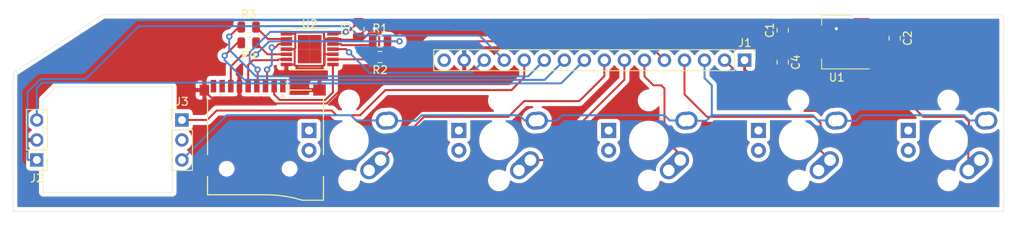
<source format=kicad_pcb>
(kicad_pcb (version 20171130) (host pcbnew "(5.1.5)-3")

  (general
    (thickness 1.6)
    (drawings 11)
    (tracks 262)
    (zones 0)
    (modules 19)
    (nets 30)
  )

  (page A4)
  (layers
    (0 F.Cu signal)
    (31 B.Cu signal)
    (32 B.Adhes user hide)
    (33 F.Adhes user hide)
    (34 B.Paste user hide)
    (35 F.Paste user hide)
    (36 B.SilkS user hide)
    (37 F.SilkS user hide)
    (38 B.Mask user)
    (39 F.Mask user)
    (40 Dwgs.User user hide)
    (41 Cmts.User user hide)
    (42 Eco1.User user)
    (43 Eco2.User user)
    (44 Edge.Cuts user)
    (45 Margin user)
    (46 B.CrtYd user)
    (47 F.CrtYd user hide)
    (48 B.Fab user)
    (49 F.Fab user)
  )

  (setup
    (last_trace_width 0.25)
    (user_trace_width 0.35)
    (trace_clearance 0.2)
    (zone_clearance 0.508)
    (zone_45_only no)
    (trace_min 0.2)
    (via_size 0.8)
    (via_drill 0.4)
    (via_min_size 0.4)
    (via_min_drill 0.3)
    (uvia_size 0.3)
    (uvia_drill 0.1)
    (uvias_allowed no)
    (uvia_min_size 0.2)
    (uvia_min_drill 0.1)
    (edge_width 0.05)
    (segment_width 0.2)
    (pcb_text_width 0.3)
    (pcb_text_size 1.5 1.5)
    (mod_edge_width 0.12)
    (mod_text_size 1 1)
    (mod_text_width 0.15)
    (pad_size 1.524 1.524)
    (pad_drill 0.762)
    (pad_to_mask_clearance 0.051)
    (solder_mask_min_width 0.25)
    (aux_axis_origin 0 0)
    (grid_origin 146.4 49.4)
    (visible_elements 7FFFFFFF)
    (pcbplotparams
      (layerselection 0x010fc_ffffffff)
      (usegerberextensions false)
      (usegerberattributes false)
      (usegerberadvancedattributes false)
      (creategerberjobfile false)
      (excludeedgelayer true)
      (linewidth 0.100000)
      (plotframeref false)
      (viasonmask false)
      (mode 1)
      (useauxorigin false)
      (hpglpennumber 1)
      (hpglpenspeed 20)
      (hpglpendiameter 15.000000)
      (psnegative false)
      (psa4output false)
      (plotreference true)
      (plotvalue true)
      (plotinvisibletext false)
      (padsonsilk false)
      (subtractmaskfromsilk false)
      (outputformat 1)
      (mirror false)
      (drillshape 0)
      (scaleselection 1)
      (outputdirectory "Gerbers/"))
  )

  (net 0 "")
  (net 1 GND)
  (net 2 /3.3V)
  (net 3 /5v)
  (net 4 "Net-(R1-Pad1)")
  (net 5 "Net-(R2-Pad2)")
  (net 6 "Net-(R3-Pad2)")
  (net 7 "Net-(R4-Pad2)")
  (net 8 "Net-(R1-Pad2)")
  (net 9 "Net-(U2-Pad8)")
  (net 10 "Net-(U2-Pad6)")
  (net 11 "Net-(U2-Pad3)")
  (net 12 "Net-(XS1-Pad1)")
  (net 13 "Net-(XS1-Pad8)")
  (net 14 "Net-(XS1-Pad9)")
  (net 15 /RESET)
  (net 16 /MISO)
  (net 17 /D3)
  (net 18 /D2)
  (net 19 /MOSI)
  (net 20 /SCK)
  (net 21 /D4)
  (net 22 /D6)
  (net 23 /D8)
  (net 24 /D9)
  (net 25 /CS)
  (net 26 /D5)
  (net 27 /A0)
  (net 28 /D7)
  (net 29 "Net-(J3-Pad2)")

  (net_class Default "This is the default net class."
    (clearance 0.2)
    (trace_width 0.25)
    (via_dia 0.8)
    (via_drill 0.4)
    (uvia_dia 0.3)
    (uvia_drill 0.1)
    (add_net /3.3V)
    (add_net /5v)
    (add_net /A0)
    (add_net /CS)
    (add_net /D2)
    (add_net /D3)
    (add_net /D4)
    (add_net /D5)
    (add_net /D6)
    (add_net /D7)
    (add_net /D8)
    (add_net /D9)
    (add_net /MISO)
    (add_net /MOSI)
    (add_net /RESET)
    (add_net /SCK)
    (add_net GND)
    (add_net "Net-(J3-Pad2)")
    (add_net "Net-(R1-Pad1)")
    (add_net "Net-(R1-Pad2)")
    (add_net "Net-(R2-Pad2)")
    (add_net "Net-(R3-Pad2)")
    (add_net "Net-(R4-Pad2)")
    (add_net "Net-(U2-Pad3)")
    (add_net "Net-(U2-Pad6)")
    (add_net "Net-(U2-Pad8)")
    (add_net "Net-(XS1-Pad1)")
    (add_net "Net-(XS1-Pad8)")
    (add_net "Net-(XS1-Pad9)")
  )

  (module MX_Alps_Hybrid:MX-1U locked (layer B.Cu) (tedit 5A9F3A9A) (tstamp 5F00EC36)
    (at 157.4 59.6 90)
    (path /5F096A04)
    (fp_text reference MX2 (at 0 -3.175 270) (layer Dwgs.User)
      (effects (font (size 1 1) (thickness 0.15)))
    )
    (fp_text value MX-NoLED (at 0 7.9375 270) (layer Dwgs.User)
      (effects (font (size 1 1) (thickness 0.15)))
    )
    (fp_line (start -9.525 -9.525) (end -9.525 9.525) (layer Dwgs.User) (width 0.15))
    (fp_line (start 9.525 -9.525) (end -9.525 -9.525) (layer Dwgs.User) (width 0.15))
    (fp_line (start 9.525 9.525) (end 9.525 -9.525) (layer Dwgs.User) (width 0.15))
    (fp_line (start -9.525 9.525) (end 9.525 9.525) (layer Dwgs.User) (width 0.15))
    (fp_line (start -7 7) (end -7 5) (layer Dwgs.User) (width 0.15))
    (fp_line (start -5 7) (end -7 7) (layer Dwgs.User) (width 0.15))
    (fp_line (start -7 -7) (end -5 -7) (layer Dwgs.User) (width 0.15))
    (fp_line (start -7 -5) (end -7 -7) (layer Dwgs.User) (width 0.15))
    (fp_line (start 7 -7) (end 7 -5) (layer Dwgs.User) (width 0.15))
    (fp_line (start 5 -7) (end 7 -7) (layer Dwgs.User) (width 0.15))
    (fp_line (start 7 7) (end 7 5) (layer Dwgs.User) (width 0.15))
    (fp_line (start 5 7) (end 7 7) (layer Dwgs.User) (width 0.15))
    (pad "" np_thru_hole circle (at 5.08 0 41.9004) (size 1.75 1.75) (drill 1.75) (layers *.Cu *.Mask))
    (pad "" np_thru_hole circle (at -5.08 0 41.9004) (size 1.75 1.75) (drill 1.75) (layers *.Cu *.Mask))
    (pad 4 thru_hole rect (at 1.27 -5.08 90) (size 1.905 1.905) (drill 1.04) (layers *.Cu F.Mask))
    (pad 3 thru_hole circle (at -1.27 -5.08 90) (size 1.905 1.905) (drill 1.04) (layers *.Cu F.Mask))
    (pad 1 thru_hole circle (at -2.5 4 90) (size 2.25 2.25) (drill 1.47) (layers *.Cu F.Mask)
      (net 22 /D6))
    (pad "" np_thru_hole circle (at 0 0 90) (size 3.9878 3.9878) (drill 3.9878) (layers *.Cu *.Mask))
    (pad 1 thru_hole oval (at -3.81 2.54 41.9004) (size 4.211556 2.25) (drill 1.47 (offset 0.980778 0)) (layers *.Cu F.Mask)
      (net 22 /D6))
    (pad 2 thru_hole circle (at 2.54 5.08 90) (size 2.25 2.25) (drill 1.47) (layers *.Cu F.Mask)
      (net 27 /A0))
    (pad 2 thru_hole oval (at 2.5 4.5 3.9452) (size 2.831378 2.25) (drill 1.47 (offset 0.290689 0)) (layers *.Cu F.Mask)
      (net 27 /A0))
  )

  (module Package_SO:TSSOP-14-1EP_4.4x5mm_P0.65mm (layer F.Cu) (tedit 5A02F25C) (tstamp 5F00E4A0)
    (at 152.4 48)
    (descr "14-Lead Plastic Thin Shrink Small Outline (ST)-4.4 mm Body [TSSOP] with exposed pad (http://cds.linear.com/docs/en/datasheet/34301fa.pdf)")
    (tags "SSOP 0.65 exposed pad")
    (path /5F00017C)
    (attr smd)
    (fp_text reference U2 (at 0 -3.2) (layer F.SilkS)
      (effects (font (size 1 1) (thickness 0.15)))
    )
    (fp_text value 74LVC125APW,118 (at 0 3.55) (layer F.Fab)
      (effects (font (size 1 1) (thickness 0.15)))
    )
    (fp_text user %R (at 0 0) (layer F.Fab)
      (effects (font (size 0.8 0.8) (thickness 0.15)))
    )
    (fp_line (start -2.325 -2.5) (end -3.675 -2.5) (layer F.SilkS) (width 0.15))
    (fp_line (start -2.325 2.625) (end 2.325 2.625) (layer F.SilkS) (width 0.15))
    (fp_line (start -2.325 -2.625) (end 2.325 -2.625) (layer F.SilkS) (width 0.15))
    (fp_line (start -2.325 2.625) (end -2.325 2.4) (layer F.SilkS) (width 0.15))
    (fp_line (start 2.325 2.625) (end 2.325 2.4) (layer F.SilkS) (width 0.15))
    (fp_line (start 2.325 -2.625) (end 2.325 -2.4) (layer F.SilkS) (width 0.15))
    (fp_line (start -2.325 -2.625) (end -2.325 -2.5) (layer F.SilkS) (width 0.15))
    (fp_line (start -3.95 2.8) (end 3.95 2.8) (layer F.CrtYd) (width 0.05))
    (fp_line (start -3.95 -2.8) (end 3.95 -2.8) (layer F.CrtYd) (width 0.05))
    (fp_line (start 3.95 -2.8) (end 3.95 2.8) (layer F.CrtYd) (width 0.05))
    (fp_line (start -3.95 -2.8) (end -3.95 2.8) (layer F.CrtYd) (width 0.05))
    (fp_line (start -2.2 -1.5) (end -1.2 -2.5) (layer F.Fab) (width 0.15))
    (fp_line (start -2.2 2.5) (end -2.2 -1.5) (layer F.Fab) (width 0.15))
    (fp_line (start 2.2 2.5) (end -2.2 2.5) (layer F.Fab) (width 0.15))
    (fp_line (start 2.2 -2.5) (end 2.2 2.5) (layer F.Fab) (width 0.15))
    (fp_line (start -1.2 -2.5) (end 2.2 -2.5) (layer F.Fab) (width 0.15))
    (pad 15 smd rect (at -0.75 -0.9) (size 1.5 1.8) (layers F.Cu F.Paste F.Mask)
      (solder_paste_margin -0.2))
    (pad 14 smd rect (at 2.95 -1.95) (size 1.45 0.45) (layers F.Cu F.Paste F.Mask)
      (net 2 /3.3V))
    (pad 13 smd rect (at 2.95 -1.3) (size 1.45 0.45) (layers F.Cu F.Paste F.Mask)
      (net 1 GND))
    (pad 12 smd rect (at 2.95 -0.65) (size 1.45 0.45) (layers F.Cu F.Paste F.Mask)
      (net 4 "Net-(R1-Pad1)"))
    (pad 11 smd rect (at 2.95 0) (size 1.45 0.45) (layers F.Cu F.Paste F.Mask)
      (net 16 /MISO))
    (pad 10 smd rect (at 2.95 0.65) (size 1.45 0.45) (layers F.Cu F.Paste F.Mask)
      (net 1 GND))
    (pad 9 smd rect (at 2.95 1.3) (size 1.45 0.45) (layers F.Cu F.Paste F.Mask)
      (net 5 "Net-(R2-Pad2)"))
    (pad 8 smd rect (at 2.95 1.95) (size 1.45 0.45) (layers F.Cu F.Paste F.Mask)
      (net 9 "Net-(U2-Pad8)"))
    (pad 7 smd rect (at -2.95 1.95) (size 1.45 0.45) (layers F.Cu F.Paste F.Mask)
      (net 1 GND))
    (pad 6 smd rect (at -2.95 1.3) (size 1.45 0.45) (layers F.Cu F.Paste F.Mask)
      (net 10 "Net-(U2-Pad6)"))
    (pad 5 smd rect (at -2.95 0.65) (size 1.45 0.45) (layers F.Cu F.Paste F.Mask)
      (net 7 "Net-(R4-Pad2)"))
    (pad 4 smd rect (at -2.95 0) (size 1.45 0.45) (layers F.Cu F.Paste F.Mask)
      (net 1 GND))
    (pad 3 smd rect (at -2.95 -0.65) (size 1.45 0.45) (layers F.Cu F.Paste F.Mask)
      (net 11 "Net-(U2-Pad3)"))
    (pad 2 smd rect (at -2.95 -1.3) (size 1.45 0.45) (layers F.Cu F.Paste F.Mask)
      (net 6 "Net-(R3-Pad2)"))
    (pad 1 smd rect (at -2.95 -1.95) (size 1.45 0.45) (layers F.Cu F.Paste F.Mask)
      (net 1 GND))
    (pad 15 smd rect (at 0.75 -0.9) (size 1.5 1.8) (layers F.Cu F.Paste F.Mask)
      (solder_paste_margin -0.2))
    (pad 15 smd rect (at 0.75 0.9) (size 1.5 1.8) (layers F.Cu F.Paste F.Mask)
      (solder_paste_margin -0.2))
    (pad 15 smd rect (at -0.75 0.9) (size 1.5 1.8) (layers F.Cu F.Paste F.Mask)
      (solder_paste_margin -0.2))
    (model ${KISYS3DMOD}/Package_SO.3dshapes/TSSOP-14-1EP_4.4x5mm_P0.65mm.wrl
      (at (xyz 0 0 0))
      (scale (xyz 1 1 1))
      (rotate (xyz 0 0 0))
    )
  )

  (module Connector_PinHeader_2.54mm:PinHeader_1x03_P2.54mm_Vertical (layer F.Cu) (tedit 59FED5CC) (tstamp 5F0D5B3E)
    (at 136.2 57)
    (descr "Through hole straight pin header, 1x03, 2.54mm pitch, single row")
    (tags "Through hole pin header THT 1x03 2.54mm single row")
    (path /5F17285E)
    (fp_text reference J3 (at 0 -2.33) (layer F.SilkS)
      (effects (font (size 1 1) (thickness 0.15)))
    )
    (fp_text value Conn_01x03 (at 0 7.41) (layer F.Fab)
      (effects (font (size 1 1) (thickness 0.15)))
    )
    (fp_text user %R (at 0 2.54 90) (layer F.Fab)
      (effects (font (size 1 1) (thickness 0.15)))
    )
    (fp_line (start 1.8 -1.8) (end -1.8 -1.8) (layer F.CrtYd) (width 0.05))
    (fp_line (start 1.8 6.85) (end 1.8 -1.8) (layer F.CrtYd) (width 0.05))
    (fp_line (start -1.8 6.85) (end 1.8 6.85) (layer F.CrtYd) (width 0.05))
    (fp_line (start -1.8 -1.8) (end -1.8 6.85) (layer F.CrtYd) (width 0.05))
    (fp_line (start -1.33 -1.33) (end 0 -1.33) (layer F.SilkS) (width 0.12))
    (fp_line (start -1.33 0) (end -1.33 -1.33) (layer F.SilkS) (width 0.12))
    (fp_line (start -1.33 1.27) (end 1.33 1.27) (layer F.SilkS) (width 0.12))
    (fp_line (start 1.33 1.27) (end 1.33 6.41) (layer F.SilkS) (width 0.12))
    (fp_line (start -1.33 1.27) (end -1.33 6.41) (layer F.SilkS) (width 0.12))
    (fp_line (start -1.33 6.41) (end 1.33 6.41) (layer F.SilkS) (width 0.12))
    (fp_line (start -1.27 -0.635) (end -0.635 -1.27) (layer F.Fab) (width 0.1))
    (fp_line (start -1.27 6.35) (end -1.27 -0.635) (layer F.Fab) (width 0.1))
    (fp_line (start 1.27 6.35) (end -1.27 6.35) (layer F.Fab) (width 0.1))
    (fp_line (start 1.27 -1.27) (end 1.27 6.35) (layer F.Fab) (width 0.1))
    (fp_line (start -0.635 -1.27) (end 1.27 -1.27) (layer F.Fab) (width 0.1))
    (pad 3 thru_hole oval (at 0 5.08) (size 1.7 1.7) (drill 1) (layers *.Cu *.Mask)
      (net 27 /A0))
    (pad 2 thru_hole oval (at 0 2.54) (size 1.7 1.7) (drill 1) (layers *.Cu *.Mask)
      (net 29 "Net-(J3-Pad2)"))
    (pad 1 thru_hole rect (at 0 0) (size 1.7 1.7) (drill 1) (layers *.Cu *.Mask)
      (net 18 /D2))
    (model ${KISYS3DMOD}/Connector_PinHeader_2.54mm.3dshapes/PinHeader_1x03_P2.54mm_Vertical.wrl
      (at (xyz 0 0 0))
      (scale (xyz 1 1 1))
      (rotate (xyz 0 0 0))
    )
  )

  (module Connector_PinHeader_2.54mm:PinHeader_1x03_P2.54mm_Vertical (layer F.Cu) (tedit 59FED5CC) (tstamp 5F0D5534)
    (at 117.8 62.08 180)
    (descr "Through hole straight pin header, 1x03, 2.54mm pitch, single row")
    (tags "Through hole pin header THT 1x03 2.54mm single row")
    (path /5F155281)
    (fp_text reference J2 (at 0 -2.33) (layer F.SilkS)
      (effects (font (size 1 1) (thickness 0.15)))
    )
    (fp_text value Conn_01x03 (at 0 7.41) (layer F.Fab)
      (effects (font (size 1 1) (thickness 0.15)))
    )
    (fp_text user %R (at 0 2.54 90) (layer F.Fab)
      (effects (font (size 1 1) (thickness 0.15)))
    )
    (fp_line (start 1.8 -1.8) (end -1.8 -1.8) (layer F.CrtYd) (width 0.05))
    (fp_line (start 1.8 6.85) (end 1.8 -1.8) (layer F.CrtYd) (width 0.05))
    (fp_line (start -1.8 6.85) (end 1.8 6.85) (layer F.CrtYd) (width 0.05))
    (fp_line (start -1.8 -1.8) (end -1.8 6.85) (layer F.CrtYd) (width 0.05))
    (fp_line (start -1.33 -1.33) (end 0 -1.33) (layer F.SilkS) (width 0.12))
    (fp_line (start -1.33 0) (end -1.33 -1.33) (layer F.SilkS) (width 0.12))
    (fp_line (start -1.33 1.27) (end 1.33 1.27) (layer F.SilkS) (width 0.12))
    (fp_line (start 1.33 1.27) (end 1.33 6.41) (layer F.SilkS) (width 0.12))
    (fp_line (start -1.33 1.27) (end -1.33 6.41) (layer F.SilkS) (width 0.12))
    (fp_line (start -1.33 6.41) (end 1.33 6.41) (layer F.SilkS) (width 0.12))
    (fp_line (start -1.27 -0.635) (end -0.635 -1.27) (layer F.Fab) (width 0.1))
    (fp_line (start -1.27 6.35) (end -1.27 -0.635) (layer F.Fab) (width 0.1))
    (fp_line (start 1.27 6.35) (end -1.27 6.35) (layer F.Fab) (width 0.1))
    (fp_line (start 1.27 -1.27) (end 1.27 6.35) (layer F.Fab) (width 0.1))
    (fp_line (start -0.635 -1.27) (end 1.27 -1.27) (layer F.Fab) (width 0.1))
    (pad 3 thru_hole oval (at 0 5.08 180) (size 1.7 1.7) (drill 1) (layers *.Cu *.Mask)
      (net 21 /D4))
    (pad 2 thru_hole oval (at 0 2.54 180) (size 1.7 1.7) (drill 1) (layers *.Cu *.Mask)
      (net 1 GND))
    (pad 1 thru_hole rect (at 0 0 180) (size 1.7 1.7) (drill 1) (layers *.Cu *.Mask)
      (net 17 /D3))
    (model ${KISYS3DMOD}/Connector_PinHeader_2.54mm.3dshapes/PinHeader_1x03_P2.54mm_Vertical.wrl
      (at (xyz 0 0 0))
      (scale (xyz 1 1 1))
      (rotate (xyz 0 0 0))
    )
  )

  (module Connector_PinHeader_2.54mm:PinHeader_1x16_P2.54mm_Vertical (layer F.Cu) (tedit 59FED5CC) (tstamp 5F0D3AF3)
    (at 207.56 49.4 270)
    (descr "Through hole straight pin header, 1x16, 2.54mm pitch, single row")
    (tags "Through hole pin header THT 1x16 2.54mm single row")
    (path /5F13E931)
    (fp_text reference J1 (at -2.2 -0.04 180) (layer F.SilkS)
      (effects (font (size 1 1) (thickness 0.15)))
    )
    (fp_text value Conn_01x16 (at 0 40.43 90) (layer F.Fab)
      (effects (font (size 1 1) (thickness 0.15)))
    )
    (fp_text user %R (at 0 19.05) (layer F.Fab)
      (effects (font (size 1 1) (thickness 0.15)))
    )
    (fp_line (start 1.8 -1.8) (end -1.8 -1.8) (layer F.CrtYd) (width 0.05))
    (fp_line (start 1.8 39.9) (end 1.8 -1.8) (layer F.CrtYd) (width 0.05))
    (fp_line (start -1.8 39.9) (end 1.8 39.9) (layer F.CrtYd) (width 0.05))
    (fp_line (start -1.8 -1.8) (end -1.8 39.9) (layer F.CrtYd) (width 0.05))
    (fp_line (start -1.33 -1.33) (end 0 -1.33) (layer F.SilkS) (width 0.12))
    (fp_line (start -1.33 0) (end -1.33 -1.33) (layer F.SilkS) (width 0.12))
    (fp_line (start -1.33 1.27) (end 1.33 1.27) (layer F.SilkS) (width 0.12))
    (fp_line (start 1.33 1.27) (end 1.33 39.43) (layer F.SilkS) (width 0.12))
    (fp_line (start -1.33 1.27) (end -1.33 39.43) (layer F.SilkS) (width 0.12))
    (fp_line (start -1.33 39.43) (end 1.33 39.43) (layer F.SilkS) (width 0.12))
    (fp_line (start -1.27 -0.635) (end -0.635 -1.27) (layer F.Fab) (width 0.1))
    (fp_line (start -1.27 39.37) (end -1.27 -0.635) (layer F.Fab) (width 0.1))
    (fp_line (start 1.27 39.37) (end -1.27 39.37) (layer F.Fab) (width 0.1))
    (fp_line (start 1.27 -1.27) (end 1.27 39.37) (layer F.Fab) (width 0.1))
    (fp_line (start -0.635 -1.27) (end 1.27 -1.27) (layer F.Fab) (width 0.1))
    (pad 16 thru_hole oval (at 0 38.1 270) (size 1.7 1.7) (drill 1) (layers *.Cu *.Mask)
      (net 15 /RESET))
    (pad 15 thru_hole oval (at 0 35.56 270) (size 1.7 1.7) (drill 1) (layers *.Cu *.Mask)
      (net 1 GND))
    (pad 14 thru_hole oval (at 0 33.02 270) (size 1.7 1.7) (drill 1) (layers *.Cu *.Mask)
      (net 16 /MISO))
    (pad 13 thru_hole oval (at 0 30.48 270) (size 1.7 1.7) (drill 1) (layers *.Cu *.Mask)
      (net 17 /D3))
    (pad 12 thru_hole oval (at 0 27.94 270) (size 1.7 1.7) (drill 1) (layers *.Cu *.Mask)
      (net 18 /D2))
    (pad 11 thru_hole oval (at 0 25.4 270) (size 1.7 1.7) (drill 1) (layers *.Cu *.Mask)
      (net 19 /MOSI))
    (pad 10 thru_hole oval (at 0 22.86 270) (size 1.7 1.7) (drill 1) (layers *.Cu *.Mask)
      (net 20 /SCK))
    (pad 9 thru_hole oval (at 0 20.32 270) (size 1.7 1.7) (drill 1) (layers *.Cu *.Mask)
      (net 21 /D4))
    (pad 8 thru_hole oval (at 0 17.78 270) (size 1.7 1.7) (drill 1) (layers *.Cu *.Mask)
      (net 22 /D6))
    (pad 7 thru_hole oval (at 0 15.24 270) (size 1.7 1.7) (drill 1) (layers *.Cu *.Mask)
      (net 23 /D8))
    (pad 6 thru_hole oval (at 0 12.7 270) (size 1.7 1.7) (drill 1) (layers *.Cu *.Mask)
      (net 24 /D9))
    (pad 5 thru_hole oval (at 0 10.16 270) (size 1.7 1.7) (drill 1) (layers *.Cu *.Mask)
      (net 25 /CS))
    (pad 4 thru_hole oval (at 0 7.62 270) (size 1.7 1.7) (drill 1) (layers *.Cu *.Mask)
      (net 26 /D5))
    (pad 3 thru_hole oval (at 0 5.08 270) (size 1.7 1.7) (drill 1) (layers *.Cu *.Mask)
      (net 27 /A0))
    (pad 2 thru_hole oval (at 0 2.54 270) (size 1.7 1.7) (drill 1) (layers *.Cu *.Mask)
      (net 28 /D7))
    (pad 1 thru_hole rect (at 0 0 270) (size 1.7 1.7) (drill 1) (layers *.Cu *.Mask)
      (net 3 /5v))
    (model ${KISYS3DMOD}/Connector_PinHeader_2.54mm.3dshapes/PinHeader_1x16_P2.54mm_Vertical.wrl
      (at (xyz 0 0 0))
      (scale (xyz 1 1 1))
      (rotate (xyz 0 0 0))
    )
  )

  (module Sd-Card:Conn_uSDcard (layer F.Cu) (tedit 5718CF45) (tstamp 5F0D0D14)
    (at 146.8 63.2)
    (path /5F0CE28A)
    (fp_text reference XS1 (at 0 1 180) (layer F.Fab)
      (effects (font (size 0.6 0.6) (thickness 0.1)))
    )
    (fp_text value SD_ebay-uSD-push_push_SMD (at 0 0 180) (layer F.Fab)
      (effects (font (size 0.6 0.5) (thickness 0.1)))
    )
    (fp_line (start -7.35 -10) (end -7.35 3.3) (layer F.Fab) (width 0.05))
    (fp_line (start 7.35 -10) (end 7.35 4) (layer F.Fab) (width 0.05))
    (fp_line (start -7.35 -10) (end 7.35 -10) (layer F.Fab) (width 0.05))
    (fp_line (start -7.35 3.3) (end 0 3.3) (layer F.Fab) (width 0.05))
    (fp_line (start 4.65 4) (end 7.35 4) (layer F.Fab) (width 0.05))
    (fp_arc (start 3.95 8.6) (end 4.65 8.6) (angle 90) (layer F.Fab) (width 0.05))
    (fp_line (start 4.65 8.6) (end 4.65 4) (layer F.Fab) (width 0.05))
    (fp_arc (start -5.85 8.6) (end -6.55 8.6) (angle -90) (layer F.Fab) (width 0.05))
    (fp_line (start -5.85 9.3) (end 3.95 9.3) (layer F.Fab) (width 0.05))
    (fp_line (start -6.55 8.6) (end -6.55 3.3) (layer F.Fab) (width 0.05))
    (fp_line (start 2.8 -10) (end 5.8 -10) (layer F.SilkS) (width 0.15))
    (fp_line (start 3.5 3.7) (end 4.7 4) (layer F.Fab) (width 0.05))
    (fp_line (start 1.7 3.4) (end 3.5 3.7) (layer F.Fab) (width 0.05))
    (fp_line (start 0 3.3) (end 1.7 3.4) (layer F.Fab) (width 0.05))
    (fp_line (start 5 4.5) (end 9 4.5) (layer Cmts.User) (width 0.05))
    (fp_line (start 4 3.5) (end 5 4.5) (layer Cmts.User) (width 0.05))
    (fp_line (start -6 3.5) (end 4 3.5) (layer Cmts.User) (width 0.05))
    (fp_line (start -7 4.5) (end -6 3.5) (layer Cmts.User) (width 0.05))
    (fp_line (start -9 4.5) (end -7 4.5) (layer Cmts.User) (width 0.05))
    (fp_line (start 7.75 1) (end 7.75 4.5) (layer F.CrtYd) (width 0.05))
    (fp_line (start 8.75 1) (end 7.75 1) (layer F.CrtYd) (width 0.05))
    (fp_line (start 8.75 -1.75) (end 8.75 1) (layer F.CrtYd) (width 0.05))
    (fp_line (start 7.75 -1.75) (end 8.75 -1.75) (layer F.CrtYd) (width 0.05))
    (fp_line (start 7.75 -9) (end 7.75 -1.75) (layer F.CrtYd) (width 0.05))
    (fp_line (start 8 -9) (end 7.75 -9) (layer F.CrtYd) (width 0.05))
    (fp_line (start 8 -11) (end 8 -9) (layer F.CrtYd) (width 0.05))
    (fp_line (start 5.75 -11) (end 8 -11) (layer F.CrtYd) (width 0.05))
    (fp_line (start 5.75 -10.25) (end 5.75 -11) (layer F.CrtYd) (width 0.05))
    (fp_line (start 2.75 -10.25) (end 5.75 -10.25) (layer F.CrtYd) (width 0.05))
    (fp_line (start 2.75 -11.5) (end 2.75 -10.25) (layer F.CrtYd) (width 0.05))
    (fp_line (start -7.25 -11.5) (end 2.75 -11.5) (layer F.CrtYd) (width 0.05))
    (fp_line (start -7.25 -11) (end -7.25 -11.5) (layer F.CrtYd) (width 0.05))
    (fp_line (start -8.75 -11) (end -7.25 -11) (layer F.CrtYd) (width 0.05))
    (fp_line (start -8.75 -9) (end -8.75 -11) (layer F.CrtYd) (width 0.05))
    (fp_line (start -7.75 -9) (end -8.75 -9) (layer F.CrtYd) (width 0.05))
    (fp_line (start -7.75 -1.75) (end -7.75 -9) (layer F.CrtYd) (width 0.05))
    (fp_line (start -8.75 -1.75) (end -7.75 -1.75) (layer F.CrtYd) (width 0.05))
    (fp_line (start -8.75 1) (end -8.75 -1.75) (layer F.CrtYd) (width 0.05))
    (fp_line (start -7.75 1) (end -8.75 1) (layer F.CrtYd) (width 0.05))
    (fp_line (start -7.75 4.5) (end -7.75 1) (layer F.CrtYd) (width 0.05))
    (fp_line (start 2.35 -9.1) (end 2.35 -9.4) (layer F.SilkS) (width 0.15))
    (fp_line (start 2.05 -9.1) (end 2.35 -9.1) (layer F.SilkS) (width 0.15))
    (fp_line (start 2.05 -9.4) (end 2.05 -9.1) (layer F.SilkS) (width 0.15))
    (fp_line (start 2.35 -9.4) (end 2.05 -9.4) (layer F.SilkS) (width 0.15))
    (fp_line (start 7.35 -9.5) (end 6.85 -10) (layer F.Fab) (width 0.05))
    (fp_line (start 7.35 -9) (end 7.35 -1.8) (layer F.SilkS) (width 0.15))
    (fp_line (start 7.35 4) (end 7.35 1) (layer F.SilkS) (width 0.15))
    (fp_line (start 4.65 4) (end 7.35 4) (layer F.SilkS) (width 0.15))
    (fp_line (start -7.35 1) (end -7.35 3.3) (layer F.SilkS) (width 0.15))
    (fp_line (start -7.35 -1.8) (end -7.35 -9) (layer F.SilkS) (width 0.15))
    (fp_line (start 2.8 -10) (end 2.8 -11.3) (layer F.SilkS) (width 0.15))
    (fp_text user %R (at 2.1 -9.35 180) (layer Eco1.User)
      (effects (font (size 0.3 0.3) (thickness 0.03)))
    )
    (fp_line (start 3.6 3.7) (end 4.65 4) (layer F.SilkS) (width 0.15))
    (fp_line (start 2.5 3.5) (end 3.6 3.7) (layer F.SilkS) (width 0.15))
    (fp_line (start 1.35 3.35) (end 2.5 3.5) (layer F.SilkS) (width 0.15))
    (fp_line (start 0 3.3) (end 1.35 3.35) (layer F.SilkS) (width 0.15))
    (fp_line (start -7.35 3.3) (end 0 3.3) (layer F.SilkS) (width 0.15))
    (pad 3 smd rect (at 0 -10.5) (size 0.7 1.6) (layers F.Cu F.Paste F.Mask)
      (net 11 "Net-(U2-Pad3)"))
    (pad "" np_thru_hole circle (at -4.93 0) (size 1 1) (drill 1) (layers *.Cu))
    (pad "" np_thru_hole circle (at 3.05 0) (size 1 1) (drill 1) (layers *.Cu))
    (pad 2 smd rect (at 1.1 -10.5) (size 0.7 1.6) (layers F.Cu F.Paste F.Mask)
      (net 9 "Net-(U2-Pad8)"))
    (pad 1 smd rect (at 2.2 -10.5) (size 0.7 1.6) (layers F.Cu F.Paste F.Mask)
      (net 12 "Net-(XS1-Pad1)"))
    (pad 4 smd rect (at -1.1 -10.5) (size 0.7 1.6) (layers F.Cu F.Paste F.Mask)
      (net 2 /3.3V))
    (pad 5 smd rect (at -2.2 -10.5) (size 0.7 1.6) (layers F.Cu F.Paste F.Mask)
      (net 10 "Net-(U2-Pad6)"))
    (pad 6 smd rect (at -3.3 -10.5) (size 0.7 1.6) (layers F.Cu F.Paste F.Mask)
      (net 1 GND))
    (pad 8 smd rect (at -5.5 -10.5) (size 0.7 1.6) (layers F.Cu F.Paste F.Mask)
      (net 13 "Net-(XS1-Pad8)"))
    (pad 7 smd rect (at -4.4 -10.5) (size 0.7 1.6) (layers F.Cu F.Paste F.Mask)
      (net 8 "Net-(R1-Pad2)"))
    (pad 9 smd rect (at -6.6 -10.5) (size 0.7 1.6) (layers F.Cu F.Paste F.Mask)
      (net 14 "Net-(XS1-Pad9)"))
    (pad 6 smd rect (at -7.75 -10) (size 1.2 1.4) (layers F.Cu F.Paste F.Mask)
      (net 1 GND))
    (pad 6 smd rect (at 6.85 -10) (size 1.6 1.4) (layers F.Cu F.Paste F.Mask)
      (net 1 GND))
    (pad 6 smd rect (at -7.75 -0.4) (size 1.2 2.2) (layers F.Cu F.Paste F.Mask)
      (net 1 GND))
    (pad 6 smd rect (at 7.75 -0.4) (size 1.2 2.2) (layers F.Cu F.Paste F.Mask)
      (net 1 GND))
  )

  (module MX_Alps_Hybrid:MX-1U locked (layer B.Cu) (tedit 5A9F3A9A) (tstamp 5F00EC81)
    (at 233.4 59.6 90)
    (path /5F098026)
    (fp_text reference MX5 (at 0 -3.175 270) (layer Dwgs.User)
      (effects (font (size 1 1) (thickness 0.15)))
    )
    (fp_text value MX-NoLED (at 0 7.9375 270) (layer Dwgs.User)
      (effects (font (size 1 1) (thickness 0.15)))
    )
    (fp_line (start 5 7) (end 7 7) (layer Dwgs.User) (width 0.15))
    (fp_line (start 7 7) (end 7 5) (layer Dwgs.User) (width 0.15))
    (fp_line (start 5 -7) (end 7 -7) (layer Dwgs.User) (width 0.15))
    (fp_line (start 7 -7) (end 7 -5) (layer Dwgs.User) (width 0.15))
    (fp_line (start -7 -5) (end -7 -7) (layer Dwgs.User) (width 0.15))
    (fp_line (start -7 -7) (end -5 -7) (layer Dwgs.User) (width 0.15))
    (fp_line (start -5 7) (end -7 7) (layer Dwgs.User) (width 0.15))
    (fp_line (start -7 7) (end -7 5) (layer Dwgs.User) (width 0.15))
    (fp_line (start -9.525 9.525) (end 9.525 9.525) (layer Dwgs.User) (width 0.15))
    (fp_line (start 9.525 9.525) (end 9.525 -9.525) (layer Dwgs.User) (width 0.15))
    (fp_line (start 9.525 -9.525) (end -9.525 -9.525) (layer Dwgs.User) (width 0.15))
    (fp_line (start -9.525 -9.525) (end -9.525 9.525) (layer Dwgs.User) (width 0.15))
    (pad 2 thru_hole oval (at 2.5 4.5 3.9452) (size 2.831378 2.25) (drill 1.47 (offset 0.290689 0)) (layers *.Cu F.Mask)
      (net 27 /A0))
    (pad 2 thru_hole circle (at 2.54 5.08 90) (size 2.25 2.25) (drill 1.47) (layers *.Cu F.Mask)
      (net 27 /A0))
    (pad 1 thru_hole oval (at -3.81 2.54 41.9004) (size 4.211556 2.25) (drill 1.47 (offset 0.980778 0)) (layers *.Cu F.Mask)
      (net 28 /D7))
    (pad "" np_thru_hole circle (at 0 0 90) (size 3.9878 3.9878) (drill 3.9878) (layers *.Cu *.Mask))
    (pad 1 thru_hole circle (at -2.5 4 90) (size 2.25 2.25) (drill 1.47) (layers *.Cu F.Mask)
      (net 28 /D7))
    (pad 3 thru_hole circle (at -1.27 -5.08 90) (size 1.905 1.905) (drill 1.04) (layers *.Cu F.Mask))
    (pad 4 thru_hole rect (at 1.27 -5.08 90) (size 1.905 1.905) (drill 1.04) (layers *.Cu F.Mask))
    (pad "" np_thru_hole circle (at -5.08 0 41.9004) (size 1.75 1.75) (drill 1.75) (layers *.Cu *.Mask))
    (pad "" np_thru_hole circle (at 5.08 0 41.9004) (size 1.75 1.75) (drill 1.75) (layers *.Cu *.Mask))
  )

  (module MX_Alps_Hybrid:MX-1U locked (layer B.Cu) (tedit 5A9F3A9A) (tstamp 5F00EC68)
    (at 176.4 59.6 90)
    (path /5F097C77)
    (fp_text reference MX4 (at 0 -3.175 270) (layer Dwgs.User)
      (effects (font (size 1 1) (thickness 0.15)))
    )
    (fp_text value MX-NoLED (at 0 7.9375 270) (layer Dwgs.User)
      (effects (font (size 1 1) (thickness 0.15)))
    )
    (fp_line (start -9.525 -9.525) (end -9.525 9.525) (layer Dwgs.User) (width 0.15))
    (fp_line (start 9.525 -9.525) (end -9.525 -9.525) (layer Dwgs.User) (width 0.15))
    (fp_line (start 9.525 9.525) (end 9.525 -9.525) (layer Dwgs.User) (width 0.15))
    (fp_line (start -9.525 9.525) (end 9.525 9.525) (layer Dwgs.User) (width 0.15))
    (fp_line (start -7 7) (end -7 5) (layer Dwgs.User) (width 0.15))
    (fp_line (start -5 7) (end -7 7) (layer Dwgs.User) (width 0.15))
    (fp_line (start -7 -7) (end -5 -7) (layer Dwgs.User) (width 0.15))
    (fp_line (start -7 -5) (end -7 -7) (layer Dwgs.User) (width 0.15))
    (fp_line (start 7 -7) (end 7 -5) (layer Dwgs.User) (width 0.15))
    (fp_line (start 5 -7) (end 7 -7) (layer Dwgs.User) (width 0.15))
    (fp_line (start 7 7) (end 7 5) (layer Dwgs.User) (width 0.15))
    (fp_line (start 5 7) (end 7 7) (layer Dwgs.User) (width 0.15))
    (pad "" np_thru_hole circle (at 5.08 0 41.9004) (size 1.75 1.75) (drill 1.75) (layers *.Cu *.Mask))
    (pad "" np_thru_hole circle (at -5.08 0 41.9004) (size 1.75 1.75) (drill 1.75) (layers *.Cu *.Mask))
    (pad 4 thru_hole rect (at 1.27 -5.08 90) (size 1.905 1.905) (drill 1.04) (layers *.Cu F.Mask))
    (pad 3 thru_hole circle (at -1.27 -5.08 90) (size 1.905 1.905) (drill 1.04) (layers *.Cu F.Mask))
    (pad 1 thru_hole circle (at -2.5 4 90) (size 2.25 2.25) (drill 1.47) (layers *.Cu F.Mask)
      (net 23 /D8))
    (pad "" np_thru_hole circle (at 0 0 90) (size 3.9878 3.9878) (drill 3.9878) (layers *.Cu *.Mask))
    (pad 1 thru_hole oval (at -3.81 2.54 41.9004) (size 4.211556 2.25) (drill 1.47 (offset 0.980778 0)) (layers *.Cu F.Mask)
      (net 23 /D8))
    (pad 2 thru_hole circle (at 2.54 5.08 90) (size 2.25 2.25) (drill 1.47) (layers *.Cu F.Mask)
      (net 27 /A0))
    (pad 2 thru_hole oval (at 2.5 4.5 3.9452) (size 2.831378 2.25) (drill 1.47 (offset 0.290689 0)) (layers *.Cu F.Mask)
      (net 27 /A0))
  )

  (module MX_Alps_Hybrid:MX-1U locked (layer B.Cu) (tedit 5A9F3A9A) (tstamp 5F00EC4F)
    (at 214.4 59.6 90)
    (path /5F096DF4)
    (fp_text reference MX3 (at 0 -3.175 270) (layer Dwgs.User)
      (effects (font (size 1 1) (thickness 0.15)))
    )
    (fp_text value MX-NoLED (at 0 7.9375 270) (layer Dwgs.User)
      (effects (font (size 1 1) (thickness 0.15)))
    )
    (fp_line (start -9.525 -9.525) (end -9.525 9.525) (layer Dwgs.User) (width 0.15))
    (fp_line (start 9.525 -9.525) (end -9.525 -9.525) (layer Dwgs.User) (width 0.15))
    (fp_line (start 9.525 9.525) (end 9.525 -9.525) (layer Dwgs.User) (width 0.15))
    (fp_line (start -9.525 9.525) (end 9.525 9.525) (layer Dwgs.User) (width 0.15))
    (fp_line (start -7 7) (end -7 5) (layer Dwgs.User) (width 0.15))
    (fp_line (start -5 7) (end -7 7) (layer Dwgs.User) (width 0.15))
    (fp_line (start -7 -7) (end -5 -7) (layer Dwgs.User) (width 0.15))
    (fp_line (start -7 -5) (end -7 -7) (layer Dwgs.User) (width 0.15))
    (fp_line (start 7 -7) (end 7 -5) (layer Dwgs.User) (width 0.15))
    (fp_line (start 5 -7) (end 7 -7) (layer Dwgs.User) (width 0.15))
    (fp_line (start 7 7) (end 7 5) (layer Dwgs.User) (width 0.15))
    (fp_line (start 5 7) (end 7 7) (layer Dwgs.User) (width 0.15))
    (pad "" np_thru_hole circle (at 5.08 0 41.9004) (size 1.75 1.75) (drill 1.75) (layers *.Cu *.Mask))
    (pad "" np_thru_hole circle (at -5.08 0 41.9004) (size 1.75 1.75) (drill 1.75) (layers *.Cu *.Mask))
    (pad 4 thru_hole rect (at 1.27 -5.08 90) (size 1.905 1.905) (drill 1.04) (layers *.Cu F.Mask))
    (pad 3 thru_hole circle (at -1.27 -5.08 90) (size 1.905 1.905) (drill 1.04) (layers *.Cu F.Mask))
    (pad 1 thru_hole circle (at -2.5 4 90) (size 2.25 2.25) (drill 1.47) (layers *.Cu F.Mask)
      (net 26 /D5))
    (pad "" np_thru_hole circle (at 0 0 90) (size 3.9878 3.9878) (drill 3.9878) (layers *.Cu *.Mask))
    (pad 1 thru_hole oval (at -3.81 2.54 41.9004) (size 4.211556 2.25) (drill 1.47 (offset 0.980778 0)) (layers *.Cu F.Mask)
      (net 26 /D5))
    (pad 2 thru_hole circle (at 2.54 5.08 90) (size 2.25 2.25) (drill 1.47) (layers *.Cu F.Mask)
      (net 27 /A0))
    (pad 2 thru_hole oval (at 2.5 4.5 3.9452) (size 2.831378 2.25) (drill 1.47 (offset 0.290689 0)) (layers *.Cu F.Mask)
      (net 27 /A0))
  )

  (module MX_Alps_Hybrid:MX-1U locked (layer B.Cu) (tedit 5A9F3A9A) (tstamp 5F00EC1D)
    (at 195.4 59.6 90)
    (path /5F096095)
    (fp_text reference MX1 (at 0 -3.175 180) (layer Dwgs.User)
      (effects (font (size 1 1) (thickness 0.15)))
    )
    (fp_text value MX-NoLED (at 0 7.9375 270) (layer Dwgs.User)
      (effects (font (size 1 1) (thickness 0.15)))
    )
    (fp_line (start -9.525 -9.525) (end -9.525 9.525) (layer Dwgs.User) (width 0.15))
    (fp_line (start 9.525 -9.525) (end -9.525 -9.525) (layer Dwgs.User) (width 0.15))
    (fp_line (start 9.525 9.525) (end 9.525 -9.525) (layer Dwgs.User) (width 0.15))
    (fp_line (start -9.525 9.525) (end 9.525 9.525) (layer Dwgs.User) (width 0.15))
    (fp_line (start -7 7) (end -7 5) (layer Dwgs.User) (width 0.15))
    (fp_line (start -5 7) (end -7 7) (layer Dwgs.User) (width 0.15))
    (fp_line (start -7 -7) (end -5 -7) (layer Dwgs.User) (width 0.15))
    (fp_line (start -7 -5) (end -7 -7) (layer Dwgs.User) (width 0.15))
    (fp_line (start 7 -7) (end 7 -5) (layer Dwgs.User) (width 0.15))
    (fp_line (start 5 -7) (end 7 -7) (layer Dwgs.User) (width 0.15))
    (fp_line (start 7 7) (end 7 5) (layer Dwgs.User) (width 0.15))
    (fp_line (start 5 7) (end 7 7) (layer Dwgs.User) (width 0.15))
    (pad "" np_thru_hole circle (at 5.08 0 41.9004) (size 1.75 1.75) (drill 1.75) (layers *.Cu *.Mask))
    (pad "" np_thru_hole circle (at -5.08 0 41.9004) (size 1.75 1.75) (drill 1.75) (layers *.Cu *.Mask))
    (pad 4 thru_hole rect (at 1.27 -5.08 90) (size 1.905 1.905) (drill 1.04) (layers *.Cu F.Mask))
    (pad 3 thru_hole circle (at -1.27 -5.08 90) (size 1.905 1.905) (drill 1.04) (layers *.Cu F.Mask))
    (pad 1 thru_hole circle (at -2.5 4 90) (size 2.25 2.25) (drill 1.47) (layers *.Cu F.Mask)
      (net 24 /D9))
    (pad "" np_thru_hole circle (at 0 0 90) (size 3.9878 3.9878) (drill 3.9878) (layers *.Cu *.Mask))
    (pad 1 thru_hole oval (at -3.81 2.54 41.9004) (size 4.211556 2.25) (drill 1.47 (offset 0.980778 0)) (layers *.Cu F.Mask)
      (net 24 /D9))
    (pad 2 thru_hole circle (at 2.54 5.08 90) (size 2.25 2.25) (drill 1.47) (layers *.Cu F.Mask)
      (net 27 /A0))
    (pad 2 thru_hole oval (at 2.5 4.5 3.9452) (size 2.831378 2.25) (drill 1.47 (offset 0.290689 0)) (layers *.Cu F.Mask)
      (net 27 /A0))
  )

  (module Package_TO_SOT_SMD:SOT-223-3_TabPin2 (layer F.Cu) (tedit 5A02FF57) (tstamp 5F0D6206)
    (at 219.25 47.1 180)
    (descr "module CMS SOT223 4 pins")
    (tags "CMS SOT")
    (path /5F0331C5)
    (attr smd)
    (fp_text reference U1 (at 0 -4.5) (layer F.SilkS)
      (effects (font (size 1 1) (thickness 0.15)))
    )
    (fp_text value AMS1117-3.3 (at 0 4.5) (layer F.Fab)
      (effects (font (size 1 1) (thickness 0.15)))
    )
    (fp_line (start 1.85 -3.35) (end 1.85 3.35) (layer F.Fab) (width 0.1))
    (fp_line (start -1.85 3.35) (end 1.85 3.35) (layer F.Fab) (width 0.1))
    (fp_line (start -4.1 -3.41) (end 1.91 -3.41) (layer F.SilkS) (width 0.12))
    (fp_line (start -0.85 -3.35) (end 1.85 -3.35) (layer F.Fab) (width 0.1))
    (fp_line (start -1.85 3.41) (end 1.91 3.41) (layer F.SilkS) (width 0.12))
    (fp_line (start -1.85 -2.35) (end -1.85 3.35) (layer F.Fab) (width 0.1))
    (fp_line (start -1.85 -2.35) (end -0.85 -3.35) (layer F.Fab) (width 0.1))
    (fp_line (start -4.4 -3.6) (end -4.4 3.6) (layer F.CrtYd) (width 0.05))
    (fp_line (start -4.4 3.6) (end 4.4 3.6) (layer F.CrtYd) (width 0.05))
    (fp_line (start 4.4 3.6) (end 4.4 -3.6) (layer F.CrtYd) (width 0.05))
    (fp_line (start 4.4 -3.6) (end -4.4 -3.6) (layer F.CrtYd) (width 0.05))
    (fp_line (start 1.91 -3.41) (end 1.91 -2.15) (layer F.SilkS) (width 0.12))
    (fp_line (start 1.91 3.41) (end 1.91 2.15) (layer F.SilkS) (width 0.12))
    (fp_text user %R (at 0 0 90) (layer F.Fab)
      (effects (font (size 0.8 0.8) (thickness 0.12)))
    )
    (pad 1 smd rect (at -3.15 -2.3 180) (size 2 1.5) (layers F.Cu F.Paste F.Mask)
      (net 1 GND))
    (pad 3 smd rect (at -3.15 2.3 180) (size 2 1.5) (layers F.Cu F.Paste F.Mask)
      (net 3 /5v))
    (pad 2 smd rect (at -3.15 0 180) (size 2 1.5) (layers F.Cu F.Paste F.Mask)
      (net 2 /3.3V))
    (pad 2 smd rect (at 3.15 0 180) (size 2 3.8) (layers F.Cu F.Paste F.Mask)
      (net 2 /3.3V))
    (model ${KISYS3DMOD}/Package_TO_SOT_SMD.3dshapes/SOT-223.wrl
      (at (xyz 0 0 0))
      (scale (xyz 1 1 1))
      (rotate (xyz 0 0 0))
    )
  )

  (module Resistor_SMD:R_0805_2012Metric (layer F.Cu) (tedit 5B36C52B) (tstamp 5F0C9AA9)
    (at 144.6625 47.2)
    (descr "Resistor SMD 0805 (2012 Metric), square (rectangular) end terminal, IPC_7351 nominal, (Body size source: https://docs.google.com/spreadsheets/d/1BsfQQcO9C6DZCsRaXUlFlo91Tg2WpOkGARC1WS5S8t0/edit?usp=sharing), generated with kicad-footprint-generator")
    (tags resistor)
    (path /5F019515)
    (attr smd)
    (fp_text reference R4 (at 0 1.6) (layer F.SilkS)
      (effects (font (size 1 1) (thickness 0.15)))
    )
    (fp_text value 3.3K (at 0 1.65) (layer F.Fab)
      (effects (font (size 1 1) (thickness 0.15)))
    )
    (fp_text user %R (at 0 0) (layer F.Fab)
      (effects (font (size 0.5 0.5) (thickness 0.08)))
    )
    (fp_line (start 1.68 0.95) (end -1.68 0.95) (layer F.CrtYd) (width 0.05))
    (fp_line (start 1.68 -0.95) (end 1.68 0.95) (layer F.CrtYd) (width 0.05))
    (fp_line (start -1.68 -0.95) (end 1.68 -0.95) (layer F.CrtYd) (width 0.05))
    (fp_line (start -1.68 0.95) (end -1.68 -0.95) (layer F.CrtYd) (width 0.05))
    (fp_line (start -0.258578 0.71) (end 0.258578 0.71) (layer F.SilkS) (width 0.12))
    (fp_line (start -0.258578 -0.71) (end 0.258578 -0.71) (layer F.SilkS) (width 0.12))
    (fp_line (start 1 0.6) (end -1 0.6) (layer F.Fab) (width 0.1))
    (fp_line (start 1 -0.6) (end 1 0.6) (layer F.Fab) (width 0.1))
    (fp_line (start -1 -0.6) (end 1 -0.6) (layer F.Fab) (width 0.1))
    (fp_line (start -1 0.6) (end -1 -0.6) (layer F.Fab) (width 0.1))
    (pad 2 smd roundrect (at 0.9375 0) (size 0.975 1.4) (layers F.Cu F.Paste F.Mask) (roundrect_rratio 0.25)
      (net 7 "Net-(R4-Pad2)"))
    (pad 1 smd roundrect (at -0.9375 0) (size 0.975 1.4) (layers F.Cu F.Paste F.Mask) (roundrect_rratio 0.25)
      (net 20 /SCK))
    (model ${KISYS3DMOD}/Resistor_SMD.3dshapes/R_0805_2012Metric.wrl
      (at (xyz 0 0 0))
      (scale (xyz 1 1 1))
      (rotate (xyz 0 0 0))
    )
  )

  (module Resistor_SMD:R_0805_2012Metric (layer F.Cu) (tedit 5B36C52B) (tstamp 5F00E452)
    (at 144.6625 45.2)
    (descr "Resistor SMD 0805 (2012 Metric), square (rectangular) end terminal, IPC_7351 nominal, (Body size source: https://docs.google.com/spreadsheets/d/1BsfQQcO9C6DZCsRaXUlFlo91Tg2WpOkGARC1WS5S8t0/edit?usp=sharing), generated with kicad-footprint-generator")
    (tags resistor)
    (path /5F02C83C)
    (attr smd)
    (fp_text reference R3 (at 0 -1.65) (layer F.SilkS)
      (effects (font (size 1 1) (thickness 0.15)))
    )
    (fp_text value 3.3K (at 0 1.65) (layer F.Fab)
      (effects (font (size 1 1) (thickness 0.15)))
    )
    (fp_text user %R (at 0 0) (layer F.Fab)
      (effects (font (size 0.5 0.5) (thickness 0.08)))
    )
    (fp_line (start 1.68 0.95) (end -1.68 0.95) (layer F.CrtYd) (width 0.05))
    (fp_line (start 1.68 -0.95) (end 1.68 0.95) (layer F.CrtYd) (width 0.05))
    (fp_line (start -1.68 -0.95) (end 1.68 -0.95) (layer F.CrtYd) (width 0.05))
    (fp_line (start -1.68 0.95) (end -1.68 -0.95) (layer F.CrtYd) (width 0.05))
    (fp_line (start -0.258578 0.71) (end 0.258578 0.71) (layer F.SilkS) (width 0.12))
    (fp_line (start -0.258578 -0.71) (end 0.258578 -0.71) (layer F.SilkS) (width 0.12))
    (fp_line (start 1 0.6) (end -1 0.6) (layer F.Fab) (width 0.1))
    (fp_line (start 1 -0.6) (end 1 0.6) (layer F.Fab) (width 0.1))
    (fp_line (start -1 -0.6) (end 1 -0.6) (layer F.Fab) (width 0.1))
    (fp_line (start -1 0.6) (end -1 -0.6) (layer F.Fab) (width 0.1))
    (pad 2 smd roundrect (at 0.9375 0) (size 0.975 1.4) (layers F.Cu F.Paste F.Mask) (roundrect_rratio 0.25)
      (net 6 "Net-(R3-Pad2)"))
    (pad 1 smd roundrect (at -0.9375 0) (size 0.975 1.4) (layers F.Cu F.Paste F.Mask) (roundrect_rratio 0.25)
      (net 19 /MOSI))
    (model ${KISYS3DMOD}/Resistor_SMD.3dshapes/R_0805_2012Metric.wrl
      (at (xyz 0 0 0))
      (scale (xyz 1 1 1))
      (rotate (xyz 0 0 0))
    )
  )

  (module Resistor_SMD:R_0805_2012Metric (layer F.Cu) (tedit 5B36C52B) (tstamp 5F00E441)
    (at 161.3375 49 180)
    (descr "Resistor SMD 0805 (2012 Metric), square (rectangular) end terminal, IPC_7351 nominal, (Body size source: https://docs.google.com/spreadsheets/d/1BsfQQcO9C6DZCsRaXUlFlo91Tg2WpOkGARC1WS5S8t0/edit?usp=sharing), generated with kicad-footprint-generator")
    (tags resistor)
    (path /5F005145)
    (attr smd)
    (fp_text reference R2 (at 0 -1.65) (layer F.SilkS)
      (effects (font (size 1 1) (thickness 0.15)))
    )
    (fp_text value 3.3K (at 0 1.65) (layer F.Fab)
      (effects (font (size 1 1) (thickness 0.15)))
    )
    (fp_text user %R (at 0 0) (layer F.Fab)
      (effects (font (size 0.5 0.5) (thickness 0.08)))
    )
    (fp_line (start 1.68 0.95) (end -1.68 0.95) (layer F.CrtYd) (width 0.05))
    (fp_line (start 1.68 -0.95) (end 1.68 0.95) (layer F.CrtYd) (width 0.05))
    (fp_line (start -1.68 -0.95) (end 1.68 -0.95) (layer F.CrtYd) (width 0.05))
    (fp_line (start -1.68 0.95) (end -1.68 -0.95) (layer F.CrtYd) (width 0.05))
    (fp_line (start -0.258578 0.71) (end 0.258578 0.71) (layer F.SilkS) (width 0.12))
    (fp_line (start -0.258578 -0.71) (end 0.258578 -0.71) (layer F.SilkS) (width 0.12))
    (fp_line (start 1 0.6) (end -1 0.6) (layer F.Fab) (width 0.1))
    (fp_line (start 1 -0.6) (end 1 0.6) (layer F.Fab) (width 0.1))
    (fp_line (start -1 -0.6) (end 1 -0.6) (layer F.Fab) (width 0.1))
    (fp_line (start -1 0.6) (end -1 -0.6) (layer F.Fab) (width 0.1))
    (pad 2 smd roundrect (at 0.9375 0 180) (size 0.975 1.4) (layers F.Cu F.Paste F.Mask) (roundrect_rratio 0.25)
      (net 5 "Net-(R2-Pad2)"))
    (pad 1 smd roundrect (at -0.9375 0 180) (size 0.975 1.4) (layers F.Cu F.Paste F.Mask) (roundrect_rratio 0.25)
      (net 25 /CS))
    (model ${KISYS3DMOD}/Resistor_SMD.3dshapes/R_0805_2012Metric.wrl
      (at (xyz 0 0 0))
      (scale (xyz 1 1 1))
      (rotate (xyz 0 0 0))
    )
  )

  (module Resistor_SMD:R_0805_2012Metric (layer F.Cu) (tedit 5B36C52B) (tstamp 5F00E430)
    (at 161.3375 47)
    (descr "Resistor SMD 0805 (2012 Metric), square (rectangular) end terminal, IPC_7351 nominal, (Body size source: https://docs.google.com/spreadsheets/d/1BsfQQcO9C6DZCsRaXUlFlo91Tg2WpOkGARC1WS5S8t0/edit?usp=sharing), generated with kicad-footprint-generator")
    (tags resistor)
    (path /5F0049A1)
    (attr smd)
    (fp_text reference R1 (at 0 -1.65) (layer F.SilkS)
      (effects (font (size 1 1) (thickness 0.15)))
    )
    (fp_text value 3.3K (at 0 1.65) (layer F.Fab)
      (effects (font (size 1 1) (thickness 0.15)))
    )
    (fp_text user %R (at 0 0) (layer F.Fab)
      (effects (font (size 0.5 0.5) (thickness 0.08)))
    )
    (fp_line (start 1.68 0.95) (end -1.68 0.95) (layer F.CrtYd) (width 0.05))
    (fp_line (start 1.68 -0.95) (end 1.68 0.95) (layer F.CrtYd) (width 0.05))
    (fp_line (start -1.68 -0.95) (end 1.68 -0.95) (layer F.CrtYd) (width 0.05))
    (fp_line (start -1.68 0.95) (end -1.68 -0.95) (layer F.CrtYd) (width 0.05))
    (fp_line (start -0.258578 0.71) (end 0.258578 0.71) (layer F.SilkS) (width 0.12))
    (fp_line (start -0.258578 -0.71) (end 0.258578 -0.71) (layer F.SilkS) (width 0.12))
    (fp_line (start 1 0.6) (end -1 0.6) (layer F.Fab) (width 0.1))
    (fp_line (start 1 -0.6) (end 1 0.6) (layer F.Fab) (width 0.1))
    (fp_line (start -1 -0.6) (end 1 -0.6) (layer F.Fab) (width 0.1))
    (fp_line (start -1 0.6) (end -1 -0.6) (layer F.Fab) (width 0.1))
    (pad 2 smd roundrect (at 0.9375 0) (size 0.975 1.4) (layers F.Cu F.Paste F.Mask) (roundrect_rratio 0.25)
      (net 8 "Net-(R1-Pad2)"))
    (pad 1 smd roundrect (at -0.9375 0) (size 0.975 1.4) (layers F.Cu F.Paste F.Mask) (roundrect_rratio 0.25)
      (net 4 "Net-(R1-Pad1)"))
    (model ${KISYS3DMOD}/Resistor_SMD.3dshapes/R_0805_2012Metric.wrl
      (at (xyz 0 0 0))
      (scale (xyz 1 1 1))
      (rotate (xyz 0 0 0))
    )
  )

  (module Capacitor_SMD:C_0805_2012Metric (layer F.Cu) (tedit 5B36C52B) (tstamp 5F0C9C2C)
    (at 212.4 49.6625 270)
    (descr "Capacitor SMD 0805 (2012 Metric), square (rectangular) end terminal, IPC_7351 nominal, (Body size source: https://docs.google.com/spreadsheets/d/1BsfQQcO9C6DZCsRaXUlFlo91Tg2WpOkGARC1WS5S8t0/edit?usp=sharing), generated with kicad-footprint-generator")
    (tags capacitor)
    (path /5F03A863)
    (attr smd)
    (fp_text reference C4 (at 0 -1.65 90) (layer F.SilkS)
      (effects (font (size 1 1) (thickness 0.15)))
    )
    (fp_text value 100nF (at 0 1.65 90) (layer F.Fab)
      (effects (font (size 1 1) (thickness 0.15)))
    )
    (fp_text user %R (at 0 0 90) (layer F.Fab)
      (effects (font (size 0.5 0.5) (thickness 0.08)))
    )
    (fp_line (start 1.68 0.95) (end -1.68 0.95) (layer F.CrtYd) (width 0.05))
    (fp_line (start 1.68 -0.95) (end 1.68 0.95) (layer F.CrtYd) (width 0.05))
    (fp_line (start -1.68 -0.95) (end 1.68 -0.95) (layer F.CrtYd) (width 0.05))
    (fp_line (start -1.68 0.95) (end -1.68 -0.95) (layer F.CrtYd) (width 0.05))
    (fp_line (start -0.258578 0.71) (end 0.258578 0.71) (layer F.SilkS) (width 0.12))
    (fp_line (start -0.258578 -0.71) (end 0.258578 -0.71) (layer F.SilkS) (width 0.12))
    (fp_line (start 1 0.6) (end -1 0.6) (layer F.Fab) (width 0.1))
    (fp_line (start 1 -0.6) (end 1 0.6) (layer F.Fab) (width 0.1))
    (fp_line (start -1 -0.6) (end 1 -0.6) (layer F.Fab) (width 0.1))
    (fp_line (start -1 0.6) (end -1 -0.6) (layer F.Fab) (width 0.1))
    (pad 2 smd roundrect (at 0.9375 0 270) (size 0.975 1.4) (layers F.Cu F.Paste F.Mask) (roundrect_rratio 0.25)
      (net 1 GND))
    (pad 1 smd roundrect (at -0.9375 0 270) (size 0.975 1.4) (layers F.Cu F.Paste F.Mask) (roundrect_rratio 0.25)
      (net 2 /3.3V))
    (model ${KISYS3DMOD}/Capacitor_SMD.3dshapes/C_0805_2012Metric.wrl
      (at (xyz 0 0 0))
      (scale (xyz 1 1 1))
      (rotate (xyz 0 0 0))
    )
  )

  (module Capacitor_SMD:C_0805_2012Metric (layer F.Cu) (tedit 5B36C52B) (tstamp 5F0DC2DB)
    (at 158.6 45.4625 270)
    (descr "Capacitor SMD 0805 (2012 Metric), square (rectangular) end terminal, IPC_7351 nominal, (Body size source: https://docs.google.com/spreadsheets/d/1BsfQQcO9C6DZCsRaXUlFlo91Tg2WpOkGARC1WS5S8t0/edit?usp=sharing), generated with kicad-footprint-generator")
    (tags capacitor)
    (path /5F03A25F)
    (attr smd)
    (fp_text reference C3 (at 0 1.6 90) (layer F.SilkS)
      (effects (font (size 1 1) (thickness 0.15)))
    )
    (fp_text value 10uF (at 0 1.65 90) (layer F.Fab)
      (effects (font (size 1 1) (thickness 0.15)))
    )
    (fp_text user %R (at 0 0 90) (layer F.Fab)
      (effects (font (size 0.5 0.5) (thickness 0.08)))
    )
    (fp_line (start 1.68 0.95) (end -1.68 0.95) (layer F.CrtYd) (width 0.05))
    (fp_line (start 1.68 -0.95) (end 1.68 0.95) (layer F.CrtYd) (width 0.05))
    (fp_line (start -1.68 -0.95) (end 1.68 -0.95) (layer F.CrtYd) (width 0.05))
    (fp_line (start -1.68 0.95) (end -1.68 -0.95) (layer F.CrtYd) (width 0.05))
    (fp_line (start -0.258578 0.71) (end 0.258578 0.71) (layer F.SilkS) (width 0.12))
    (fp_line (start -0.258578 -0.71) (end 0.258578 -0.71) (layer F.SilkS) (width 0.12))
    (fp_line (start 1 0.6) (end -1 0.6) (layer F.Fab) (width 0.1))
    (fp_line (start 1 -0.6) (end 1 0.6) (layer F.Fab) (width 0.1))
    (fp_line (start -1 -0.6) (end 1 -0.6) (layer F.Fab) (width 0.1))
    (fp_line (start -1 0.6) (end -1 -0.6) (layer F.Fab) (width 0.1))
    (pad 2 smd roundrect (at 0.9375 0 270) (size 0.975 1.4) (layers F.Cu F.Paste F.Mask) (roundrect_rratio 0.25)
      (net 1 GND))
    (pad 1 smd roundrect (at -0.9375 0 270) (size 0.975 1.4) (layers F.Cu F.Paste F.Mask) (roundrect_rratio 0.25)
      (net 2 /3.3V))
    (model ${KISYS3DMOD}/Capacitor_SMD.3dshapes/C_0805_2012Metric.wrl
      (at (xyz 0 0 0))
      (scale (xyz 1 1 1))
      (rotate (xyz 0 0 0))
    )
  )

  (module Capacitor_SMD:C_0805_2012Metric (layer F.Cu) (tedit 5B36C52B) (tstamp 5F0C9BFC)
    (at 226.6 46.6 270)
    (descr "Capacitor SMD 0805 (2012 Metric), square (rectangular) end terminal, IPC_7351 nominal, (Body size source: https://docs.google.com/spreadsheets/d/1BsfQQcO9C6DZCsRaXUlFlo91Tg2WpOkGARC1WS5S8t0/edit?usp=sharing), generated with kicad-footprint-generator")
    (tags capacitor)
    (path /5F039518)
    (attr smd)
    (fp_text reference C2 (at 0 -1.65 90) (layer F.SilkS)
      (effects (font (size 1 1) (thickness 0.15)))
    )
    (fp_text value 100nF (at 0 1.65 90) (layer F.Fab)
      (effects (font (size 1 1) (thickness 0.15)))
    )
    (fp_text user %R (at 0 0 90) (layer F.Fab)
      (effects (font (size 0.5 0.5) (thickness 0.08)))
    )
    (fp_line (start 1.68 0.95) (end -1.68 0.95) (layer F.CrtYd) (width 0.05))
    (fp_line (start 1.68 -0.95) (end 1.68 0.95) (layer F.CrtYd) (width 0.05))
    (fp_line (start -1.68 -0.95) (end 1.68 -0.95) (layer F.CrtYd) (width 0.05))
    (fp_line (start -1.68 0.95) (end -1.68 -0.95) (layer F.CrtYd) (width 0.05))
    (fp_line (start -0.258578 0.71) (end 0.258578 0.71) (layer F.SilkS) (width 0.12))
    (fp_line (start -0.258578 -0.71) (end 0.258578 -0.71) (layer F.SilkS) (width 0.12))
    (fp_line (start 1 0.6) (end -1 0.6) (layer F.Fab) (width 0.1))
    (fp_line (start 1 -0.6) (end 1 0.6) (layer F.Fab) (width 0.1))
    (fp_line (start -1 -0.6) (end 1 -0.6) (layer F.Fab) (width 0.1))
    (fp_line (start -1 0.6) (end -1 -0.6) (layer F.Fab) (width 0.1))
    (pad 2 smd roundrect (at 0.9375 0 270) (size 0.975 1.4) (layers F.Cu F.Paste F.Mask) (roundrect_rratio 0.25)
      (net 1 GND))
    (pad 1 smd roundrect (at -0.9375 0 270) (size 0.975 1.4) (layers F.Cu F.Paste F.Mask) (roundrect_rratio 0.25)
      (net 3 /5v))
    (model ${KISYS3DMOD}/Capacitor_SMD.3dshapes/C_0805_2012Metric.wrl
      (at (xyz 0 0 0))
      (scale (xyz 1 1 1))
      (rotate (xyz 0 0 0))
    )
  )

  (module Capacitor_SMD:C_0805_2012Metric (layer F.Cu) (tedit 5B36C52B) (tstamp 5F0C9C5C)
    (at 212.4 45.6 90)
    (descr "Capacitor SMD 0805 (2012 Metric), square (rectangular) end terminal, IPC_7351 nominal, (Body size source: https://docs.google.com/spreadsheets/d/1BsfQQcO9C6DZCsRaXUlFlo91Tg2WpOkGARC1WS5S8t0/edit?usp=sharing), generated with kicad-footprint-generator")
    (tags capacitor)
    (path /5F00C143)
    (attr smd)
    (fp_text reference C1 (at 0 -1.65 90) (layer F.SilkS)
      (effects (font (size 1 1) (thickness 0.15)))
    )
    (fp_text value 100nF (at 0 1.65 90) (layer F.Fab)
      (effects (font (size 1 1) (thickness 0.15)))
    )
    (fp_text user %R (at 0 0 90) (layer F.Fab)
      (effects (font (size 0.5 0.5) (thickness 0.08)))
    )
    (fp_line (start 1.68 0.95) (end -1.68 0.95) (layer F.CrtYd) (width 0.05))
    (fp_line (start 1.68 -0.95) (end 1.68 0.95) (layer F.CrtYd) (width 0.05))
    (fp_line (start -1.68 -0.95) (end 1.68 -0.95) (layer F.CrtYd) (width 0.05))
    (fp_line (start -1.68 0.95) (end -1.68 -0.95) (layer F.CrtYd) (width 0.05))
    (fp_line (start -0.258578 0.71) (end 0.258578 0.71) (layer F.SilkS) (width 0.12))
    (fp_line (start -0.258578 -0.71) (end 0.258578 -0.71) (layer F.SilkS) (width 0.12))
    (fp_line (start 1 0.6) (end -1 0.6) (layer F.Fab) (width 0.1))
    (fp_line (start 1 -0.6) (end 1 0.6) (layer F.Fab) (width 0.1))
    (fp_line (start -1 -0.6) (end 1 -0.6) (layer F.Fab) (width 0.1))
    (fp_line (start -1 0.6) (end -1 -0.6) (layer F.Fab) (width 0.1))
    (pad 2 smd roundrect (at 0.9375 0 90) (size 0.975 1.4) (layers F.Cu F.Paste F.Mask) (roundrect_rratio 0.25)
      (net 1 GND))
    (pad 1 smd roundrect (at -0.9375 0 90) (size 0.975 1.4) (layers F.Cu F.Paste F.Mask) (roundrect_rratio 0.25)
      (net 2 /3.3V))
    (model ${KISYS3DMOD}/Capacitor_SMD.3dshapes/C_0805_2012Metric.wrl
      (at (xyz 0 0 0))
      (scale (xyz 1 1 1))
      (rotate (xyz 0 0 0))
    )
  )

  (gr_line (start 118.6 66.2) (end 135 66.2) (layer Edge.Cuts) (width 0.05))
  (gr_line (start 118.6 54.4) (end 120.2 52.8) (layer Edge.Cuts) (width 0.05))
  (gr_line (start 118.6 66.2) (end 118.6 54.4) (layer Edge.Cuts) (width 0.05))
  (gr_line (start 240.4 68.6) (end 240.4 66.6) (layer Edge.Cuts) (width 0.05) (tstamp 5F0DB089))
  (gr_line (start 114.8 68.6) (end 240.4 68.6) (layer Edge.Cuts) (width 0.05))
  (gr_line (start 114.8 51) (end 126.2 43.6) (layer Edge.Cuts) (width 0.05))
  (gr_line (start 135 52.8) (end 135 66.2) (layer Edge.Cuts) (width 0.05))
  (gr_line (start 120.2 52.8) (end 135 52.8) (layer Edge.Cuts) (width 0.05))
  (gr_line (start 114.8 51) (end 114.8 68.6) (layer Edge.Cuts) (width 0.05))
  (gr_line (start 240.4 43.6) (end 240.4 66.6) (layer Edge.Cuts) (width 0.05) (tstamp 5F0C92E5))
  (gr_line (start 126.2 43.6) (end 240.4 43.6) (layer Edge.Cuts) (width 0.05) (tstamp 5F0C9C7D))

  (segment (start 150.425 46.05) (end 149.45 46.05) (width 0.25) (layer F.Cu) (net 1))
  (segment (start 150.600001 45.874999) (end 150.425 46.05) (width 0.25) (layer F.Cu) (net 1))
  (segment (start 154.160001 45.874999) (end 150.600001 45.874999) (width 0.25) (layer F.Cu) (net 1))
  (segment (start 154.225001 46.550001) (end 154.225001 45.939999) (width 0.25) (layer F.Cu) (net 1))
  (segment (start 154.225001 45.939999) (end 154.160001 45.874999) (width 0.25) (layer F.Cu) (net 1))
  (segment (start 154.375 46.7) (end 154.225001 46.550001) (width 0.25) (layer F.Cu) (net 1))
  (segment (start 154.160001 50.125001) (end 150.600001 50.125001) (width 0.25) (layer F.Cu) (net 1))
  (segment (start 154.225001 50.060001) (end 154.160001 50.125001) (width 0.25) (layer F.Cu) (net 1))
  (segment (start 154.225001 48.799999) (end 154.225001 50.060001) (width 0.25) (layer F.Cu) (net 1))
  (segment (start 154.375 48.65) (end 154.225001 48.799999) (width 0.25) (layer F.Cu) (net 1))
  (segment (start 150.600001 50.125001) (end 150.425 49.95) (width 0.25) (layer F.Cu) (net 1))
  (segment (start 155.35 48.65) (end 154.375 48.65) (width 0.25) (layer F.Cu) (net 1))
  (segment (start 150.500001 48.075001) (end 150.425 48) (width 0.25) (layer F.Cu) (net 1))
  (segment (start 150.425 48) (end 149.45 48) (width 0.25) (layer F.Cu) (net 1))
  (segment (start 150.425 49.95) (end 150.500001 49.874999) (width 0.25) (layer F.Cu) (net 1))
  (segment (start 150.500001 49.874999) (end 150.500001 48.075001) (width 0.25) (layer F.Cu) (net 1))
  (segment (start 222.2 50.6) (end 213.1 50.6) (width 0.25) (layer F.Cu) (net 1))
  (segment (start 213.1 50.6) (end 212.4 50.6) (width 0.25) (layer F.Cu) (net 1))
  (segment (start 222.4 50.4) (end 222.2 50.6) (width 0.25) (layer F.Cu) (net 1))
  (segment (start 222.4 49.4) (end 222.4 50.4) (width 0.25) (layer F.Cu) (net 1))
  (segment (start 225.225 49.4) (end 223.65 49.4) (width 0.25) (layer F.Cu) (net 1))
  (segment (start 223.65 49.4) (end 222.4 49.4) (width 0.25) (layer F.Cu) (net 1))
  (segment (start 226.6 48.025) (end 225.225 49.4) (width 0.25) (layer F.Cu) (net 1))
  (segment (start 226.6 47.5375) (end 226.6 48.025) (width 0.25) (layer F.Cu) (net 1))
  (via (at 160.6 45.4) (size 0.8) (drill 0.4) (layers F.Cu B.Cu) (net 1))
  (segment (start 159.6 45.4) (end 160.6 45.4) (width 0.25) (layer F.Cu) (net 1))
  (segment (start 158.6 46.4) (end 159.6 45.4) (width 0.25) (layer F.Cu) (net 1))
  (segment (start 158.114473 46.885527) (end 158.6 46.4) (width 0.25) (layer F.Cu) (net 1))
  (segment (start 156.510527 46.885527) (end 158.114473 46.885527) (width 0.25) (layer F.Cu) (net 1))
  (segment (start 156.325 46.7) (end 156.510527 46.885527) (width 0.25) (layer F.Cu) (net 1))
  (segment (start 155.35 46.7) (end 156.325 46.7) (width 0.25) (layer F.Cu) (net 1))
  (segment (start 150.574999 47.850001) (end 150.574999 46) (width 0.25) (layer F.Cu) (net 1))
  (segment (start 150.425 48) (end 150.574999 47.850001) (width 0.25) (layer F.Cu) (net 1))
  (segment (start 154.225001 46.849999) (end 154.225001 48.799999) (width 0.25) (layer F.Cu) (net 1))
  (segment (start 154.375 46.7) (end 154.225001 46.849999) (width 0.25) (layer F.Cu) (net 1))
  (segment (start 155.35 46.7) (end 154.375 46.7) (width 0.25) (layer F.Cu) (net 1))
  (segment (start 139.05 53.3) (end 139.05 53.2) (width 0.25) (layer F.Cu) (net 1))
  (segment (start 143.1 54.15) (end 139.9 54.15) (width 0.25) (layer F.Cu) (net 1))
  (segment (start 143.5 53.75) (end 143.1 54.15) (width 0.25) (layer F.Cu) (net 1))
  (segment (start 139.9 54.15) (end 139.05 53.3) (width 0.25) (layer F.Cu) (net 1))
  (segment (start 150.9 50.425) (end 150.425 49.95) (width 0.25) (layer F.Cu) (net 1))
  (segment (start 153.860002 50.425) (end 150.9 50.425) (width 0.25) (layer F.Cu) (net 1))
  (segment (start 159.095651 46.799999) (end 154.364999 46.799999) (width 0.25) (layer F.Cu) (net 1))
  (segment (start 159.92066 45.97499) (end 159.095651 46.799999) (width 0.25) (layer F.Cu) (net 1))
  (segment (start 154.299999 46.864999) (end 154.299999 49.985003) (width 0.25) (layer F.Cu) (net 1))
  (segment (start 160.87934 45.97499) (end 159.92066 45.97499) (width 0.25) (layer F.Cu) (net 1))
  (segment (start 161.21251 46.30816) (end 160.87934 45.97499) (width 0.25) (layer F.Cu) (net 1))
  (segment (start 154.299999 49.985003) (end 153.860002 50.425) (width 0.25) (layer F.Cu) (net 1))
  (segment (start 161.21251 49.69184) (end 161.21251 46.30816) (width 0.25) (layer F.Cu) (net 1))
  (segment (start 160.87934 50.02501) (end 161.21251 49.69184) (width 0.25) (layer F.Cu) (net 1))
  (segment (start 159.446402 50.02501) (end 160.87934 50.02501) (width 0.25) (layer F.Cu) (net 1))
  (segment (start 154.571403 54.900009) (end 159.446402 50.02501) (width 0.25) (layer F.Cu) (net 1))
  (segment (start 144.65001 54.90001) (end 154.571403 54.900009) (width 0.25) (layer F.Cu) (net 1))
  (segment (start 150.425 49.95) (end 149.45 49.95) (width 0.25) (layer F.Cu) (net 1))
  (segment (start 143.5 53.75) (end 144.65001 54.90001) (width 0.25) (layer F.Cu) (net 1))
  (segment (start 154.364999 46.799999) (end 154.299999 46.864999) (width 0.25) (layer F.Cu) (net 1))
  (segment (start 143.5 52.7) (end 143.5 53.75) (width 0.25) (layer F.Cu) (net 1))
  (via (at 219.2 45.4) (size 0.8) (drill 0.4) (layers F.Cu B.Cu) (net 1))
  (segment (start 212.4 44.6625) (end 218.4625 44.6625) (width 0.25) (layer F.Cu) (net 1))
  (segment (start 218.4625 44.6625) (end 219.2 45.4) (width 0.25) (layer F.Cu) (net 1))
  (segment (start 212.9625 47.1) (end 212.4 46.5375) (width 0.25) (layer F.Cu) (net 2))
  (segment (start 216.1 47.1) (end 212.9625 47.1) (width 0.25) (layer F.Cu) (net 2))
  (segment (start 214.025 47.1) (end 212.4 48.725) (width 0.25) (layer F.Cu) (net 2))
  (segment (start 216.1 47.1) (end 214.025 47.1) (width 0.25) (layer F.Cu) (net 2))
  (segment (start 222.4 47.1) (end 216.1 47.1) (width 0.25) (layer F.Cu) (net 2))
  (segment (start 155.45 46.05) (end 155.5 46) (width 0.25) (layer F.Cu) (net 2))
  (segment (start 155.35 46.05) (end 155.45 46.05) (width 0.25) (layer F.Cu) (net 2))
  (via (at 157 45.8) (size 0.8) (drill 0.4) (layers F.Cu B.Cu) (net 2))
  (segment (start 155.5 46) (end 156.8 46) (width 0.25) (layer F.Cu) (net 2))
  (segment (start 156.8 46) (end 157 45.8) (width 0.25) (layer F.Cu) (net 2))
  (via (at 145.8 50.6) (size 0.8) (drill 0.4) (layers F.Cu B.Cu) (net 2))
  (segment (start 145.8 52.6) (end 145.7 52.7) (width 0.25) (layer F.Cu) (net 2))
  (segment (start 145.8 50.6) (end 145.8 52.6) (width 0.25) (layer F.Cu) (net 2))
  (segment (start 157.325 45.8) (end 158.6 44.525) (width 0.25) (layer F.Cu) (net 2))
  (segment (start 157 45.8) (end 157.325 45.8) (width 0.25) (layer F.Cu) (net 2))
  (segment (start 169.977008 44.525) (end 158.6 44.525) (width 0.25) (layer F.Cu) (net 2))
  (segment (start 170.451999 44.999991) (end 169.977008 44.525) (width 0.25) (layer F.Cu) (net 2))
  (segment (start 148.6 45.8) (end 157 45.8) (width 0.25) (layer B.Cu) (net 2))
  (segment (start 147.4 45.8) (end 148.6 45.8) (width 0.25) (layer B.Cu) (net 2))
  (segment (start 144.8 48.4) (end 147.4 45.8) (width 0.25) (layer B.Cu) (net 2))
  (segment (start 145.8 50.6) (end 144.8 49.6) (width 0.25) (layer B.Cu) (net 2))
  (segment (start 144.8 49.6) (end 144.8 48.4) (width 0.25) (layer B.Cu) (net 2))
  (segment (start 212.4 46.5375) (end 196.9375 46.5375) (width 0.25) (layer F.Cu) (net 2))
  (segment (start 195.399991 44.999991) (end 170.451999 44.999991) (width 0.25) (layer F.Cu) (net 2))
  (segment (start 196.9375 46.5375) (end 195.399991 44.999991) (width 0.25) (layer F.Cu) (net 2))
  (segment (start 207.56 49.4) (end 207.56 50.6) (width 0.35) (layer F.Cu) (net 3))
  (segment (start 208.42251 51.46251) (end 225.33749 51.46251) (width 0.35) (layer F.Cu) (net 3))
  (segment (start 207.56 50.6) (end 208.42251 51.46251) (width 0.35) (layer F.Cu) (net 3))
  (segment (start 227.67501 46.73751) (end 227.085527 46.148027) (width 0.35) (layer F.Cu) (net 3))
  (segment (start 227.67501 49.12499) (end 227.67501 46.73751) (width 0.35) (layer F.Cu) (net 3))
  (segment (start 227.085527 46.148027) (end 226.6 45.6625) (width 0.35) (layer F.Cu) (net 3))
  (segment (start 225.33749 51.46251) (end 227.67501 49.12499) (width 0.35) (layer F.Cu) (net 3))
  (segment (start 225.7375 44.8) (end 226.6 45.6625) (width 0.35) (layer F.Cu) (net 3))
  (segment (start 222.4 44.8) (end 225.7375 44.8) (width 0.35) (layer F.Cu) (net 3))
  (segment (start 156.35 47.35) (end 156.325 47.35) (width 0.25) (layer F.Cu) (net 4))
  (segment (start 156.485527 47.485527) (end 156.35 47.35) (width 0.25) (layer F.Cu) (net 4))
  (segment (start 156.325 47.35) (end 155.35 47.35) (width 0.25) (layer F.Cu) (net 4))
  (segment (start 159.914473 47.485527) (end 156.485527 47.485527) (width 0.25) (layer F.Cu) (net 4))
  (segment (start 160.4 47) (end 159.914473 47.485527) (width 0.25) (layer F.Cu) (net 4))
  (segment (start 160.1 49.3) (end 160.4 49) (width 0.25) (layer F.Cu) (net 5))
  (segment (start 155.35 49.3) (end 160.1 49.3) (width 0.25) (layer F.Cu) (net 5))
  (segment (start 145.7 45.3) (end 145.6 45.2) (width 0.25) (layer F.Cu) (net 6))
  (segment (start 147.1 46.7) (end 145.6 45.2) (width 0.25) (layer F.Cu) (net 6))
  (segment (start 149.45 46.7) (end 147.1 46.7) (width 0.25) (layer F.Cu) (net 6))
  (segment (start 145.65 47.25) (end 145.6 47.2) (width 0.25) (layer F.Cu) (net 7))
  (segment (start 147.05 48.65) (end 145.6 47.2) (width 0.25) (layer F.Cu) (net 7))
  (segment (start 149.45 48.65) (end 147.05 48.65) (width 0.25) (layer F.Cu) (net 7))
  (via (at 163.8 47) (size 0.8) (drill 0.4) (layers F.Cu B.Cu) (net 8))
  (segment (start 162.275 47) (end 163.8 47) (width 0.25) (layer F.Cu) (net 8))
  (via (at 145.602158 48.675) (size 0.8) (drill 0.4) (layers F.Cu B.Cu) (net 8))
  (segment (start 142.4 50.2) (end 142.4 52.7) (width 0.25) (layer F.Cu) (net 8))
  (segment (start 143.8 48.8) (end 142.4 50.2) (width 0.25) (layer F.Cu) (net 8))
  (segment (start 144.911473 48.8) (end 143.8 48.8) (width 0.25) (layer F.Cu) (net 8))
  (segment (start 145.036473 48.675) (end 144.911473 48.8) (width 0.25) (layer F.Cu) (net 8))
  (segment (start 145.602158 48.675) (end 145.036473 48.675) (width 0.25) (layer F.Cu) (net 8))
  (segment (start 146.077158 48.2) (end 145.602158 48.675) (width 0.25) (layer B.Cu) (net 8))
  (segment (start 163.8 47) (end 147.277158 47) (width 0.25) (layer B.Cu) (net 8))
  (segment (start 147.277158 47) (end 146.077158 48.2) (width 0.25) (layer B.Cu) (net 8))
  (segment (start 155.35 53.485002) (end 155.35 49.95) (width 0.25) (layer F.Cu) (net 9))
  (segment (start 154.385002 54.45) (end 155.35 53.485002) (width 0.25) (layer F.Cu) (net 9))
  (segment (start 147.9 52.7) (end 147.9 53.75) (width 0.25) (layer F.Cu) (net 9))
  (segment (start 148.6 54.45) (end 154.385002 54.45) (width 0.25) (layer F.Cu) (net 9))
  (segment (start 147.9 53.75) (end 148.6 54.45) (width 0.25) (layer F.Cu) (net 9))
  (segment (start 148.475 49.3) (end 148.375 49.4) (width 0.25) (layer F.Cu) (net 10))
  (segment (start 149.45 49.3) (end 148.475 49.3) (width 0.25) (layer F.Cu) (net 10))
  (segment (start 148.375 49.4) (end 145.2 49.4) (width 0.25) (layer F.Cu) (net 10))
  (segment (start 144.6 50) (end 144.6 52.7) (width 0.25) (layer F.Cu) (net 10))
  (segment (start 145.2 49.4) (end 144.6 50) (width 0.25) (layer F.Cu) (net 10))
  (segment (start 148.475 47.35) (end 148.025 47.8) (width 0.25) (layer F.Cu) (net 11))
  (segment (start 149.45 47.35) (end 148.475 47.35) (width 0.25) (layer F.Cu) (net 11))
  (segment (start 148.025 47.8) (end 147.6 47.8) (width 0.25) (layer F.Cu) (net 11))
  (via (at 147.6 47.8) (size 0.8) (drill 0.4) (layers F.Cu B.Cu) (net 11))
  (via (at 147 50.6) (size 0.8) (drill 0.4) (layers F.Cu B.Cu) (net 11))
  (segment (start 147.6 47.8) (end 147.6 50) (width 0.25) (layer B.Cu) (net 11))
  (segment (start 147.6 50) (end 147 50.6) (width 0.25) (layer B.Cu) (net 11))
  (segment (start 147 52.5) (end 146.8 52.7) (width 0.25) (layer F.Cu) (net 11))
  (segment (start 147 50.6) (end 147 52.5) (width 0.25) (layer F.Cu) (net 11))
  (segment (start 172.94 51) (end 174.54 49.4) (width 0.25) (layer B.Cu) (net 16))
  (segment (start 161.8 51) (end 172.94 51) (width 0.25) (layer B.Cu) (net 16))
  (segment (start 161.8 51) (end 160 51) (width 0.25) (layer B.Cu) (net 16))
  (segment (start 160 51) (end 157.4 48.4) (width 0.25) (layer B.Cu) (net 16))
  (via (at 157.4 48.4) (size 0.8) (drill 0.4) (layers F.Cu B.Cu) (net 16))
  (segment (start 157 48) (end 155.35 48) (width 0.25) (layer F.Cu) (net 16))
  (segment (start 157.4 48.4) (end 157 48) (width 0.25) (layer F.Cu) (net 16))
  (segment (start 116.7 62.08) (end 117.8 62.08) (width 0.25) (layer B.Cu) (net 17))
  (segment (start 118.268601 51.800001) (end 116.624999 53.443603) (width 0.25) (layer B.Cu) (net 17))
  (segment (start 116.624999 62.004999) (end 116.7 62.08) (width 0.25) (layer B.Cu) (net 17))
  (segment (start 116.624999 53.443603) (end 116.624999 62.004999) (width 0.25) (layer B.Cu) (net 17))
  (segment (start 176.230001 48.550001) (end 177.08 49.4) (width 0.25) (layer B.Cu) (net 17))
  (segment (start 157.348001 45.074999) (end 158.548001 46.274999) (width 0.25) (layer B.Cu) (net 17))
  (segment (start 173.954999 46.274999) (end 176.230001 48.550001) (width 0.25) (layer B.Cu) (net 17))
  (segment (start 158.548001 46.274999) (end 173.954999 46.274999) (width 0.25) (layer B.Cu) (net 17))
  (segment (start 130.725001 45.074999) (end 157.348001 45.074999) (width 0.25) (layer B.Cu) (net 17))
  (segment (start 123.999999 51.800001) (end 130.725001 45.074999) (width 0.25) (layer B.Cu) (net 17))
  (segment (start 118.268601 51.800001) (end 123.999999 51.800001) (width 0.25) (layer B.Cu) (net 17))
  (segment (start 178 53.2) (end 179.62 51.58) (width 0.25) (layer F.Cu) (net 18))
  (segment (start 162 53.2) (end 178 53.2) (width 0.25) (layer F.Cu) (net 18))
  (segment (start 179.62 51.58) (end 179.62 49.4) (width 0.25) (layer F.Cu) (net 18))
  (segment (start 158.8 56.4) (end 162 53.2) (width 0.25) (layer F.Cu) (net 18))
  (segment (start 139.4 57) (end 140.6 55.8) (width 0.25) (layer F.Cu) (net 18))
  (segment (start 155.8 56.4) (end 158.8 56.4) (width 0.25) (layer F.Cu) (net 18))
  (segment (start 136.2 57) (end 139.4 57) (width 0.25) (layer F.Cu) (net 18))
  (segment (start 140.6 55.8) (end 155.2 55.8) (width 0.25) (layer F.Cu) (net 18))
  (segment (start 155.2 55.8) (end 155.8 56.4) (width 0.25) (layer F.Cu) (net 18))
  (segment (start 143.725 45.2) (end 143.4 45.2) (width 0.25) (layer F.Cu) (net 19))
  (via (at 142.2 46.4) (size 0.8) (drill 0.4) (layers F.Cu B.Cu) (net 19))
  (segment (start 143.4 45.2) (end 142.2 46.4) (width 0.25) (layer F.Cu) (net 19))
  (segment (start 181.310001 50.249999) (end 182.16 49.4) (width 0.25) (layer B.Cu) (net 19))
  (segment (start 180.109991 51.450009) (end 181.310001 50.249999) (width 0.25) (layer B.Cu) (net 19))
  (segment (start 145.577007 51.450009) (end 180.109991 51.450009) (width 0.25) (layer B.Cu) (net 19))
  (segment (start 142.2 48.073002) (end 145.577007 51.450009) (width 0.25) (layer B.Cu) (net 19))
  (segment (start 142.2 46.4) (end 142.2 48.073002) (width 0.25) (layer B.Cu) (net 19))
  (segment (start 143.2375 47.2) (end 141.61875 48.81875) (width 0.25) (layer F.Cu) (net 20))
  (segment (start 143.725 47.2) (end 143.2375 47.2) (width 0.25) (layer F.Cu) (net 20))
  (segment (start 141.61875 48.81875) (end 141.6 48.8375) (width 0.25) (layer F.Cu) (net 20) (tstamp 5F0F9C26))
  (via (at 141.61875 48.81875) (size 0.8) (drill 0.4) (layers F.Cu B.Cu) (net 20))
  (segment (start 183.850001 50.249999) (end 184.7 49.4) (width 0.25) (layer B.Cu) (net 20))
  (segment (start 182.199981 51.900019) (end 183.850001 50.249999) (width 0.25) (layer B.Cu) (net 20))
  (segment (start 144.134334 51.900019) (end 182.199981 51.900019) (width 0.25) (layer B.Cu) (net 20))
  (segment (start 141.61875 49.384435) (end 144.134334 51.900019) (width 0.25) (layer B.Cu) (net 20))
  (segment (start 141.61875 48.81875) (end 141.61875 49.384435) (width 0.25) (layer B.Cu) (net 20))
  (segment (start 117.8 52.905012) (end 118.455002 52.25001) (width 0.25) (layer B.Cu) (net 21))
  (segment (start 117.8 57) (end 117.8 52.905012) (width 0.25) (layer B.Cu) (net 21))
  (segment (start 186.390001 50.249999) (end 187.24 49.4) (width 0.25) (layer B.Cu) (net 21))
  (segment (start 143.947934 52.350029) (end 184.289971 52.350029) (width 0.25) (layer B.Cu) (net 21))
  (segment (start 143.847915 52.25001) (end 143.947934 52.350029) (width 0.25) (layer B.Cu) (net 21))
  (segment (start 184.289971 52.350029) (end 186.390001 50.249999) (width 0.25) (layer B.Cu) (net 21))
  (segment (start 118.455002 52.25001) (end 143.847915 52.25001) (width 0.25) (layer B.Cu) (net 21))
  (segment (start 160.09 63.41) (end 159.94 63.41) (width 0.25) (layer F.Cu) (net 22))
  (segment (start 166.9 56.6) (end 160.09 63.41) (width 0.25) (layer F.Cu) (net 22))
  (segment (start 189.78 49.4) (end 189.78 51.42) (width 0.25) (layer F.Cu) (net 22))
  (segment (start 189.78 51.42) (end 186.6 54.6) (width 0.25) (layer F.Cu) (net 22))
  (segment (start 186.6 54.6) (end 179.6 54.6) (width 0.25) (layer F.Cu) (net 22))
  (segment (start 177.6 56.6) (end 166.9 56.6) (width 0.25) (layer F.Cu) (net 22))
  (segment (start 179.6 54.6) (end 177.6 56.6) (width 0.25) (layer F.Cu) (net 22))
  (segment (start 199.94 49.4) (end 199.94 53.74) (width 0.25) (layer F.Cu) (net 26))
  (segment (start 199.94 53.74) (end 202.8 56.6) (width 0.25) (layer F.Cu) (net 26))
  (segment (start 202.8 56.6) (end 216.13 56.6) (width 0.25) (layer F.Cu) (net 26))
  (segment (start 237.9 62.1) (end 236.735001 63.264999) (width 0.25) (layer B.Cu) (net 28))
  (segment (start 199.9 62.1) (end 198.735001 63.264999) (width 0.25) (layer B.Cu) (net 24))
  (segment (start 180.9 62.1) (end 179.735001 63.264999) (width 0.25) (layer B.Cu) (net 23))
  (segment (start 180.25 62.1) (end 178.94 63.41) (width 0.25) (layer F.Cu) (net 23))
  (segment (start 182.1 62.1) (end 180.25 62.1) (width 0.25) (layer F.Cu) (net 23))
  (segment (start 192.32 51.88) (end 182.1 62.1) (width 0.25) (layer F.Cu) (net 23))
  (segment (start 192.32 49.4) (end 192.32 51.88) (width 0.25) (layer F.Cu) (net 23))
  (segment (start 194.86 49.4) (end 194.86 51.46) (width 0.25) (layer F.Cu) (net 24))
  (segment (start 194.86 51.46) (end 196 52.6) (width 0.25) (layer F.Cu) (net 24))
  (segment (start 196 52.6) (end 197 52.6) (width 0.25) (layer F.Cu) (net 24))
  (segment (start 197 52.6) (end 197.4 53) (width 0.25) (layer F.Cu) (net 24))
  (segment (start 197.4 53) (end 197.4 57.4) (width 0.25) (layer F.Cu) (net 24))
  (segment (start 197.4 57.4) (end 198.4 58.4) (width 0.25) (layer F.Cu) (net 24))
  (segment (start 198.4 58.4) (end 198.4 60.4) (width 0.25) (layer F.Cu) (net 24))
  (segment (start 198.4 60.4) (end 199 61) (width 0.25) (layer F.Cu) (net 24))
  (segment (start 197.94 62.06) (end 197.94 63.41) (width 0.25) (layer F.Cu) (net 24))
  (segment (start 199 61) (end 197.94 62.06) (width 0.25) (layer F.Cu) (net 24))
  (segment (start 195 47) (end 197.4 49.4) (width 0.25) (layer F.Cu) (net 25))
  (segment (start 167.6 47) (end 195 47) (width 0.25) (layer F.Cu) (net 25))
  (segment (start 162.275 49) (end 163.050001 48.224999) (width 0.25) (layer F.Cu) (net 25))
  (segment (start 166.375001 48.224999) (end 167.6 47) (width 0.25) (layer F.Cu) (net 25))
  (segment (start 163.050001 48.224999) (end 166.375001 48.224999) (width 0.25) (layer F.Cu) (net 25))
  (segment (start 217.2 60.9) (end 218.4 62.1) (width 0.25) (layer F.Cu) (net 26))
  (segment (start 217.2 57.4) (end 217.2 60.9) (width 0.25) (layer F.Cu) (net 26))
  (segment (start 216.13 56.6) (end 216.4 56.6) (width 0.25) (layer F.Cu) (net 26))
  (segment (start 216.4 56.6) (end 217.2 57.4) (width 0.25) (layer F.Cu) (net 26))
  (segment (start 158.291974 57.06) (end 162.48 57.06) (width 0.25) (layer B.Cu) (net 27))
  (segment (start 157.631974 56.4) (end 158.291974 57.06) (width 0.25) (layer B.Cu) (net 27))
  (segment (start 136.2 62.08) (end 141.88 56.4) (width 0.25) (layer B.Cu) (net 27))
  (segment (start 141.88 56.4) (end 157.631974 56.4) (width 0.25) (layer B.Cu) (net 27))
  (segment (start 179.66 57.06) (end 181.48 57.06) (width 0.25) (layer B.Cu) (net 27))
  (segment (start 179 56.4) (end 179.66 57.06) (width 0.25) (layer B.Cu) (net 27))
  (segment (start 161.9 57.1) (end 165.9 57.1) (width 0.25) (layer B.Cu) (net 27))
  (segment (start 166.6 56.4) (end 179 56.4) (width 0.25) (layer B.Cu) (net 27))
  (segment (start 165.9 57.1) (end 166.6 56.4) (width 0.25) (layer B.Cu) (net 27))
  (segment (start 180.9 57.1) (end 183.7 57.1) (width 0.25) (layer B.Cu) (net 27))
  (segment (start 183.7 57.1) (end 184.4 56.4) (width 0.25) (layer B.Cu) (net 27))
  (segment (start 184.4 56.4) (end 197.4 56.4) (width 0.25) (layer B.Cu) (net 27))
  (segment (start 198.06 57.06) (end 199.86 57.06) (width 0.25) (layer B.Cu) (net 27))
  (segment (start 199.86 57.06) (end 199.9 57.1) (width 0.25) (layer B.Cu) (net 27))
  (segment (start 197.4 56.4) (end 198.06 57.06) (width 0.25) (layer B.Cu) (net 27))
  (segment (start 199.9 57.1) (end 202.7 57.1) (width 0.25) (layer B.Cu) (net 27))
  (segment (start 202.7 57.1) (end 203.4 56.4) (width 0.25) (layer B.Cu) (net 27))
  (segment (start 203.4 56.4) (end 216.2 56.4) (width 0.25) (layer B.Cu) (net 27))
  (segment (start 218.86 57.06) (end 218.9 57.1) (width 0.25) (layer B.Cu) (net 27))
  (segment (start 216.86 57.06) (end 218.86 57.06) (width 0.25) (layer B.Cu) (net 27))
  (segment (start 216.2 56.4) (end 216.86 57.06) (width 0.25) (layer B.Cu) (net 27))
  (segment (start 218.9 57.1) (end 221.7 57.1) (width 0.25) (layer B.Cu) (net 27))
  (segment (start 221.7 57.1) (end 222.4 56.4) (width 0.25) (layer B.Cu) (net 27))
  (segment (start 222.4 56.4) (end 235.4 56.4) (width 0.25) (layer B.Cu) (net 27))
  (segment (start 236.06 57.06) (end 237.86 57.06) (width 0.25) (layer B.Cu) (net 27))
  (segment (start 237.86 57.06) (end 237.9 57.1) (width 0.25) (layer B.Cu) (net 27))
  (segment (start 235.4 56.4) (end 236.06 57.06) (width 0.25) (layer B.Cu) (net 27))
  (segment (start 203.4 52.6) (end 203.4 56.4) (width 0.25) (layer B.Cu) (net 27))
  (segment (start 202.48 49.4) (end 202.48 51.68) (width 0.25) (layer B.Cu) (net 27))
  (segment (start 202.48 51.68) (end 203.4 52.6) (width 0.25) (layer B.Cu) (net 27))
  (segment (start 236 60.7) (end 235.94 60.76) (width 0.25) (layer F.Cu) (net 28))
  (segment (start 205.02 49.4) (end 208.42 52.8) (width 0.25) (layer F.Cu) (net 28))
  (segment (start 236 57.2) (end 236 60.7) (width 0.25) (layer F.Cu) (net 28))
  (segment (start 208.42 52.8) (end 226.4 52.8) (width 0.25) (layer F.Cu) (net 28))
  (segment (start 235.94 60.76) (end 235.94 63.41) (width 0.25) (layer F.Cu) (net 28))
  (segment (start 226.4 52.8) (end 230.2 56.6) (width 0.25) (layer F.Cu) (net 28))
  (segment (start 230.2 56.6) (end 235.4 56.6) (width 0.25) (layer F.Cu) (net 28))
  (segment (start 235.4 56.6) (end 236 57.2) (width 0.25) (layer F.Cu) (net 28))

  (zone (net 1) (net_name GND) (layer F.Cu) (tstamp 5F0E2198) (hatch edge 0.508)
    (connect_pads (clearance 0.508))
    (min_thickness 0.254)
    (fill yes (arc_segments 32) (thermal_gap 0.508) (thermal_bridge_width 0.508))
    (polygon
      (pts
        (xy 240.4 68.6) (xy 114.8 68.6) (xy 114.8 43.6) (xy 240.4 43.6)
      )
    )
    (filled_polygon
      (pts
        (xy 142.666553 44.406291) (xy 142.616372 44.571715) (xy 142.599428 44.74375) (xy 142.599428 44.92577) (xy 142.160199 45.365)
        (xy 142.098061 45.365) (xy 141.898102 45.404774) (xy 141.709744 45.482795) (xy 141.540226 45.596063) (xy 141.396063 45.740226)
        (xy 141.282795 45.909744) (xy 141.204774 46.098102) (xy 141.165 46.298061) (xy 141.165 46.501939) (xy 141.204774 46.701898)
        (xy 141.282795 46.890256) (xy 141.396063 47.059774) (xy 141.540226 47.203937) (xy 141.709744 47.317205) (xy 141.898102 47.395226)
        (xy 141.955963 47.406735) (xy 141.578949 47.78375) (xy 141.516811 47.78375) (xy 141.316852 47.823524) (xy 141.128494 47.901545)
        (xy 140.958976 48.014813) (xy 140.814813 48.158976) (xy 140.701545 48.328494) (xy 140.623524 48.516852) (xy 140.58375 48.716811)
        (xy 140.58375 48.920689) (xy 140.623524 49.120648) (xy 140.701545 49.309006) (xy 140.814813 49.478524) (xy 140.958976 49.622687)
        (xy 141.128494 49.735955) (xy 141.316852 49.813976) (xy 141.516811 49.85375) (xy 141.720689 49.85375) (xy 141.723633 49.853164)
        (xy 141.701563 49.894454) (xy 141.694454 49.907754) (xy 141.650997 50.051015) (xy 141.64 50.162668) (xy 141.64 50.162678)
        (xy 141.636324 50.2) (xy 141.64 50.237323) (xy 141.64 51.261928) (xy 140.95 51.261928) (xy 140.825518 51.274188)
        (xy 140.75 51.297096) (xy 140.674482 51.274188) (xy 140.55 51.261928) (xy 139.85 51.261928) (xy 139.725518 51.274188)
        (xy 139.60582 51.310498) (xy 139.495506 51.369463) (xy 139.398815 51.448815) (xy 139.319463 51.545506) (xy 139.260498 51.65582)
        (xy 139.224188 51.775518) (xy 139.211928 51.9) (xy 139.211928 51.988822) (xy 139.177 52.02375) (xy 139.177 53.073)
        (xy 139.197 53.073) (xy 139.197 53.327) (xy 139.177 53.327) (xy 139.177 54.37625) (xy 139.33575 54.535)
        (xy 139.65 54.538072) (xy 139.774482 54.525812) (xy 139.89418 54.489502) (xy 140.004494 54.430537) (xy 140.101185 54.351185)
        (xy 140.180537 54.254494) (xy 140.239502 54.14418) (xy 140.241355 54.138072) (xy 140.55 54.138072) (xy 140.674482 54.125812)
        (xy 140.75 54.102904) (xy 140.825518 54.125812) (xy 140.95 54.138072) (xy 141.65 54.138072) (xy 141.774482 54.125812)
        (xy 141.85 54.102904) (xy 141.925518 54.125812) (xy 142.05 54.138072) (xy 142.75 54.138072) (xy 142.874482 54.125812)
        (xy 142.95 54.102904) (xy 143.025518 54.125812) (xy 143.15 54.138072) (xy 143.21425 54.135) (xy 143.373 53.97625)
        (xy 143.373 53.633752) (xy 143.375812 53.624482) (xy 143.388072 53.5) (xy 143.388072 51.9) (xy 143.375812 51.775518)
        (xy 143.373 51.766248) (xy 143.373 51.42375) (xy 143.21425 51.265) (xy 143.16 51.262406) (xy 143.16 50.514801)
        (xy 143.862845 49.811957) (xy 143.850997 49.851015) (xy 143.84 49.962668) (xy 143.84 49.962678) (xy 143.836324 50)
        (xy 143.84 50.037323) (xy 143.84 51.262406) (xy 143.78575 51.265) (xy 143.627 51.42375) (xy 143.627 51.766248)
        (xy 143.624188 51.775518) (xy 143.611928 51.9) (xy 143.611928 53.5) (xy 143.624188 53.624482) (xy 143.627 53.633752)
        (xy 143.627 53.97625) (xy 143.78575 54.135) (xy 143.85 54.138072) (xy 143.974482 54.125812) (xy 144.05 54.102904)
        (xy 144.125518 54.125812) (xy 144.25 54.138072) (xy 144.95 54.138072) (xy 145.074482 54.125812) (xy 145.15 54.102904)
        (xy 145.225518 54.125812) (xy 145.35 54.138072) (xy 146.05 54.138072) (xy 146.174482 54.125812) (xy 146.25 54.102904)
        (xy 146.325518 54.125812) (xy 146.45 54.138072) (xy 147.15 54.138072) (xy 147.24089 54.12912) (xy 147.265026 54.174276)
        (xy 147.314045 54.234005) (xy 147.36 54.290001) (xy 147.388997 54.313799) (xy 148.036205 54.961008) (xy 148.059999 54.990001)
        (xy 148.088992 55.013795) (xy 148.088996 55.013799) (xy 148.120922 55.04) (xy 140.637322 55.04) (xy 140.599999 55.036324)
        (xy 140.562676 55.04) (xy 140.562667 55.04) (xy 140.451014 55.050997) (xy 140.307753 55.094454) (xy 140.175724 55.165026)
        (xy 140.059999 55.259999) (xy 140.036201 55.288997) (xy 139.085199 56.24) (xy 137.688072 56.24) (xy 137.688072 56.15)
        (xy 137.675812 56.025518) (xy 137.639502 55.90582) (xy 137.580537 55.795506) (xy 137.501185 55.698815) (xy 137.404494 55.619463)
        (xy 137.29418 55.560498) (xy 137.174482 55.524188) (xy 137.05 55.511928) (xy 135.66 55.511928) (xy 135.66 53.9)
        (xy 137.811928 53.9) (xy 137.824188 54.024482) (xy 137.860498 54.14418) (xy 137.919463 54.254494) (xy 137.998815 54.351185)
        (xy 138.095506 54.430537) (xy 138.20582 54.489502) (xy 138.325518 54.525812) (xy 138.45 54.538072) (xy 138.76425 54.535)
        (xy 138.923 54.37625) (xy 138.923 53.327) (xy 137.97375 53.327) (xy 137.815 53.48575) (xy 137.811928 53.9)
        (xy 135.66 53.9) (xy 135.66 52.832419) (xy 135.663193 52.8) (xy 135.65045 52.670617) (xy 135.61271 52.546207)
        (xy 135.588013 52.5) (xy 137.811928 52.5) (xy 137.815 52.91425) (xy 137.97375 53.073) (xy 138.923 53.073)
        (xy 138.923 52.02375) (xy 138.76425 51.865) (xy 138.45 51.861928) (xy 138.325518 51.874188) (xy 138.20582 51.910498)
        (xy 138.095506 51.969463) (xy 137.998815 52.048815) (xy 137.919463 52.145506) (xy 137.860498 52.25582) (xy 137.824188 52.375518)
        (xy 137.811928 52.5) (xy 135.588013 52.5) (xy 135.551425 52.43155) (xy 135.468948 52.331052) (xy 135.36845 52.248575)
        (xy 135.253793 52.18729) (xy 135.129383 52.14955) (xy 135.032419 52.14) (xy 135 52.136807) (xy 134.967581 52.14)
        (xy 120.232412 52.14) (xy 120.2 52.136808) (xy 120.167588 52.14) (xy 120.167581 52.14) (xy 120.070617 52.14955)
        (xy 119.946207 52.18729) (xy 119.83155 52.248575) (xy 119.759441 52.307754) (xy 119.731052 52.331052) (xy 119.710388 52.356231)
        (xy 118.156232 53.910388) (xy 118.131053 53.931052) (xy 118.110389 53.956231) (xy 118.110386 53.956234) (xy 118.048575 54.03155)
        (xy 117.98729 54.146208) (xy 117.978776 54.174276) (xy 117.949551 54.270617) (xy 117.945893 54.307754) (xy 117.936808 54.4)
        (xy 117.940001 54.432419) (xy 117.940001 55.515) (xy 117.65374 55.515) (xy 117.366842 55.572068) (xy 117.096589 55.68401)
        (xy 116.853368 55.846525) (xy 116.646525 56.053368) (xy 116.48401 56.296589) (xy 116.372068 56.566842) (xy 116.315 56.85374)
        (xy 116.315 57.14626) (xy 116.372068 57.433158) (xy 116.48401 57.703411) (xy 116.646525 57.946632) (xy 116.853368 58.153475)
        (xy 117.035534 58.275195) (xy 116.918645 58.344822) (xy 116.702412 58.539731) (xy 116.528359 58.77308) (xy 116.403175 59.035901)
        (xy 116.358524 59.18311) (xy 116.479845 59.413) (xy 117.673 59.413) (xy 117.673 59.393) (xy 117.927 59.393)
        (xy 117.927 59.413) (xy 117.940001 59.413) (xy 117.940001 59.667) (xy 117.927 59.667) (xy 117.927 59.687)
        (xy 117.673 59.687) (xy 117.673 59.667) (xy 116.479845 59.667) (xy 116.358524 59.89689) (xy 116.403175 60.044099)
        (xy 116.528359 60.30692) (xy 116.702412 60.540269) (xy 116.786466 60.616034) (xy 116.70582 60.640498) (xy 116.595506 60.699463)
        (xy 116.498815 60.778815) (xy 116.419463 60.875506) (xy 116.360498 60.98582) (xy 116.324188 61.105518) (xy 116.311928 61.23)
        (xy 116.311928 62.93) (xy 116.324188 63.054482) (xy 116.360498 63.17418) (xy 116.419463 63.284494) (xy 116.498815 63.381185)
        (xy 116.595506 63.460537) (xy 116.70582 63.519502) (xy 116.825518 63.555812) (xy 116.95 63.568072) (xy 117.94 63.568072)
        (xy 117.94 66.167581) (xy 117.936807 66.2) (xy 117.94955 66.329383) (xy 117.98729 66.453793) (xy 118.048575 66.56845)
        (xy 118.131052 66.668948) (xy 118.23155 66.751425) (xy 118.346207 66.81271) (xy 118.470617 66.85045) (xy 118.6 66.863193)
        (xy 118.632419 66.86) (xy 134.967581 66.86) (xy 135 66.863193) (xy 135.032419 66.86) (xy 135.129383 66.85045)
        (xy 135.253793 66.81271) (xy 135.36845 66.751425) (xy 135.468948 66.668948) (xy 135.551425 66.56845) (xy 135.61271 66.453793)
        (xy 135.65045 66.329383) (xy 135.663193 66.2) (xy 135.66 66.167581) (xy 135.66 63.9) (xy 137.811928 63.9)
        (xy 137.824188 64.024482) (xy 137.860498 64.14418) (xy 137.919463 64.254494) (xy 137.998815 64.351185) (xy 138.095506 64.430537)
        (xy 138.20582 64.489502) (xy 138.325518 64.525812) (xy 138.45 64.538072) (xy 138.76425 64.535) (xy 138.923 64.37625)
        (xy 138.923 62.927) (xy 139.177 62.927) (xy 139.177 64.37625) (xy 139.33575 64.535) (xy 139.65 64.538072)
        (xy 139.774482 64.525812) (xy 139.89418 64.489502) (xy 140.004494 64.430537) (xy 140.101185 64.351185) (xy 140.180537 64.254494)
        (xy 140.239502 64.14418) (xy 140.275812 64.024482) (xy 140.288072 63.9) (xy 140.28501 63.088212) (xy 140.735 63.088212)
        (xy 140.735 63.311788) (xy 140.778617 63.531067) (xy 140.864176 63.737624) (xy 140.988388 63.92352) (xy 141.14648 64.081612)
        (xy 141.332376 64.205824) (xy 141.538933 64.291383) (xy 141.758212 64.335) (xy 141.981788 64.335) (xy 142.201067 64.291383)
        (xy 142.407624 64.205824) (xy 142.59352 64.081612) (xy 142.751612 63.92352) (xy 142.875824 63.737624) (xy 142.961383 63.531067)
        (xy 143.005 63.311788) (xy 143.005 63.088212) (xy 148.715 63.088212) (xy 148.715 63.311788) (xy 148.758617 63.531067)
        (xy 148.844176 63.737624) (xy 148.968388 63.92352) (xy 149.12648 64.081612) (xy 149.312376 64.205824) (xy 149.518933 64.291383)
        (xy 149.738212 64.335) (xy 149.961788 64.335) (xy 150.181067 64.291383) (xy 150.387624 64.205824) (xy 150.57352 64.081612)
        (xy 150.731612 63.92352) (xy 150.747327 63.9) (xy 153.311928 63.9) (xy 153.324188 64.024482) (xy 153.360498 64.14418)
        (xy 153.419463 64.254494) (xy 153.498815 64.351185) (xy 153.595506 64.430537) (xy 153.70582 64.489502) (xy 153.825518 64.525812)
        (xy 153.95 64.538072) (xy 154.26425 64.535) (xy 154.423 64.37625) (xy 154.423 62.927) (xy 154.677 62.927)
        (xy 154.677 64.37625) (xy 154.83575 64.535) (xy 155.15 64.538072) (xy 155.274482 64.525812) (xy 155.39418 64.489502)
        (xy 155.504494 64.430537) (xy 155.601185 64.351185) (xy 155.680537 64.254494) (xy 155.739502 64.14418) (xy 155.775812 64.024482)
        (xy 155.788072 63.9) (xy 155.785 63.08575) (xy 155.62625 62.927) (xy 154.677 62.927) (xy 154.423 62.927)
        (xy 153.47375 62.927) (xy 153.315 63.08575) (xy 153.311928 63.9) (xy 150.747327 63.9) (xy 150.855824 63.737624)
        (xy 150.941383 63.531067) (xy 150.985 63.311788) (xy 150.985 63.088212) (xy 150.941383 62.868933) (xy 150.855824 62.662376)
        (xy 150.731612 62.47648) (xy 150.57352 62.318388) (xy 150.387624 62.194176) (xy 150.181067 62.108617) (xy 149.961788 62.065)
        (xy 149.738212 62.065) (xy 149.518933 62.108617) (xy 149.312376 62.194176) (xy 149.12648 62.318388) (xy 148.968388 62.47648)
        (xy 148.844176 62.662376) (xy 148.758617 62.868933) (xy 148.715 63.088212) (xy 143.005 63.088212) (xy 142.961383 62.868933)
        (xy 142.875824 62.662376) (xy 142.751612 62.47648) (xy 142.59352 62.318388) (xy 142.407624 62.194176) (xy 142.201067 62.108617)
        (xy 141.981788 62.065) (xy 141.758212 62.065) (xy 141.538933 62.108617) (xy 141.332376 62.194176) (xy 141.14648 62.318388)
        (xy 140.988388 62.47648) (xy 140.864176 62.662376) (xy 140.778617 62.868933) (xy 140.735 63.088212) (xy 140.28501 63.088212)
        (xy 140.285 63.08575) (xy 140.12625 62.927) (xy 139.177 62.927) (xy 138.923 62.927) (xy 137.97375 62.927)
        (xy 137.815 63.08575) (xy 137.811928 63.9) (xy 135.66 63.9) (xy 135.66 63.463677) (xy 135.766842 63.507932)
        (xy 136.05374 63.565) (xy 136.34626 63.565) (xy 136.633158 63.507932) (xy 136.903411 63.39599) (xy 137.146632 63.233475)
        (xy 137.353475 63.026632) (xy 137.51599 62.783411) (xy 137.627932 62.513158) (xy 137.685 62.22626) (xy 137.685 61.93374)
        (xy 137.638506 61.7) (xy 137.811928 61.7) (xy 137.815 62.51425) (xy 137.97375 62.673) (xy 138.923 62.673)
        (xy 138.923 61.22375) (xy 139.177 61.22375) (xy 139.177 62.673) (xy 140.12625 62.673) (xy 140.285 62.51425)
        (xy 140.288072 61.7) (xy 140.275812 61.575518) (xy 140.239502 61.45582) (xy 140.180537 61.345506) (xy 140.101185 61.248815)
        (xy 140.004494 61.169463) (xy 139.89418 61.110498) (xy 139.774482 61.074188) (xy 139.65 61.061928) (xy 139.33575 61.065)
        (xy 139.177 61.22375) (xy 138.923 61.22375) (xy 138.76425 61.065) (xy 138.45 61.061928) (xy 138.325518 61.074188)
        (xy 138.20582 61.110498) (xy 138.095506 61.169463) (xy 137.998815 61.248815) (xy 137.919463 61.345506) (xy 137.860498 61.45582)
        (xy 137.824188 61.575518) (xy 137.811928 61.7) (xy 137.638506 61.7) (xy 137.627932 61.646842) (xy 137.51599 61.376589)
        (xy 137.353475 61.133368) (xy 137.146632 60.926525) (xy 136.97224 60.81) (xy 137.146632 60.693475) (xy 137.353475 60.486632)
        (xy 137.51599 60.243411) (xy 137.627932 59.973158) (xy 137.685 59.68626) (xy 137.685 59.39374) (xy 137.627932 59.106842)
        (xy 137.51599 58.836589) (xy 137.353475 58.593368) (xy 137.22162 58.461513) (xy 137.29418 58.439502) (xy 137.404494 58.380537)
        (xy 137.501185 58.301185) (xy 137.580537 58.204494) (xy 137.639502 58.09418) (xy 137.675812 57.974482) (xy 137.688072 57.85)
        (xy 137.688072 57.76) (xy 139.362678 57.76) (xy 139.4 57.763676) (xy 139.437322 57.76) (xy 139.437333 57.76)
        (xy 139.548986 57.749003) (xy 139.692247 57.705546) (xy 139.824276 57.634974) (xy 139.940001 57.540001) (xy 139.963804 57.510997)
        (xy 140.097301 57.3775) (xy 150.729428 57.3775) (xy 150.729428 59.2825) (xy 150.741688 59.406982) (xy 150.777998 59.52668)
        (xy 150.836963 59.636994) (xy 150.916315 59.733685) (xy 151.013006 59.813037) (xy 151.090485 59.854451) (xy 151.086908 59.858028)
        (xy 150.913176 60.118037) (xy 150.793507 60.406943) (xy 150.7325 60.713645) (xy 150.7325 61.026355) (xy 150.793507 61.333057)
        (xy 150.913176 61.621963) (xy 151.086908 61.881972) (xy 151.308028 62.103092) (xy 151.568037 62.276824) (xy 151.856943 62.396493)
        (xy 152.163645 62.4575) (xy 152.476355 62.4575) (xy 152.783057 62.396493) (xy 153.071963 62.276824) (xy 153.313495 62.115438)
        (xy 153.315 62.51425) (xy 153.47375 62.673) (xy 154.423 62.673) (xy 154.423 61.22375) (xy 154.26425 61.065)
        (xy 153.95 61.061928) (xy 153.899433 61.066908) (xy 153.9075 61.026355) (xy 153.9075 60.713645) (xy 153.846493 60.406943)
        (xy 153.726824 60.118037) (xy 153.553092 59.858028) (xy 153.549515 59.854451) (xy 153.626994 59.813037) (xy 153.723685 59.733685)
        (xy 153.803037 59.636994) (xy 153.862002 59.52668) (xy 153.898312 59.406982) (xy 153.910572 59.2825) (xy 153.910572 57.3775)
        (xy 153.898312 57.253018) (xy 153.862002 57.13332) (xy 153.803037 57.023006) (xy 153.723685 56.926315) (xy 153.626994 56.846963)
        (xy 153.51668 56.787998) (xy 153.396982 56.751688) (xy 153.2725 56.739428) (xy 151.3675 56.739428) (xy 151.243018 56.751688)
        (xy 151.12332 56.787998) (xy 151.013006 56.846963) (xy 150.916315 56.926315) (xy 150.836963 57.023006) (xy 150.777998 57.13332)
        (xy 150.741688 57.253018) (xy 150.729428 57.3775) (xy 140.097301 57.3775) (xy 140.914802 56.56) (xy 154.885199 56.56)
        (xy 155.2362 56.911002) (xy 155.259999 56.940001) (xy 155.288997 56.963799) (xy 155.375723 57.034974) (xy 155.445231 57.072127)
        (xy 155.507753 57.105546) (xy 155.651014 57.149003) (xy 155.762667 57.16) (xy 155.762676 57.16) (xy 155.799999 57.163676)
        (xy 155.837322 57.16) (xy 156.421034 57.16) (xy 156.154749 57.270299) (xy 155.724174 57.558) (xy 155.358 57.924174)
        (xy 155.070299 58.354749) (xy 154.872127 58.833178) (xy 154.7711 59.341076) (xy 154.7711 59.858924) (xy 154.872127 60.366822)
        (xy 155.070299 60.845251) (xy 155.219662 61.068789) (xy 155.15 61.061928) (xy 154.83575 61.065) (xy 154.677 61.22375)
        (xy 154.677 62.673) (xy 155.62625 62.673) (xy 155.785 62.51425) (xy 155.788072 61.7) (xy 155.786458 61.683617)
        (xy 156.154749 61.929701) (xy 156.633178 62.127873) (xy 157.141076 62.2289) (xy 157.658924 62.2289) (xy 158.166822 62.127873)
        (xy 158.645251 61.929701) (xy 159.075826 61.642) (xy 159.442 61.275826) (xy 159.729701 60.845251) (xy 159.927873 60.366822)
        (xy 160.0289 59.858924) (xy 160.0289 59.341076) (xy 159.927873 58.833178) (xy 159.729701 58.354749) (xy 159.442 57.924174)
        (xy 159.075826 57.558) (xy 158.645251 57.270299) (xy 158.527868 57.221677) (xy 160.135676 57.221677) (xy 160.193316 57.563541)
        (xy 160.316541 57.887592) (xy 160.500619 58.181376) (xy 160.738474 58.433604) (xy 161.020966 58.634581) (xy 161.337239 58.776587)
        (xy 161.675138 58.85416) (xy 161.934843 58.861777) (xy 162.540614 58.82) (xy 162.653345 58.82) (xy 162.798102 58.791206)
        (xy 162.943542 58.766684) (xy 162.967848 58.757441) (xy 162.993373 58.752364) (xy 163.129736 58.695881) (xy 163.267592 58.643459)
        (xy 163.289628 58.629652) (xy 163.313673 58.619692) (xy 163.436398 58.53769) (xy 163.561377 58.459381) (xy 163.580297 58.441539)
        (xy 163.601935 58.427081) (xy 163.706304 58.322712) (xy 163.813604 58.221526) (xy 163.828678 58.200338) (xy 163.847081 58.181935)
        (xy 163.929087 58.059204) (xy 164.014582 57.939034) (xy 164.025233 57.915313) (xy 164.039692 57.893673) (xy 164.096175 57.757311)
        (xy 164.156587 57.622761) (xy 164.162406 57.597413) (xy 164.172364 57.573373) (xy 164.201156 57.428625) (xy 164.234161 57.284862)
        (xy 164.234923 57.258867) (xy 164.24 57.233345) (xy 164.24 57.085763) (xy 164.244324 56.938323) (xy 164.24 56.912677)
        (xy 164.24 56.886655) (xy 164.211205 56.741892) (xy 164.186684 56.596459) (xy 164.177442 56.572154) (xy 164.172364 56.546627)
        (xy 164.115879 56.41026) (xy 164.063459 56.272408) (xy 164.049652 56.250372) (xy 164.039692 56.226327) (xy 163.957684 56.103593)
        (xy 163.879381 55.978624) (xy 163.861541 55.959706) (xy 163.847081 55.938065) (xy 163.742705 55.833689) (xy 163.641526 55.726396)
        (xy 163.620338 55.711322) (xy 163.601935 55.692919) (xy 163.479191 55.610904) (xy 163.359034 55.525419) (xy 163.335317 55.51477)
        (xy 163.313673 55.500308) (xy 163.177306 55.443823) (xy 163.042762 55.383413) (xy 163.017412 55.377593) (xy 162.993373 55.367636)
        (xy 162.848613 55.338841) (xy 162.704863 55.30584) (xy 162.678872 55.305078) (xy 162.653345 55.3) (xy 162.505744 55.3)
        (xy 162.445156 55.298223) (xy 162.419389 55.3) (xy 162.306655 55.3) (xy 162.246825 55.311901) (xy 161.692661 55.350119)
        (xy 161.436459 55.393316) (xy 161.112408 55.516541) (xy 160.818624 55.700619) (xy 160.566396 55.938474) (xy 160.365419 56.220966)
        (xy 160.223413 56.537239) (xy 160.14584 56.875138) (xy 160.135676 57.221677) (xy 158.527868 57.221677) (xy 158.378966 57.16)
        (xy 158.762678 57.16) (xy 158.8 57.163676) (xy 158.837322 57.16) (xy 158.837333 57.16) (xy 158.948986 57.149003)
        (xy 159.092247 57.105546) (xy 159.224276 57.034974) (xy 159.340001 56.940001) (xy 159.363804 56.910997) (xy 162.314803 53.96)
        (xy 174.997548 53.96) (xy 174.948029 54.079549) (xy 174.89 54.371278) (xy 174.89 54.668722) (xy 174.948029 54.960451)
        (xy 175.061856 55.235253) (xy 175.227107 55.482569) (xy 175.437431 55.692893) (xy 175.657593 55.84) (xy 166.937322 55.84)
        (xy 166.899999 55.836324) (xy 166.862676 55.84) (xy 166.862667 55.84) (xy 166.751014 55.850997) (xy 166.607753 55.894454)
        (xy 166.475724 55.965026) (xy 166.359999 56.059999) (xy 166.336201 56.088997) (xy 161.987046 60.438152) (xy 161.913373 60.407636)
        (xy 161.875039 60.400011) (xy 161.838304 60.386659) (xy 161.705309 60.366249) (xy 161.573345 60.34) (xy 161.534261 60.34)
        (xy 161.495626 60.334071) (xy 161.361198 60.34) (xy 161.226655 60.34) (xy 161.188323 60.347625) (xy 161.149273 60.349347)
        (xy 161.018574 60.38139) (xy 160.886627 60.407636) (xy 160.850524 60.42259) (xy 160.812555 60.431899) (xy 160.690618 60.488825)
        (xy 160.566327 60.540308) (xy 160.533831 60.562021) (xy 160.498413 60.578556) (xy 160.38993 60.658173) (xy 160.278065 60.732919)
        (xy 160.189184 60.8218) (xy 158.700258 62.157757) (xy 158.524813 62.349393) (xy 158.345091 62.645861) (xy 158.226661 62.971696)
        (xy 158.174073 63.314374) (xy 158.177108 63.383186) (xy 158.115253 63.341856) (xy 157.840451 63.228029) (xy 157.548722 63.17)
        (xy 157.251278 63.17) (xy 156.959549 63.228029) (xy 156.684747 63.341856) (xy 156.437431 63.507107) (xy 156.227107 63.717431)
        (xy 156.061856 63.964747) (xy 155.948029 64.239549) (xy 155.89 64.531278) (xy 155.89 64.828722) (xy 155.948029 65.120451)
        (xy 156.061856 65.395253) (xy 156.227107 65.642569) (xy 156.437431 65.852893) (xy 156.684747 66.018144) (xy 156.959549 66.131971)
        (xy 157.251278 66.19) (xy 157.548722 66.19) (xy 157.840451 66.131971) (xy 158.115253 66.018144) (xy 158.362569 65.852893)
        (xy 158.572893 65.642569) (xy 158.738144 65.395253) (xy 158.851971 65.120451) (xy 158.907334 64.842125) (xy 159.175861 65.004909)
        (xy 159.501696 65.123339) (xy 159.844374 65.175927) (xy 160.190726 65.160651) (xy 160.527444 65.078099) (xy 160.841586 64.931442)
        (xy 161.051047 64.777716) (xy 162.482057 63.493727) (xy 162.521935 63.467081) (xy 162.610853 63.378163) (xy 162.639742 63.352242)
        (xy 162.671903 63.317113) (xy 162.767081 63.221935) (xy 162.788805 63.189422) (xy 162.815187 63.160606) (xy 162.884905 63.0456)
        (xy 162.959692 62.933673) (xy 162.974656 62.897546) (xy 162.994909 62.864137) (xy 163.040853 62.737731) (xy 163.092364 62.613373)
        (xy 163.099992 62.575024) (xy 163.113339 62.538303) (xy 163.133741 62.405356) (xy 163.16 62.273345) (xy 163.16 62.234247)
        (xy 163.165927 62.195625) (xy 163.16 62.061242) (xy 163.16 61.926655) (xy 163.152373 61.888311) (xy 163.150651 61.849272)
        (xy 163.118618 61.718612) (xy 163.092364 61.586627) (xy 163.077405 61.550514) (xy 163.068099 61.512554) (xy 163.066237 61.508565)
        (xy 167.214802 57.36) (xy 169.731152 57.36) (xy 169.729428 57.3775) (xy 169.729428 59.2825) (xy 169.741688 59.406982)
        (xy 169.777998 59.52668) (xy 169.836963 59.636994) (xy 169.916315 59.733685) (xy 170.013006 59.813037) (xy 170.090485 59.854451)
        (xy 170.086908 59.858028) (xy 169.913176 60.118037) (xy 169.793507 60.406943) (xy 169.7325 60.713645) (xy 169.7325 61.026355)
        (xy 169.793507 61.333057) (xy 169.913176 61.621963) (xy 170.086908 61.881972) (xy 170.308028 62.103092) (xy 170.568037 62.276824)
        (xy 170.856943 62.396493) (xy 171.163645 62.4575) (xy 171.476355 62.4575) (xy 171.783057 62.396493) (xy 172.071963 62.276824)
        (xy 172.331972 62.103092) (xy 172.553092 61.881972) (xy 172.726824 61.621963) (xy 172.846493 61.333057) (xy 172.9075 61.026355)
        (xy 172.9075 60.713645) (xy 172.846493 60.406943) (xy 172.726824 60.118037) (xy 172.553092 59.858028) (xy 172.549515 59.854451)
        (xy 172.626994 59.813037) (xy 172.723685 59.733685) (xy 172.803037 59.636994) (xy 172.862002 59.52668) (xy 172.898312 59.406982)
        (xy 172.910572 59.2825) (xy 172.910572 57.3775) (xy 172.908848 57.36) (xy 175.020502 57.36) (xy 174.724174 57.558)
        (xy 174.358 57.924174) (xy 174.070299 58.354749) (xy 173.872127 58.833178) (xy 173.7711 59.341076) (xy 173.7711 59.858924)
        (xy 173.872127 60.366822) (xy 174.070299 60.845251) (xy 174.358 61.275826) (xy 174.724174 61.642) (xy 175.154749 61.929701)
        (xy 175.633178 62.127873) (xy 176.141076 62.2289) (xy 176.658924 62.2289) (xy 177.166822 62.127873) (xy 177.645251 61.929701)
        (xy 178.075826 61.642) (xy 178.442 61.275826) (xy 178.729701 60.845251) (xy 178.927873 60.366822) (xy 179.0289 59.858924)
        (xy 179.0289 59.341076) (xy 178.927873 58.833178) (xy 178.729701 58.354749) (xy 178.442 57.924174) (xy 178.075826 57.558)
        (xy 177.758652 57.346071) (xy 177.892247 57.305546) (xy 178.024276 57.234974) (xy 178.140001 57.140001) (xy 178.163804 57.110997)
        (xy 179.914802 55.36) (xy 180.634057 55.36) (xy 180.436459 55.393316) (xy 180.112408 55.516541) (xy 179.818624 55.700619)
        (xy 179.566396 55.938474) (xy 179.365419 56.220966) (xy 179.223413 56.537239) (xy 179.14584 56.875138) (xy 179.135676 57.221677)
        (xy 179.193316 57.563541) (xy 179.316541 57.887592) (xy 179.500619 58.181376) (xy 179.738474 58.433604) (xy 180.020966 58.634581)
        (xy 180.337239 58.776587) (xy 180.675138 58.85416) (xy 180.934843 58.861777) (xy 181.540614 58.82) (xy 181.653345 58.82)
        (xy 181.798102 58.791206) (xy 181.943542 58.766684) (xy 181.967848 58.757441) (xy 181.993373 58.752364) (xy 182.129736 58.695881)
        (xy 182.267592 58.643459) (xy 182.289628 58.629652) (xy 182.313673 58.619692) (xy 182.436398 58.53769) (xy 182.561377 58.459381)
        (xy 182.580297 58.441539) (xy 182.601935 58.427081) (xy 182.706304 58.322712) (xy 182.813604 58.221526) (xy 182.828678 58.200338)
        (xy 182.847081 58.181935) (xy 182.929087 58.059204) (xy 183.014582 57.939034) (xy 183.025233 57.915313) (xy 183.039692 57.893673)
        (xy 183.096175 57.757311) (xy 183.156587 57.622761) (xy 183.162406 57.597413) (xy 183.172364 57.573373) (xy 183.201156 57.428625)
        (xy 183.234161 57.284862) (xy 183.234923 57.258867) (xy 183.24 57.233345) (xy 183.24 57.085763) (xy 183.244324 56.938323)
        (xy 183.24 56.912677) (xy 183.24 56.886655) (xy 183.211205 56.741892) (xy 183.186684 56.596459) (xy 183.177442 56.572154)
        (xy 183.172364 56.546627) (xy 183.115879 56.41026) (xy 183.063459 56.272408) (xy 183.049652 56.250372) (xy 183.039692 56.226327)
        (xy 182.957684 56.103593) (xy 182.879381 55.978624) (xy 182.861541 55.959706) (xy 182.847081 55.938065) (xy 182.742705 55.833689)
        (xy 182.641526 55.726396) (xy 182.620338 55.711322) (xy 182.601935 55.692919) (xy 182.479191 55.610904) (xy 182.359034 55.525419)
        (xy 182.335317 55.51477) (xy 182.313673 55.500308) (xy 182.177306 55.443823) (xy 182.042762 55.383413) (xy 182.017412 55.377593)
        (xy 181.993373 55.367636) (xy 181.954984 55.36) (xy 186.562678 55.36) (xy 186.6 55.363676) (xy 186.637322 55.36)
        (xy 186.637333 55.36) (xy 186.748986 55.349003) (xy 186.892247 55.305546) (xy 187.024276 55.234974) (xy 187.140001 55.140001)
        (xy 187.163804 55.110997) (xy 190.291003 51.983799) (xy 190.320001 51.960001) (xy 190.369243 51.9) (xy 190.414974 51.844277)
        (xy 190.485546 51.712247) (xy 190.500444 51.663134) (xy 190.529003 51.568986) (xy 190.54 51.457333) (xy 190.54 51.457324)
        (xy 190.543676 51.420001) (xy 190.54 51.382678) (xy 190.54 50.678178) (xy 190.726632 50.553475) (xy 190.933475 50.346632)
        (xy 191.05 50.17224) (xy 191.166525 50.346632) (xy 191.373368 50.553475) (xy 191.560001 50.678179) (xy 191.560001 51.565197)
        (xy 181.923143 61.202056) (xy 181.921442 61.198412) (xy 181.841841 61.08995) (xy 181.767081 60.978065) (xy 181.739441 60.950425)
        (xy 181.716317 60.918917) (xy 181.617082 60.828066) (xy 181.521935 60.732919) (xy 181.489434 60.711202) (xy 181.460607 60.684811)
        (xy 181.345554 60.615065) (xy 181.233673 60.540308) (xy 181.197562 60.52535) (xy 181.164139 60.505089) (xy 181.03768 60.459126)
        (xy 180.913373 60.407636) (xy 180.875039 60.400011) (xy 180.838304 60.386659) (xy 180.705309 60.366249) (xy 180.573345 60.34)
        (xy 180.534261 60.34) (xy 180.495626 60.334071) (xy 180.361198 60.34) (xy 180.226655 60.34) (xy 180.188323 60.347625)
        (xy 180.149273 60.349347) (xy 180.018574 60.38139) (xy 179.886627 60.407636) (xy 179.850524 60.42259) (xy 179.812555 60.431899)
        (xy 179.690618 60.488825) (xy 179.566327 60.540308) (xy 179.533831 60.562021) (xy 179.498413 60.578556) (xy 179.38993 60.658173)
        (xy 179.278065 60.732919) (xy 179.189184 60.8218) (xy 177.700258 62.157757) (xy 177.524813 62.349393) (xy 177.345091 62.645861)
        (xy 177.226661 62.971696) (xy 177.174073 63.314374) (xy 177.177108 63.383186) (xy 177.115253 63.341856) (xy 176.840451 63.228029)
        (xy 176.548722 63.17) (xy 176.251278 63.17) (xy 175.959549 63.228029) (xy 175.684747 63.341856) (xy 175.437431 63.507107)
        (xy 175.227107 63.717431) (xy 175.061856 63.964747) (xy 174.948029 64.239549) (xy 174.89 64.531278) (xy 174.89 64.828722)
        (xy 174.948029 65.120451) (xy 175.061856 65.395253) (xy 175.227107 65.642569) (xy 175.437431 65.852893) (xy 175.684747 66.018144)
        (xy 175.959549 66.131971) (xy 176.251278 66.19) (xy 176.548722 66.19) (xy 176.840451 66.131971) (xy 177.115253 66.018144)
        (xy 177.362569 65.852893) (xy 177.572893 65.642569) (xy 177.738144 65.395253) (xy 177.851971 65.120451) (xy 177.907334 64.842125)
        (xy 178.175861 65.004909) (xy 178.501696 65.123339) (xy 178.844374 65.175927) (xy 179.190726 65.160651) (xy 179.527444 65.078099)
        (xy 179.841586 64.931442) (xy 180.051047 64.777716) (xy 181.482057 63.493727) (xy 181.521935 63.467081) (xy 181.610853 63.378163)
        (xy 181.639742 63.352242) (xy 181.671903 63.317113) (xy 181.767081 63.221935) (xy 181.788805 63.189422) (xy 181.815187 63.160606)
        (xy 181.884905 63.0456) (xy 181.959692 62.933673) (xy 181.974656 62.897546) (xy 181.994909 62.864137) (xy 181.996413 62.86)
        (xy 182.062678 62.86) (xy 182.1 62.863676) (xy 182.137322 62.86) (xy 182.137333 62.86) (xy 182.248986 62.849003)
        (xy 182.392247 62.805546) (xy 182.524276 62.734974) (xy 182.640001 62.640001) (xy 182.663804 62.610997) (xy 187.897301 57.3775)
        (xy 188.729428 57.3775) (xy 188.729428 59.2825) (xy 188.741688 59.406982) (xy 188.777998 59.52668) (xy 188.836963 59.636994)
        (xy 188.916315 59.733685) (xy 189.013006 59.813037) (xy 189.090485 59.854451) (xy 189.086908 59.858028) (xy 188.913176 60.118037)
        (xy 188.793507 60.406943) (xy 188.7325 60.713645) (xy 188.7325 61.026355) (xy 188.793507 61.333057) (xy 188.913176 61.621963)
        (xy 189.086908 61.881972) (xy 189.308028 62.103092) (xy 189.568037 62.276824) (xy 189.856943 62.396493) (xy 190.163645 62.4575)
        (xy 190.476355 62.4575) (xy 190.783057 62.396493) (xy 191.071963 62.276824) (xy 191.331972 62.103092) (xy 191.553092 61.881972)
        (xy 191.726824 61.621963) (xy 191.846493 61.333057) (xy 191.9075 61.026355) (xy 191.9075 60.713645) (xy 191.846493 60.406943)
        (xy 191.726824 60.118037) (xy 191.553092 59.858028) (xy 191.549515 59.854451) (xy 191.626994 59.813037) (xy 191.723685 59.733685)
        (xy 191.803037 59.636994) (xy 191.862002 59.52668) (xy 191.898312 59.406982) (xy 191.910572 59.2825) (xy 191.910572 57.3775)
        (xy 191.898312 57.253018) (xy 191.862002 57.13332) (xy 191.803037 57.023006) (xy 191.723685 56.926315) (xy 191.626994 56.846963)
        (xy 191.51668 56.787998) (xy 191.396982 56.751688) (xy 191.2725 56.739428) (xy 189.3675 56.739428) (xy 189.243018 56.751688)
        (xy 189.12332 56.787998) (xy 189.013006 56.846963) (xy 188.916315 56.926315) (xy 188.836963 57.023006) (xy 188.777998 57.13332)
        (xy 188.741688 57.253018) (xy 188.729428 57.3775) (xy 187.897301 57.3775) (xy 192.831003 52.443799) (xy 192.860001 52.420001)
        (xy 192.954974 52.304276) (xy 193.025546 52.172247) (xy 193.069003 52.028986) (xy 193.08 51.917333) (xy 193.083677 51.88)
        (xy 193.08 51.842667) (xy 193.08 50.678178) (xy 193.266632 50.553475) (xy 193.473475 50.346632) (xy 193.59 50.17224)
        (xy 193.706525 50.346632) (xy 193.913368 50.553475) (xy 194.100001 50.678179) (xy 194.100001 51.422668) (xy 194.096324 51.46)
        (xy 194.100001 51.497333) (xy 194.110998 51.608986) (xy 194.114733 51.621298) (xy 194.154454 51.752246) (xy 194.225026 51.884276)
        (xy 194.294938 51.969463) (xy 194.32 52.000001) (xy 194.348998 52.023799) (xy 195.335197 53.01) (xy 195.251278 53.01)
        (xy 194.959549 53.068029) (xy 194.684747 53.181856) (xy 194.437431 53.347107) (xy 194.227107 53.557431) (xy 194.061856 53.804747)
        (xy 193.948029 54.079549) (xy 193.89 54.371278) (xy 193.89 54.668722) (xy 193.948029 54.960451) (xy 194.061856 55.235253)
        (xy 194.227107 55.482569) (xy 194.437431 55.692893) (xy 194.684747 55.858144) (xy 194.959549 55.971971) (xy 195.251278 56.03)
        (xy 195.548722 56.03) (xy 195.840451 55.971971) (xy 196.115253 55.858144) (xy 196.362569 55.692893) (xy 196.572893 55.482569)
        (xy 196.640001 55.382135) (xy 196.640001 57.268124) (xy 196.166822 57.072127) (xy 195.658924 56.9711) (xy 195.141076 56.9711)
        (xy 194.633178 57.072127) (xy 194.154749 57.270299) (xy 193.724174 57.558) (xy 193.358 57.924174) (xy 193.070299 58.354749)
        (xy 192.872127 58.833178) (xy 192.7711 59.341076) (xy 192.7711 59.858924) (xy 192.872127 60.366822) (xy 193.070299 60.845251)
        (xy 193.358 61.275826) (xy 193.724174 61.642) (xy 194.154749 61.929701) (xy 194.633178 62.127873) (xy 195.141076 62.2289)
        (xy 195.658924 62.2289) (xy 196.166822 62.127873) (xy 196.645251 61.929701) (xy 197.075826 61.642) (xy 197.442 61.275826)
        (xy 197.729701 60.845251) (xy 197.750019 60.7962) (xy 197.765026 60.824276) (xy 197.80707 60.875506) (xy 197.86 60.940001)
        (xy 197.888998 60.963799) (xy 197.925198 61) (xy 197.429002 61.496197) (xy 197.399999 61.519999) (xy 197.369161 61.557576)
        (xy 196.700258 62.157757) (xy 196.524813 62.349393) (xy 196.345091 62.645861) (xy 196.226661 62.971696) (xy 196.174073 63.314374)
        (xy 196.177108 63.383186) (xy 196.115253 63.341856) (xy 195.840451 63.228029) (xy 195.548722 63.17) (xy 195.251278 63.17)
        (xy 194.959549 63.228029) (xy 194.684747 63.341856) (xy 194.437431 63.507107) (xy 194.227107 63.717431) (xy 194.061856 63.964747)
        (xy 193.948029 64.239549) (xy 193.89 64.531278) (xy 193.89 64.828722) (xy 193.948029 65.120451) (xy 194.061856 65.395253)
        (xy 194.227107 65.642569) (xy 194.437431 65.852893) (xy 194.684747 66.018144) (xy 194.959549 66.131971) (xy 195.251278 66.19)
        (xy 195.548722 66.19) (xy 195.840451 66.131971) (xy 196.115253 66.018144) (xy 196.362569 65.852893) (xy 196.572893 65.642569)
        (xy 196.738144 65.395253) (xy 196.851971 65.120451) (xy 196.907334 64.842125) (xy 197.175861 65.004909) (xy 197.501696 65.123339)
        (xy 197.844374 65.175927) (xy 198.190726 65.160651) (xy 198.527444 65.078099) (xy 198.841586 64.931442) (xy 199.051047 64.777716)
        (xy 200.482057 63.493727) (xy 200.521935 63.467081) (xy 200.610853 63.378163) (xy 200.639742 63.352242) (xy 200.671903 63.317113)
        (xy 200.767081 63.221935) (xy 200.788805 63.189422) (xy 200.815187 63.160606) (xy 200.884905 63.0456) (xy 200.959692 62.933673)
        (xy 200.974656 62.897546) (xy 200.994909 62.864137) (xy 201.040853 62.737731) (xy 201.092364 62.613373) (xy 201.099992 62.575024)
        (xy 201.113339 62.538303) (xy 201.133741 62.405356) (xy 201.16 62.273345) (xy 201.16 62.234247) (xy 201.165927 62.195625)
        (xy 201.16 62.061242) (xy 201.16 61.926655) (xy 201.152373 61.888311) (xy 201.150651 61.849272) (xy 201.118618 61.718612)
        (xy 201.092364 61.586627) (xy 201.077405 61.550514) (xy 201.068099 61.512554) (xy 201.011187 61.390647) (xy 200.959692 61.266327)
        (xy 200.937974 61.233824) (xy 200.921442 61.198412) (xy 200.841841 61.08995) (xy 200.767081 60.978065) (xy 200.739441 60.950425)
        (xy 200.716317 60.918917) (xy 200.617082 60.828066) (xy 200.521935 60.732919) (xy 200.489434 60.711202) (xy 200.460607 60.684811)
        (xy 200.345554 60.615065) (xy 200.233673 60.540308) (xy 200.197562 60.52535) (xy 200.164139 60.505089) (xy 200.03768 60.459126)
        (xy 199.913373 60.407636) (xy 199.875039 60.400011) (xy 199.838304 60.386659) (xy 199.705309 60.366249) (xy 199.573345 60.34)
        (xy 199.534261 60.34) (xy 199.495626 60.334071) (xy 199.412537 60.337736) (xy 199.16 60.085199) (xy 199.16 58.697007)
        (xy 199.337239 58.776587) (xy 199.675138 58.85416) (xy 199.934843 58.861777) (xy 200.540614 58.82) (xy 200.653345 58.82)
        (xy 200.798102 58.791206) (xy 200.943542 58.766684) (xy 200.967848 58.757441) (xy 200.993373 58.752364) (xy 201.129736 58.695881)
        (xy 201.267592 58.643459) (xy 201.289628 58.629652) (xy 201.313673 58.619692) (xy 201.436398 58.53769) (xy 201.561377 58.459381)
        (xy 201.580297 58.441539) (xy 201.601935 58.427081) (xy 201.706304 58.322712) (xy 201.813604 58.221526) (xy 201.828678 58.200338)
        (xy 201.847081 58.181935) (xy 201.929087 58.059204) (xy 202.014582 57.939034) (xy 202.025233 57.915313) (xy 202.039692 57.893673)
        (xy 202.096175 57.757311) (xy 202.156587 57.622761) (xy 202.162406 57.597413) (xy 202.172364 57.573373) (xy 202.201156 57.428625)
        (xy 202.234161 57.284862) (xy 202.234923 57.258867) (xy 202.24 57.233345) (xy 202.24 57.115632) (xy 202.259999 57.140001)
        (xy 202.375724 57.234974) (xy 202.507753 57.305546) (xy 202.651014 57.349003) (xy 202.762667 57.36) (xy 202.762675 57.36)
        (xy 202.8 57.363676) (xy 202.837325 57.36) (xy 207.731152 57.36) (xy 207.729428 57.3775) (xy 207.729428 59.2825)
        (xy 207.741688 59.406982) (xy 207.777998 59.52668) (xy 207.836963 59.636994) (xy 207.916315 59.733685) (xy 208.013006 59.813037)
        (xy 208.090485 59.854451) (xy 208.086908 59.858028) (xy 207.913176 60.118037) (xy 207.793507 60.406943) (xy 207.7325 60.713645)
        (xy 207.7325 61.026355) (xy 207.793507 61.333057) (xy 207.913176 61.621963) (xy 208.086908 61.881972) (xy 208.308028 62.103092)
        (xy 208.568037 62.276824) (xy 208.856943 62.396493) (xy 209.163645 62.4575) (xy 209.476355 62.4575) (xy 209.783057 62.396493)
        (xy 210.071963 62.276824) (xy 210.331972 62.103092) (xy 210.553092 61.881972) (xy 210.726824 61.621963) (xy 210.846493 61.333057)
        (xy 210.9075 61.026355) (xy 210.9075 60.713645) (xy 210.846493 60.406943) (xy 210.726824 60.118037) (xy 210.553092 59.858028)
        (xy 210.549515 59.854451) (xy 210.626994 59.813037) (xy 210.723685 59.733685) (xy 210.803037 59.636994) (xy 210.862002 59.52668)
        (xy 210.898312 59.406982) (xy 210.910572 59.2825) (xy 210.910572 57.3775) (xy 210.908848 57.36) (xy 213.020502 57.36)
        (xy 212.724174 57.558) (xy 212.358 57.924174) (xy 212.070299 58.354749) (xy 211.872127 58.833178) (xy 211.7711 59.341076)
        (xy 211.7711 59.858924) (xy 211.872127 60.366822) (xy 212.070299 60.845251) (xy 212.358 61.275826) (xy 212.724174 61.642)
        (xy 213.154749 61.929701) (xy 213.633178 62.127873) (xy 214.141076 62.2289) (xy 214.658924 62.2289) (xy 215.166822 62.127873)
        (xy 215.645251 61.929701) (xy 216.075826 61.642) (xy 216.442 61.275826) (xy 216.495962 61.195067) (xy 216.565026 61.324276)
        (xy 216.59223 61.357424) (xy 215.700258 62.157757) (xy 215.524813 62.349393) (xy 215.345091 62.645861) (xy 215.226661 62.971696)
        (xy 215.174073 63.314374) (xy 215.177108 63.383186) (xy 215.115253 63.341856) (xy 214.840451 63.228029) (xy 214.548722 63.17)
        (xy 214.251278 63.17) (xy 213.959549 63.228029) (xy 213.684747 63.341856) (xy 213.437431 63.507107) (xy 213.227107 63.717431)
        (xy 213.061856 63.964747) (xy 212.948029 64.239549) (xy 212.89 64.531278) (xy 212.89 64.828722) (xy 212.948029 65.120451)
        (xy 213.061856 65.395253) (xy 213.227107 65.642569) (xy 213.437431 65.852893) (xy 213.684747 66.018144) (xy 213.959549 66.131971)
        (xy 214.251278 66.19) (xy 214.548722 66.19) (xy 214.840451 66.131971) (xy 215.115253 66.018144) (xy 215.362569 65.852893)
        (xy 215.572893 65.642569) (xy 215.738144 65.395253) (xy 215.851971 65.120451) (xy 215.907334 64.842125) (xy 216.175861 65.004909)
        (xy 216.501696 65.123339) (xy 216.844374 65.175927) (xy 217.190726 65.160651) (xy 217.527444 65.078099) (xy 217.841586 64.931442)
        (xy 218.051047 64.777716) (xy 219.482057 63.493727) (xy 219.521935 63.467081) (xy 219.610853 63.378163) (xy 219.639742 63.352242)
        (xy 219.671903 63.317113) (xy 219.767081 63.221935) (xy 219.788805 63.189422) (xy 219.815187 63.160606) (xy 219.884905 63.0456)
        (xy 219.959692 62.933673) (xy 219.974656 62.897546) (xy 219.994909 62.864137) (xy 220.040853 62.737731) (xy 220.092364 62.613373)
        (xy 220.099992 62.575024) (xy 220.113339 62.538303) (xy 220.133741 62.405356) (xy 220.16 62.273345) (xy 220.16 62.234247)
        (xy 220.165927 62.195625) (xy 220.16 62.061242) (xy 220.16 61.926655) (xy 220.152373 61.888311) (xy 220.150651 61.849272)
        (xy 220.118618 61.718612) (xy 220.092364 61.586627) (xy 220.077405 61.550514) (xy 220.068099 61.512554) (xy 220.011187 61.390647)
        (xy 219.959692 61.266327) (xy 219.937974 61.233824) (xy 219.921442 61.198412) (xy 219.841841 61.08995) (xy 219.767081 60.978065)
        (xy 219.739441 60.950425) (xy 219.716317 60.918917) (xy 219.617082 60.828066) (xy 219.521935 60.732919) (xy 219.489434 60.711202)
        (xy 219.460607 60.684811) (xy 219.345554 60.615065) (xy 219.233673 60.540308) (xy 219.197562 60.52535) (xy 219.164139 60.505089)
        (xy 219.03768 60.459126) (xy 218.913373 60.407636) (xy 218.875039 60.400011) (xy 218.838304 60.386659) (xy 218.705309 60.366249)
        (xy 218.573345 60.34) (xy 218.534261 60.34) (xy 218.495626 60.334071) (xy 218.361198 60.34) (xy 218.226655 60.34)
        (xy 218.188323 60.347625) (xy 218.149273 60.349347) (xy 218.018574 60.38139) (xy 217.96 60.393041) (xy 217.96 58.591207)
        (xy 218.020966 58.634581) (xy 218.337239 58.776587) (xy 218.675138 58.85416) (xy 218.934843 58.861777) (xy 219.540614 58.82)
        (xy 219.653345 58.82) (xy 219.798102 58.791206) (xy 219.943542 58.766684) (xy 219.967848 58.757441) (xy 219.993373 58.752364)
        (xy 220.129736 58.695881) (xy 220.267592 58.643459) (xy 220.289628 58.629652) (xy 220.313673 58.619692) (xy 220.436398 58.53769)
        (xy 220.561377 58.459381) (xy 220.580297 58.441539) (xy 220.601935 58.427081) (xy 220.706304 58.322712) (xy 220.813604 58.221526)
        (xy 220.828678 58.200338) (xy 220.847081 58.181935) (xy 220.929087 58.059204) (xy 221.014582 57.939034) (xy 221.025233 57.915313)
        (xy 221.039692 57.893673) (xy 221.096175 57.757311) (xy 221.156587 57.622761) (xy 221.162406 57.597413) (xy 221.172364 57.573373)
        (xy 221.201156 57.428625) (xy 221.234161 57.284862) (xy 221.234923 57.258867) (xy 221.24 57.233345) (xy 221.24 57.085763)
        (xy 221.244324 56.938323) (xy 221.24 56.912677) (xy 221.24 56.886655) (xy 221.211205 56.741892) (xy 221.186684 56.596459)
        (xy 221.177442 56.572154) (xy 221.172364 56.546627) (xy 221.115879 56.41026) (xy 221.063459 56.272408) (xy 221.049652 56.250372)
        (xy 221.039692 56.226327) (xy 220.957684 56.103593) (xy 220.879381 55.978624) (xy 220.861541 55.959706) (xy 220.847081 55.938065)
        (xy 220.742705 55.833689) (xy 220.641526 55.726396) (xy 220.620338 55.711322) (xy 220.601935 55.692919) (xy 220.479191 55.610904)
        (xy 220.359034 55.525419) (xy 220.335317 55.51477) (xy 220.313673 55.500308) (xy 220.177306 55.443823) (xy 220.042762 55.383413)
        (xy 220.017412 55.377593) (xy 219.993373 55.367636) (xy 219.848613 55.338841) (xy 219.704863 55.30584) (xy 219.678872 55.305078)
        (xy 219.653345 55.3) (xy 219.505744 55.3) (xy 219.445156 55.298223) (xy 219.419389 55.3) (xy 219.306655 55.3)
        (xy 219.246825 55.311901) (xy 218.692661 55.350119) (xy 218.436459 55.393316) (xy 218.112408 55.516541) (xy 217.818624 55.700619)
        (xy 217.566396 55.938474) (xy 217.365419 56.220966) (xy 217.281863 56.407061) (xy 216.963803 56.089002) (xy 216.940001 56.059999)
        (xy 216.824276 55.965026) (xy 216.692247 55.894454) (xy 216.548986 55.850997) (xy 216.437333 55.84) (xy 216.437322 55.84)
        (xy 216.4 55.836324) (xy 216.362678 55.84) (xy 215.142407 55.84) (xy 215.362569 55.692893) (xy 215.572893 55.482569)
        (xy 215.738144 55.235253) (xy 215.851971 54.960451) (xy 215.91 54.668722) (xy 215.91 54.371278) (xy 215.851971 54.079549)
        (xy 215.738144 53.804747) (xy 215.57461 53.56) (xy 226.085199 53.56) (xy 229.264626 56.739428) (xy 227.3675 56.739428)
        (xy 227.243018 56.751688) (xy 227.12332 56.787998) (xy 227.013006 56.846963) (xy 226.916315 56.926315) (xy 226.836963 57.023006)
        (xy 226.777998 57.13332) (xy 226.741688 57.253018) (xy 226.729428 57.3775) (xy 226.729428 59.2825) (xy 226.741688 59.406982)
        (xy 226.777998 59.52668) (xy 226.836963 59.636994) (xy 226.916315 59.733685) (xy 227.013006 59.813037) (xy 227.090485 59.854451)
        (xy 227.086908 59.858028) (xy 226.913176 60.118037) (xy 226.793507 60.406943) (xy 226.7325 60.713645) (xy 226.7325 61.026355)
        (xy 226.793507 61.333057) (xy 226.913176 61.621963) (xy 227.086908 61.881972) (xy 227.308028 62.103092) (xy 227.568037 62.276824)
        (xy 227.856943 62.396493) (xy 228.163645 62.4575) (xy 228.476355 62.4575) (xy 228.783057 62.396493) (xy 229.071963 62.276824)
        (xy 229.331972 62.103092) (xy 229.553092 61.881972) (xy 229.726824 61.621963) (xy 229.846493 61.333057) (xy 229.9075 61.026355)
        (xy 229.9075 60.713645) (xy 229.846493 60.406943) (xy 229.726824 60.118037) (xy 229.553092 59.858028) (xy 229.549515 59.854451)
        (xy 229.626994 59.813037) (xy 229.723685 59.733685) (xy 229.803037 59.636994) (xy 229.862002 59.52668) (xy 229.898312 59.406982)
        (xy 229.910572 59.2825) (xy 229.910572 57.3775) (xy 229.903248 57.303138) (xy 229.907753 57.305546) (xy 230.051014 57.349003)
        (xy 230.2 57.363677) (xy 230.237333 57.36) (xy 232.020502 57.36) (xy 231.724174 57.558) (xy 231.358 57.924174)
        (xy 231.070299 58.354749) (xy 230.872127 58.833178) (xy 230.7711 59.341076) (xy 230.7711 59.858924) (xy 230.872127 60.366822)
        (xy 231.070299 60.845251) (xy 231.358 61.275826) (xy 231.724174 61.642) (xy 232.154749 61.929701) (xy 232.633178 62.127873)
        (xy 233.141076 62.2289) (xy 233.658924 62.2289) (xy 234.166822 62.127873) (xy 234.645251 61.929701) (xy 235.075826 61.642)
        (xy 235.18 61.537826) (xy 235.18 61.727302) (xy 234.700258 62.157757) (xy 234.524813 62.349393) (xy 234.345091 62.645861)
        (xy 234.226661 62.971696) (xy 234.174073 63.314374) (xy 234.177108 63.383186) (xy 234.115253 63.341856) (xy 233.840451 63.228029)
        (xy 233.548722 63.17) (xy 233.251278 63.17) (xy 232.959549 63.228029) (xy 232.684747 63.341856) (xy 232.437431 63.507107)
        (xy 232.227107 63.717431) (xy 232.061856 63.964747) (xy 231.948029 64.239549) (xy 231.89 64.531278) (xy 231.89 64.828722)
        (xy 231.948029 65.120451) (xy 232.061856 65.395253) (xy 232.227107 65.642569) (xy 232.437431 65.852893) (xy 232.684747 66.018144)
        (xy 232.959549 66.131971) (xy 233.251278 66.19) (xy 233.548722 66.19) (xy 233.840451 66.131971) (xy 234.115253 66.018144)
        (xy 234.362569 65.852893) (xy 234.572893 65.642569) (xy 234.738144 65.395253) (xy 234.851971 65.120451) (xy 234.907334 64.842125)
        (xy 235.175861 65.004909) (xy 235.501696 65.123339) (xy 235.844374 65.175927) (xy 236.190726 65.160651) (xy 236.527444 65.078099)
        (xy 236.841586 64.931442) (xy 237.051047 64.777716) (xy 238.482057 63.493727) (xy 238.521935 63.467081) (xy 238.610853 63.378163)
        (xy 238.639742 63.352242) (xy 238.671903 63.317113) (xy 238.767081 63.221935) (xy 238.788805 63.189422) (xy 238.815187 63.160606)
        (xy 238.884905 63.0456) (xy 238.959692 62.933673) (xy 238.974656 62.897546) (xy 238.994909 62.864137) (xy 239.040853 62.737731)
        (xy 239.092364 62.613373) (xy 239.099992 62.575024) (xy 239.113339 62.538303) (xy 239.133741 62.405356) (xy 239.16 62.273345)
        (xy 239.16 62.234247) (xy 239.165927 62.195625) (xy 239.16 62.061242) (xy 239.16 61.926655) (xy 239.152373 61.888311)
        (xy 239.150651 61.849272) (xy 239.118618 61.718612) (xy 239.092364 61.586627) (xy 239.077405 61.550514) (xy 239.068099 61.512554)
        (xy 239.011187 61.390647) (xy 238.959692 61.266327) (xy 238.937974 61.233824) (xy 238.921442 61.198412) (xy 238.841841 61.08995)
        (xy 238.767081 60.978065) (xy 238.739441 60.950425) (xy 238.716317 60.918917) (xy 238.617082 60.828066) (xy 238.521935 60.732919)
        (xy 238.489434 60.711202) (xy 238.460607 60.684811) (xy 238.345554 60.615065) (xy 238.233673 60.540308) (xy 238.197562 60.52535)
        (xy 238.164139 60.505089) (xy 238.03768 60.459126) (xy 237.913373 60.407636) (xy 237.875039 60.400011) (xy 237.838304 60.386659)
        (xy 237.705309 60.366249) (xy 237.573345 60.34) (xy 237.534261 60.34) (xy 237.495626 60.334071) (xy 237.361198 60.34)
        (xy 237.226655 60.34) (xy 237.188323 60.347625) (xy 237.149273 60.349347) (xy 237.018574 60.38139) (xy 236.886627 60.407636)
        (xy 236.850524 60.42259) (xy 236.812555 60.431899) (xy 236.76 60.456434) (xy 236.76 58.448919) (xy 237.020966 58.634581)
        (xy 237.337239 58.776587) (xy 237.675138 58.85416) (xy 237.934843 58.861777) (xy 238.540614 58.82) (xy 238.653345 58.82)
        (xy 238.798102 58.791206) (xy 238.943542 58.766684) (xy 238.967848 58.757441) (xy 238.993373 58.752364) (xy 239.129736 58.695881)
        (xy 239.267592 58.643459) (xy 239.289628 58.629652) (xy 239.313673 58.619692) (xy 239.436398 58.53769) (xy 239.561377 58.459381)
        (xy 239.580297 58.441539) (xy 239.601935 58.427081) (xy 239.706304 58.322712) (xy 239.740001 58.290935) (xy 239.740001 66.567581)
        (xy 239.74 67.94) (xy 115.46 67.94) (xy 115.46 51.358435) (xy 126.39543 44.26) (xy 142.744747 44.26)
      )
    )
    (filled_polygon
      (pts
        (xy 194.840199 47.915) (xy 194.71374 47.915) (xy 194.426842 47.972068) (xy 194.156589 48.08401) (xy 193.913368 48.246525)
        (xy 193.706525 48.453368) (xy 193.59 48.62776) (xy 193.473475 48.453368) (xy 193.266632 48.246525) (xy 193.023411 48.08401)
        (xy 192.753158 47.972068) (xy 192.46626 47.915) (xy 192.17374 47.915) (xy 191.886842 47.972068) (xy 191.616589 48.08401)
        (xy 191.373368 48.246525) (xy 191.166525 48.453368) (xy 191.05 48.62776) (xy 190.933475 48.453368) (xy 190.726632 48.246525)
        (xy 190.483411 48.08401) (xy 190.213158 47.972068) (xy 189.92626 47.915) (xy 189.63374 47.915) (xy 189.346842 47.972068)
        (xy 189.076589 48.08401) (xy 188.833368 48.246525) (xy 188.626525 48.453368) (xy 188.51 48.62776) (xy 188.393475 48.453368)
        (xy 188.186632 48.246525) (xy 187.943411 48.08401) (xy 187.673158 47.972068) (xy 187.38626 47.915) (xy 187.09374 47.915)
        (xy 186.806842 47.972068) (xy 186.536589 48.08401) (xy 186.293368 48.246525) (xy 186.086525 48.453368) (xy 185.97 48.62776)
        (xy 185.853475 48.453368) (xy 185.646632 48.246525) (xy 185.403411 48.08401) (xy 185.133158 47.972068) (xy 184.84626 47.915)
        (xy 184.55374 47.915) (xy 184.266842 47.972068) (xy 183.996589 48.08401) (xy 183.753368 48.246525) (xy 183.546525 48.453368)
        (xy 183.43 48.62776) (xy 183.313475 48.453368) (xy 183.106632 48.246525) (xy 182.863411 48.08401) (xy 182.593158 47.972068)
        (xy 182.30626 47.915) (xy 182.01374 47.915) (xy 181.726842 47.972068) (xy 181.456589 48.08401) (xy 181.213368 48.246525)
        (xy 181.006525 48.453368) (xy 180.89 48.62776) (xy 180.773475 48.453368) (xy 180.566632 48.246525) (xy 180.323411 48.08401)
        (xy 180.053158 47.972068) (xy 179.76626 47.915) (xy 179.47374 47.915) (xy 179.186842 47.972068) (xy 178.916589 48.08401)
        (xy 178.673368 48.246525) (xy 178.466525 48.453368) (xy 178.35 48.62776) (xy 178.233475 48.453368) (xy 178.026632 48.246525)
        (xy 177.783411 48.08401) (xy 177.513158 47.972068) (xy 177.22626 47.915) (xy 176.93374 47.915) (xy 176.646842 47.972068)
        (xy 176.376589 48.08401) (xy 176.133368 48.246525) (xy 175.926525 48.453368) (xy 175.81 48.62776) (xy 175.693475 48.453368)
        (xy 175.486632 48.246525) (xy 175.243411 48.08401) (xy 174.973158 47.972068) (xy 174.68626 47.915) (xy 174.39374 47.915)
        (xy 174.106842 47.972068) (xy 173.836589 48.08401) (xy 173.593368 48.246525) (xy 173.386525 48.453368) (xy 173.264805 48.635534)
        (xy 173.195178 48.518645) (xy 173.000269 48.302412) (xy 172.76692 48.128359) (xy 172.504099 48.003175) (xy 172.35689 47.958524)
        (xy 172.127 48.079845) (xy 172.127 49.273) (xy 172.147 49.273) (xy 172.147 49.527) (xy 172.127 49.527)
        (xy 172.127 50.720155) (xy 172.35689 50.841476) (xy 172.504099 50.796825) (xy 172.76692 50.671641) (xy 173.000269 50.497588)
        (xy 173.195178 50.281355) (xy 173.264805 50.164466) (xy 173.386525 50.346632) (xy 173.593368 50.553475) (xy 173.836589 50.71599)
        (xy 174.106842 50.827932) (xy 174.39374 50.885) (xy 174.68626 50.885) (xy 174.973158 50.827932) (xy 175.243411 50.71599)
        (xy 175.486632 50.553475) (xy 175.693475 50.346632) (xy 175.81 50.17224) (xy 175.926525 50.346632) (xy 176.133368 50.553475)
        (xy 176.376589 50.71599) (xy 176.646842 50.827932) (xy 176.93374 50.885) (xy 177.22626 50.885) (xy 177.513158 50.827932)
        (xy 177.783411 50.71599) (xy 178.026632 50.553475) (xy 178.233475 50.346632) (xy 178.35 50.17224) (xy 178.466525 50.346632)
        (xy 178.673368 50.553475) (xy 178.86 50.678179) (xy 178.86 51.265198) (xy 177.685199 52.44) (xy 162.037322 52.44)
        (xy 161.999999 52.436324) (xy 161.962676 52.44) (xy 161.962667 52.44) (xy 161.851014 52.450997) (xy 161.707753 52.494454)
        (xy 161.575724 52.565026) (xy 161.575722 52.565027) (xy 161.575723 52.565027) (xy 161.488996 52.636201) (xy 161.488992 52.636205)
        (xy 161.459999 52.659999) (xy 161.436205 52.688992) (xy 158.485199 55.64) (xy 158.415462 55.64) (xy 158.572893 55.482569)
        (xy 158.738144 55.235253) (xy 158.851971 54.960451) (xy 158.91 54.668722) (xy 158.91 54.371278) (xy 158.851971 54.079549)
        (xy 158.738144 53.804747) (xy 158.572893 53.557431) (xy 158.362569 53.347107) (xy 158.115253 53.181856) (xy 157.840451 53.068029)
        (xy 157.548722 53.01) (xy 157.251278 53.01) (xy 156.959549 53.068029) (xy 156.684747 53.181856) (xy 156.437431 53.347107)
        (xy 156.227107 53.557431) (xy 156.061856 53.804747) (xy 155.948029 54.079549) (xy 155.89 54.371278) (xy 155.89 54.668722)
        (xy 155.948029 54.960451) (xy 156.061856 55.235253) (xy 156.227107 55.482569) (xy 156.384538 55.64) (xy 156.114802 55.64)
        (xy 155.763803 55.289002) (xy 155.740001 55.259999) (xy 155.624276 55.165026) (xy 155.492247 55.094454) (xy 155.348986 55.050997)
        (xy 155.237333 55.04) (xy 155.237322 55.04) (xy 155.2 55.036324) (xy 155.162678 55.04) (xy 154.864079 55.04)
        (xy 154.925003 54.990001) (xy 154.948806 54.960998) (xy 155.861004 54.0488) (xy 155.890001 54.025003) (xy 155.984974 53.909278)
        (xy 156.055546 53.777249) (xy 156.099003 53.633988) (xy 156.11 53.522335) (xy 156.11 53.522326) (xy 156.113676 53.485003)
        (xy 156.11 53.44768) (xy 156.11 50.809625) (xy 156.199482 50.800812) (xy 156.31918 50.764502) (xy 156.429494 50.705537)
        (xy 156.526185 50.626185) (xy 156.605537 50.529494) (xy 156.664502 50.41918) (xy 156.700812 50.299482) (xy 156.713072 50.175)
        (xy 156.713072 50.06) (xy 159.516465 50.06) (xy 159.532708 50.079792) (xy 159.666336 50.189458) (xy 159.818791 50.270947)
        (xy 159.984215 50.321128) (xy 160.15625 50.338072) (xy 160.64375 50.338072) (xy 160.815785 50.321128) (xy 160.981209 50.270947)
        (xy 161.133664 50.189458) (xy 161.267292 50.079792) (xy 161.3375 49.994244) (xy 161.407708 50.079792) (xy 161.541336 50.189458)
        (xy 161.693791 50.270947) (xy 161.859215 50.321128) (xy 162.03125 50.338072) (xy 162.51875 50.338072) (xy 162.690785 50.321128)
        (xy 162.856209 50.270947) (xy 163.008664 50.189458) (xy 163.142292 50.079792) (xy 163.251958 49.946164) (xy 163.333447 49.793709)
        (xy 163.383628 49.628285) (xy 163.400572 49.45625) (xy 163.400572 49.25374) (xy 167.975 49.25374) (xy 167.975 49.54626)
        (xy 168.032068 49.833158) (xy 168.14401 50.103411) (xy 168.306525 50.346632) (xy 168.513368 50.553475) (xy 168.756589 50.71599)
        (xy 169.026842 50.827932) (xy 169.31374 50.885) (xy 169.60626 50.885) (xy 169.893158 50.827932) (xy 170.163411 50.71599)
        (xy 170.406632 50.553475) (xy 170.613475 50.346632) (xy 170.735195 50.164466) (xy 170.804822 50.281355) (xy 170.999731 50.497588)
        (xy 171.23308 50.671641) (xy 171.495901 50.796825) (xy 171.64311 50.841476) (xy 171.873 50.720155) (xy 171.873 49.527)
        (xy 171.853 49.527) (xy 171.853 49.273) (xy 171.873 49.273) (xy 171.873 48.079845) (xy 171.64311 47.958524)
        (xy 171.495901 48.003175) (xy 171.23308 48.128359) (xy 170.999731 48.302412) (xy 170.804822 48.518645) (xy 170.735195 48.635534)
        (xy 170.613475 48.453368) (xy 170.406632 48.246525) (xy 170.163411 48.08401) (xy 169.893158 47.972068) (xy 169.60626 47.915)
        (xy 169.31374 47.915) (xy 169.026842 47.972068) (xy 168.756589 48.08401) (xy 168.513368 48.246525) (xy 168.306525 48.453368)
        (xy 168.14401 48.696589) (xy 168.032068 48.966842) (xy 167.975 49.25374) (xy 163.400572 49.25374) (xy 163.400572 48.984999)
        (xy 166.337679 48.984999) (xy 166.375001 48.988675) (xy 166.412323 48.984999) (xy 166.412334 48.984999) (xy 166.523987 48.974002)
        (xy 166.667248 48.930545) (xy 166.799277 48.859973) (xy 166.915002 48.765) (xy 166.938805 48.735996) (xy 167.914802 47.76)
        (xy 194.685199 47.76)
      )
    )
    (filled_polygon
      (pts
        (xy 148.09 50.20675) (xy 148.101156 50.308996) (xy 148.139285 50.428127) (xy 148.199922 50.537531) (xy 148.280737 50.633003)
        (xy 148.378625 50.710874) (xy 148.489825 50.768151) (xy 148.610061 50.802634) (xy 148.734715 50.812998) (xy 149.16425 50.81)
        (xy 149.323 50.65125) (xy 149.323 50.163072) (xy 149.577 50.163072) (xy 149.577 50.65125) (xy 149.73575 50.81)
        (xy 150.165285 50.812998) (xy 150.289939 50.802634) (xy 150.410175 50.768151) (xy 150.521375 50.710874) (xy 150.619263 50.633003)
        (xy 150.700078 50.537531) (xy 150.760715 50.428127) (xy 150.7627 50.421924) (xy 150.775518 50.425812) (xy 150.9 50.438072)
        (xy 153.9 50.438072) (xy 154.024482 50.425812) (xy 154.037011 50.422011) (xy 154.094463 50.529494) (xy 154.173815 50.626185)
        (xy 154.270506 50.705537) (xy 154.38082 50.764502) (xy 154.500518 50.800812) (xy 154.590001 50.809625) (xy 154.59 51.878895)
        (xy 154.574482 51.874188) (xy 154.45 51.861928) (xy 153.93575 51.865) (xy 153.777 52.02375) (xy 153.777 53.073)
        (xy 153.797 53.073) (xy 153.797 53.327) (xy 153.777 53.327) (xy 153.777 53.347) (xy 153.523 53.347)
        (xy 153.523 53.327) (xy 152.37375 53.327) (xy 152.215 53.48575) (xy 152.213485 53.69) (xy 149.955937 53.69)
        (xy 149.975812 53.624482) (xy 149.988072 53.5) (xy 149.988072 52.5) (xy 152.211928 52.5) (xy 152.215 52.91425)
        (xy 152.37375 53.073) (xy 153.523 53.073) (xy 153.523 52.02375) (xy 153.36425 51.865) (xy 152.85 51.861928)
        (xy 152.725518 51.874188) (xy 152.60582 51.910498) (xy 152.495506 51.969463) (xy 152.398815 52.048815) (xy 152.319463 52.145506)
        (xy 152.260498 52.25582) (xy 152.224188 52.375518) (xy 152.211928 52.5) (xy 149.988072 52.5) (xy 149.988072 51.9)
        (xy 149.975812 51.775518) (xy 149.939502 51.65582) (xy 149.880537 51.545506) (xy 149.801185 51.448815) (xy 149.704494 51.369463)
        (xy 149.59418 51.310498) (xy 149.474482 51.274188) (xy 149.35 51.261928) (xy 148.65 51.261928) (xy 148.525518 51.274188)
        (xy 148.45 51.297096) (xy 148.374482 51.274188) (xy 148.25 51.261928) (xy 147.801783 51.261928) (xy 147.803937 51.259774)
        (xy 147.917205 51.090256) (xy 147.995226 50.901898) (xy 148.035 50.701939) (xy 148.035 50.498061) (xy 147.995226 50.298102)
        (xy 147.938022 50.16) (xy 148.13675 50.16)
      )
    )
    (filled_polygon
      (pts
        (xy 169.888195 45.510988) (xy 169.911998 45.539992) (xy 170.027723 45.634965) (xy 170.159752 45.705537) (xy 170.303013 45.748994)
        (xy 170.414666 45.759991) (xy 170.414674 45.759991) (xy 170.451999 45.763667) (xy 170.489324 45.759991) (xy 195.08519 45.759991)
        (xy 196.3737 47.048502) (xy 196.397499 47.077501) (xy 196.426497 47.101299) (xy 196.513223 47.172474) (xy 196.572086 47.203937)
        (xy 196.645253 47.243046) (xy 196.788514 47.286503) (xy 196.900167 47.2975) (xy 196.900176 47.2975) (xy 196.937499 47.301176)
        (xy 196.974822 47.2975) (xy 211.232155 47.2975) (xy 211.320208 47.404792) (xy 211.453836 47.514458) (xy 211.606291 47.595947)
        (xy 211.722669 47.63125) (xy 211.606291 47.666553) (xy 211.453836 47.748042) (xy 211.320208 47.857708) (xy 211.210542 47.991336)
        (xy 211.129053 48.143791) (xy 211.078872 48.309215) (xy 211.061928 48.48125) (xy 211.061928 48.96875) (xy 211.078872 49.140785)
        (xy 211.129053 49.306209) (xy 211.210542 49.458664) (xy 211.320208 49.592292) (xy 211.326564 49.597508) (xy 211.248815 49.661315)
        (xy 211.169463 49.758006) (xy 211.110498 49.86832) (xy 211.074188 49.988018) (xy 211.061928 50.1125) (xy 211.065 50.31425)
        (xy 211.22375 50.473) (xy 212.273 50.473) (xy 212.273 50.453) (xy 212.527 50.453) (xy 212.527 50.473)
        (xy 213.57625 50.473) (xy 213.735 50.31425) (xy 213.738072 50.1125) (xy 213.725812 49.988018) (xy 213.689502 49.86832)
        (xy 213.630537 49.758006) (xy 213.551185 49.661315) (xy 213.473436 49.597508) (xy 213.479792 49.592292) (xy 213.589458 49.458664)
        (xy 213.670947 49.306209) (xy 213.721128 49.140785) (xy 213.738072 48.96875) (xy 213.738072 48.48125) (xy 213.736322 48.46348)
        (xy 214.339802 47.86) (xy 214.461928 47.86) (xy 214.461928 49) (xy 214.474188 49.124482) (xy 214.510498 49.24418)
        (xy 214.569463 49.354494) (xy 214.648815 49.451185) (xy 214.745506 49.530537) (xy 214.85582 49.589502) (xy 214.975518 49.625812)
        (xy 215.1 49.638072) (xy 217.1 49.638072) (xy 217.224482 49.625812) (xy 217.34418 49.589502) (xy 217.454494 49.530537)
        (xy 217.551185 49.451185) (xy 217.630537 49.354494) (xy 217.689502 49.24418) (xy 217.725812 49.124482) (xy 217.738072 49)
        (xy 217.738072 47.86) (xy 220.762913 47.86) (xy 220.774188 47.974482) (xy 220.810498 48.09418) (xy 220.869463 48.204494)
        (xy 220.906809 48.25) (xy 220.869463 48.295506) (xy 220.810498 48.40582) (xy 220.774188 48.525518) (xy 220.761928 48.65)
        (xy 220.765 49.11425) (xy 220.92375 49.273) (xy 222.273 49.273) (xy 222.273 49.253) (xy 222.527 49.253)
        (xy 222.527 49.273) (xy 223.87625 49.273) (xy 224.035 49.11425) (xy 224.038072 48.65) (xy 224.025812 48.525518)
        (xy 223.989502 48.40582) (xy 223.930537 48.295506) (xy 223.893191 48.25) (xy 223.930537 48.204494) (xy 223.989502 48.09418)
        (xy 224.010487 48.025) (xy 225.261928 48.025) (xy 225.274188 48.149482) (xy 225.310498 48.26918) (xy 225.369463 48.379494)
        (xy 225.448815 48.476185) (xy 225.545506 48.555537) (xy 225.65582 48.614502) (xy 225.775518 48.650812) (xy 225.9 48.663072)
        (xy 226.31425 48.66) (xy 226.473 48.50125) (xy 226.473 47.6645) (xy 225.42375 47.6645) (xy 225.265 47.82325)
        (xy 225.261928 48.025) (xy 224.010487 48.025) (xy 224.025812 47.974482) (xy 224.038072 47.85) (xy 224.038072 46.35)
        (xy 224.025812 46.225518) (xy 223.989502 46.10582) (xy 223.930537 45.995506) (xy 223.893191 45.95) (xy 223.930537 45.904494)
        (xy 223.989502 45.79418) (xy 224.025812 45.674482) (xy 224.032163 45.61) (xy 225.261928 45.61) (xy 225.261928 45.90625)
        (xy 225.278872 46.078285) (xy 225.329053 46.243709) (xy 225.410542 46.396164) (xy 225.520208 46.529792) (xy 225.526564 46.535008)
        (xy 225.448815 46.598815) (xy 225.369463 46.695506) (xy 225.310498 46.80582) (xy 225.274188 46.925518) (xy 225.261928 47.05)
        (xy 225.265 47.25175) (xy 225.42375 47.4105) (xy 226.473 47.4105) (xy 226.473 47.3905) (xy 226.727 47.3905)
        (xy 226.727 47.4105) (xy 226.747 47.4105) (xy 226.747 47.6645) (xy 226.727 47.6645) (xy 226.727 48.50125)
        (xy 226.86501 48.63926) (xy 226.86501 48.789477) (xy 225.001978 50.65251) (xy 223.788645 50.65251) (xy 223.851185 50.601185)
        (xy 223.930537 50.504494) (xy 223.989502 50.39418) (xy 224.025812 50.274482) (xy 224.038072 50.15) (xy 224.035 49.68575)
        (xy 223.87625 49.527) (xy 222.527 49.527) (xy 222.527 49.547) (xy 222.273 49.547) (xy 222.273 49.527)
        (xy 220.92375 49.527) (xy 220.765 49.68575) (xy 220.761928 50.15) (xy 220.774188 50.274482) (xy 220.810498 50.39418)
        (xy 220.869463 50.504494) (xy 220.948815 50.601185) (xy 221.011355 50.65251) (xy 208.901131 50.65251) (xy 208.940537 50.604494)
        (xy 208.999502 50.49418) (xy 209.035812 50.374482) (xy 209.048072 50.25) (xy 209.048072 48.55) (xy 209.035812 48.425518)
        (xy 208.999502 48.30582) (xy 208.940537 48.195506) (xy 208.861185 48.098815) (xy 208.764494 48.019463) (xy 208.65418 47.960498)
        (xy 208.534482 47.924188) (xy 208.41 47.911928) (xy 206.71 47.911928) (xy 206.585518 47.924188) (xy 206.46582 47.960498)
        (xy 206.355506 48.019463) (xy 206.258815 48.098815) (xy 206.179463 48.195506) (xy 206.120498 48.30582) (xy 206.098487 48.37838)
        (xy 205.966632 48.246525) (xy 205.723411 48.08401) (xy 205.453158 47.972068) (xy 205.16626 47.915) (xy 204.87374 47.915)
        (xy 204.586842 47.972068) (xy 204.316589 48.08401) (xy 204.073368 48.246525) (xy 203.866525 48.453368) (xy 203.75 48.62776)
        (xy 203.633475 48.453368) (xy 203.426632 48.246525) (xy 203.183411 48.08401) (xy 202.913158 47.972068) (xy 202.62626 47.915)
        (xy 202.33374 47.915) (xy 202.046842 47.972068) (xy 201.776589 48.08401) (xy 201.533368 48.246525) (xy 201.326525 48.453368)
        (xy 201.21 48.62776) (xy 201.093475 48.453368) (xy 200.886632 48.246525) (xy 200.643411 48.08401) (xy 200.373158 47.972068)
        (xy 200.08626 47.915) (xy 199.79374 47.915) (xy 199.506842 47.972068) (xy 199.236589 48.08401) (xy 198.993368 48.246525)
        (xy 198.786525 48.453368) (xy 198.67 48.62776) (xy 198.553475 48.453368) (xy 198.346632 48.246525) (xy 198.103411 48.08401)
        (xy 197.833158 47.972068) (xy 197.54626 47.915) (xy 197.25374 47.915) (xy 197.033592 47.95879) (xy 195.563804 46.489003)
        (xy 195.540001 46.459999) (xy 195.424276 46.365026) (xy 195.292247 46.294454) (xy 195.148986 46.250997) (xy 195.037333 46.24)
        (xy 195.037322 46.24) (xy 195 46.236324) (xy 194.962678 46.24) (xy 167.637322 46.24) (xy 167.599999 46.236324)
        (xy 167.562676 46.24) (xy 167.562667 46.24) (xy 167.451014 46.250997) (xy 167.307753 46.294454) (xy 167.175724 46.365026)
        (xy 167.059999 46.459999) (xy 167.036201 46.488997) (xy 166.0602 47.464999) (xy 164.727667 47.464999) (xy 164.795226 47.301898)
        (xy 164.835 47.101939) (xy 164.835 46.898061) (xy 164.795226 46.698102) (xy 164.717205 46.509744) (xy 164.603937 46.340226)
        (xy 164.459774 46.196063) (xy 164.290256 46.082795) (xy 164.101898 46.004774) (xy 163.901939 45.965) (xy 163.698061 45.965)
        (xy 163.498102 46.004774) (xy 163.309744 46.082795) (xy 163.27857 46.103624) (xy 163.251958 46.053836) (xy 163.142292 45.920208)
        (xy 163.008664 45.810542) (xy 162.856209 45.729053) (xy 162.690785 45.678872) (xy 162.51875 45.661928) (xy 162.03125 45.661928)
        (xy 161.859215 45.678872) (xy 161.693791 45.729053) (xy 161.541336 45.810542) (xy 161.407708 45.920208) (xy 161.3375 46.005756)
        (xy 161.267292 45.920208) (xy 161.133664 45.810542) (xy 160.981209 45.729053) (xy 160.815785 45.678872) (xy 160.64375 45.661928)
        (xy 160.15625 45.661928) (xy 159.984215 45.678872) (xy 159.900414 45.704293) (xy 159.889502 45.66832) (xy 159.830537 45.558006)
        (xy 159.751185 45.461315) (xy 159.673436 45.397508) (xy 159.679792 45.392292) (xy 159.767845 45.285) (xy 169.662207 45.285)
      )
    )
    (filled_polygon
      (pts
        (xy 222.272998 50.65251) (xy 222.24674 50.65251) (xy 222.272998 50.626252)
      )
    )
    (filled_polygon
      (pts
        (xy 158.727 46.273) (xy 158.747 46.273) (xy 158.747 46.527) (xy 158.727 46.527) (xy 158.727 46.547)
        (xy 158.473 46.547) (xy 158.473 46.527) (xy 158.453 46.527) (xy 158.453 46.273) (xy 158.473 46.273)
        (xy 158.473 46.253) (xy 158.727 46.253)
      )
    )
    (filled_polygon
      (pts
        (xy 211.065 44.37675) (xy 211.22375 44.5355) (xy 212.273 44.5355) (xy 212.273 44.5155) (xy 212.527 44.5155)
        (xy 212.527 44.5355) (xy 213.57625 44.5355) (xy 213.735 44.37675) (xy 213.736778 44.26) (xy 220.761928 44.26)
        (xy 220.761928 45.55) (xy 220.774188 45.674482) (xy 220.810498 45.79418) (xy 220.869463 45.904494) (xy 220.906809 45.95)
        (xy 220.869463 45.995506) (xy 220.810498 46.10582) (xy 220.774188 46.225518) (xy 220.762913 46.34) (xy 217.738072 46.34)
        (xy 217.738072 45.2) (xy 217.725812 45.075518) (xy 217.689502 44.95582) (xy 217.630537 44.845506) (xy 217.551185 44.748815)
        (xy 217.454494 44.669463) (xy 217.34418 44.610498) (xy 217.224482 44.574188) (xy 217.1 44.561928) (xy 215.1 44.561928)
        (xy 214.975518 44.574188) (xy 214.85582 44.610498) (xy 214.745506 44.669463) (xy 214.648815 44.748815) (xy 214.569463 44.845506)
        (xy 214.510498 44.95582) (xy 214.474188 45.075518) (xy 214.461928 45.2) (xy 214.461928 46.34) (xy 214.062322 46.34)
        (xy 214.024999 46.336324) (xy 213.987676 46.34) (xy 213.738072 46.34) (xy 213.738072 46.29375) (xy 213.721128 46.121715)
        (xy 213.670947 45.956291) (xy 213.589458 45.803836) (xy 213.479792 45.670208) (xy 213.473436 45.664992) (xy 213.551185 45.601185)
        (xy 213.630537 45.504494) (xy 213.689502 45.39418) (xy 213.725812 45.274482) (xy 213.738072 45.15) (xy 213.735 44.94825)
        (xy 213.57625 44.7895) (xy 212.527 44.7895) (xy 212.527 44.8095) (xy 212.273 44.8095) (xy 212.273 44.7895)
        (xy 211.22375 44.7895) (xy 211.065 44.94825) (xy 211.061928 45.15) (xy 211.074188 45.274482) (xy 211.110498 45.39418)
        (xy 211.169463 45.504494) (xy 211.248815 45.601185) (xy 211.326564 45.664992) (xy 211.320208 45.670208) (xy 211.232155 45.7775)
        (xy 197.252302 45.7775) (xy 195.963795 44.488994) (xy 195.939992 44.45999) (xy 195.824267 44.365017) (xy 195.692238 44.294445)
        (xy 195.578686 44.26) (xy 211.063222 44.26)
      )
    )
  )
  (zone (net 1) (net_name GND) (layer B.Cu) (tstamp 5F0E2195) (hatch edge 0.508)
    (connect_pads (clearance 0.508))
    (min_thickness 0.254)
    (fill yes (arc_segments 32) (thermal_gap 0.508) (thermal_bridge_width 0.508))
    (polygon
      (pts
        (xy 240.4 68.6) (xy 114.8 68.6) (xy 114.8 43.6) (xy 240.4 43.6)
      )
    )
    (filled_polygon
      (pts
        (xy 239.740001 55.830821) (xy 239.641526 55.726396) (xy 239.620338 55.711322) (xy 239.601935 55.692919) (xy 239.479191 55.610904)
        (xy 239.359034 55.525419) (xy 239.335317 55.51477) (xy 239.313673 55.500308) (xy 239.177306 55.443823) (xy 239.042762 55.383413)
        (xy 239.017412 55.377593) (xy 238.993373 55.367636) (xy 238.848613 55.338841) (xy 238.704863 55.30584) (xy 238.678872 55.305078)
        (xy 238.653345 55.3) (xy 238.505744 55.3) (xy 238.445156 55.298223) (xy 238.419389 55.3) (xy 238.306655 55.3)
        (xy 238.246825 55.311901) (xy 237.692661 55.350119) (xy 237.436459 55.393316) (xy 237.112408 55.516541) (xy 236.818624 55.700619)
        (xy 236.566396 55.938474) (xy 236.365419 56.220966) (xy 236.343836 56.269035) (xy 235.963803 55.889002) (xy 235.940001 55.859999)
        (xy 235.824276 55.765026) (xy 235.692247 55.694454) (xy 235.548986 55.650997) (xy 235.437333 55.64) (xy 235.437322 55.64)
        (xy 235.4 55.636324) (xy 235.362678 55.64) (xy 234.415462 55.64) (xy 234.572893 55.482569) (xy 234.738144 55.235253)
        (xy 234.851971 54.960451) (xy 234.91 54.668722) (xy 234.91 54.371278) (xy 234.851971 54.079549) (xy 234.738144 53.804747)
        (xy 234.572893 53.557431) (xy 234.362569 53.347107) (xy 234.115253 53.181856) (xy 233.840451 53.068029) (xy 233.548722 53.01)
        (xy 233.251278 53.01) (xy 232.959549 53.068029) (xy 232.684747 53.181856) (xy 232.437431 53.347107) (xy 232.227107 53.557431)
        (xy 232.061856 53.804747) (xy 231.948029 54.079549) (xy 231.89 54.371278) (xy 231.89 54.668722) (xy 231.948029 54.960451)
        (xy 232.061856 55.235253) (xy 232.227107 55.482569) (xy 232.384538 55.64) (xy 222.437322 55.64) (xy 222.399999 55.636324)
        (xy 222.362676 55.64) (xy 222.362667 55.64) (xy 222.251014 55.650997) (xy 222.107753 55.694454) (xy 221.975724 55.765026)
        (xy 221.975722 55.765027) (xy 221.975723 55.765027) (xy 221.888996 55.836201) (xy 221.888992 55.836205) (xy 221.859999 55.859999)
        (xy 221.836205 55.888992) (xy 221.385198 56.34) (xy 221.089162 56.34) (xy 221.063459 56.272408) (xy 221.049652 56.250372)
        (xy 221.039692 56.226327) (xy 220.957684 56.103593) (xy 220.879381 55.978624) (xy 220.861541 55.959706) (xy 220.847081 55.938065)
        (xy 220.742705 55.833689) (xy 220.641526 55.726396) (xy 220.620338 55.711322) (xy 220.601935 55.692919) (xy 220.479191 55.610904)
        (xy 220.359034 55.525419) (xy 220.335317 55.51477) (xy 220.313673 55.500308) (xy 220.177306 55.443823) (xy 220.042762 55.383413)
        (xy 220.017412 55.377593) (xy 219.993373 55.367636) (xy 219.848613 55.338841) (xy 219.704863 55.30584) (xy 219.678872 55.305078)
        (xy 219.653345 55.3) (xy 219.505744 55.3) (xy 219.445156 55.298223) (xy 219.419389 55.3) (xy 219.306655 55.3)
        (xy 219.246825 55.311901) (xy 218.692661 55.350119) (xy 218.436459 55.393316) (xy 218.112408 55.516541) (xy 217.818624 55.700619)
        (xy 217.566396 55.938474) (xy 217.365419 56.220966) (xy 217.329933 56.3) (xy 217.174802 56.3) (xy 216.763803 55.889002)
        (xy 216.740001 55.859999) (xy 216.624276 55.765026) (xy 216.492247 55.694454) (xy 216.348986 55.650997) (xy 216.237333 55.64)
        (xy 216.237322 55.64) (xy 216.2 55.636324) (xy 216.162678 55.64) (xy 215.415462 55.64) (xy 215.572893 55.482569)
        (xy 215.738144 55.235253) (xy 215.851971 54.960451) (xy 215.91 54.668722) (xy 215.91 54.371278) (xy 215.851971 54.079549)
        (xy 215.738144 53.804747) (xy 215.572893 53.557431) (xy 215.362569 53.347107) (xy 215.115253 53.181856) (xy 214.840451 53.068029)
        (xy 214.548722 53.01) (xy 214.251278 53.01) (xy 213.959549 53.068029) (xy 213.684747 53.181856) (xy 213.437431 53.347107)
        (xy 213.227107 53.557431) (xy 213.061856 53.804747) (xy 212.948029 54.079549) (xy 212.89 54.371278) (xy 212.89 54.668722)
        (xy 212.948029 54.960451) (xy 213.061856 55.235253) (xy 213.227107 55.482569) (xy 213.384538 55.64) (xy 204.16 55.64)
        (xy 204.16 52.637322) (xy 204.163676 52.599999) (xy 204.16 52.562676) (xy 204.16 52.562667) (xy 204.149003 52.451014)
        (xy 204.105546 52.307753) (xy 204.034974 52.175724) (xy 204.005656 52.14) (xy 203.963799 52.088996) (xy 203.963795 52.088992)
        (xy 203.940001 52.059999) (xy 203.911009 52.036206) (xy 203.24 51.365198) (xy 203.24 50.678178) (xy 203.426632 50.553475)
        (xy 203.633475 50.346632) (xy 203.75 50.17224) (xy 203.866525 50.346632) (xy 204.073368 50.553475) (xy 204.316589 50.71599)
        (xy 204.586842 50.827932) (xy 204.87374 50.885) (xy 205.16626 50.885) (xy 205.453158 50.827932) (xy 205.723411 50.71599)
        (xy 205.966632 50.553475) (xy 206.098487 50.42162) (xy 206.120498 50.49418) (xy 206.179463 50.604494) (xy 206.258815 50.701185)
        (xy 206.355506 50.780537) (xy 206.46582 50.839502) (xy 206.585518 50.875812) (xy 206.71 50.888072) (xy 208.41 50.888072)
        (xy 208.534482 50.875812) (xy 208.65418 50.839502) (xy 208.764494 50.780537) (xy 208.861185 50.701185) (xy 208.940537 50.604494)
        (xy 208.999502 50.49418) (xy 209.035812 50.374482) (xy 209.048072 50.25) (xy 209.048072 48.55) (xy 209.035812 48.425518)
        (xy 208.999502 48.30582) (xy 208.940537 48.195506) (xy 208.861185 48.098815) (xy 208.764494 48.019463) (xy 208.65418 47.960498)
        (xy 208.534482 47.924188) (xy 208.41 47.911928) (xy 206.71 47.911928) (xy 206.585518 47.924188) (xy 206.46582 47.960498)
        (xy 206.355506 48.019463) (xy 206.258815 48.098815) (xy 206.179463 48.195506) (xy 206.120498 48.30582) (xy 206.098487 48.37838)
        (xy 205.966632 48.246525) (xy 205.723411 48.08401) (xy 205.453158 47.972068) (xy 205.16626 47.915) (xy 204.87374 47.915)
        (xy 204.586842 47.972068) (xy 204.316589 48.08401) (xy 204.073368 48.246525) (xy 203.866525 48.453368) (xy 203.75 48.62776)
        (xy 203.633475 48.453368) (xy 203.426632 48.246525) (xy 203.183411 48.08401) (xy 202.913158 47.972068) (xy 202.62626 47.915)
        (xy 202.33374 47.915) (xy 202.046842 47.972068) (xy 201.776589 48.08401) (xy 201.533368 48.246525) (xy 201.326525 48.453368)
        (xy 201.21 48.62776) (xy 201.093475 48.453368) (xy 200.886632 48.246525) (xy 200.643411 48.08401) (xy 200.373158 47.972068)
        (xy 200.08626 47.915) (xy 199.79374 47.915) (xy 199.506842 47.972068) (xy 199.236589 48.08401) (xy 198.993368 48.246525)
        (xy 198.786525 48.453368) (xy 198.67 48.62776) (xy 198.553475 48.453368) (xy 198.346632 48.246525) (xy 198.103411 48.08401)
        (xy 197.833158 47.972068) (xy 197.54626 47.915) (xy 197.25374 47.915) (xy 196.966842 47.972068) (xy 196.696589 48.08401)
        (xy 196.453368 48.246525) (xy 196.246525 48.453368) (xy 196.13 48.62776) (xy 196.013475 48.453368) (xy 195.806632 48.246525)
        (xy 195.563411 48.08401) (xy 195.293158 47.972068) (xy 195.00626 47.915) (xy 194.71374 47.915) (xy 194.426842 47.972068)
        (xy 194.156589 48.08401) (xy 193.913368 48.246525) (xy 193.706525 48.453368) (xy 193.59 48.62776) (xy 193.473475 48.453368)
        (xy 193.266632 48.246525) (xy 193.023411 48.08401) (xy 192.753158 47.972068) (xy 192.46626 47.915) (xy 192.17374 47.915)
        (xy 191.886842 47.972068) (xy 191.616589 48.08401) (xy 191.373368 48.246525) (xy 191.166525 48.453368) (xy 191.05 48.62776)
        (xy 190.933475 48.453368) (xy 190.726632 48.246525) (xy 190.483411 48.08401) (xy 190.213158 47.972068) (xy 189.92626 47.915)
        (xy 189.63374 47.915) (xy 189.346842 47.972068) (xy 189.076589 48.08401) (xy 188.833368 48.246525) (xy 188.626525 48.453368)
        (xy 188.51 48.62776) (xy 188.393475 48.453368) (xy 188.186632 48.246525) (xy 187.943411 48.08401) (xy 187.673158 47.972068)
        (xy 187.38626 47.915) (xy 187.09374 47.915) (xy 186.806842 47.972068) (xy 186.536589 48.08401) (xy 186.293368 48.246525)
        (xy 186.086525 48.453368) (xy 185.97 48.62776) (xy 185.853475 48.453368) (xy 185.646632 48.246525) (xy 185.403411 48.08401)
        (xy 185.133158 47.972068) (xy 184.84626 47.915) (xy 184.55374 47.915) (xy 184.266842 47.972068) (xy 183.996589 48.08401)
        (xy 183.753368 48.246525) (xy 183.546525 48.453368) (xy 183.43 48.62776) (xy 183.313475 48.453368) (xy 183.106632 48.246525)
        (xy 182.863411 48.08401) (xy 182.593158 47.972068) (xy 182.30626 47.915) (xy 182.01374 47.915) (xy 181.726842 47.972068)
        (xy 181.456589 48.08401) (xy 181.213368 48.246525) (xy 181.006525 48.453368) (xy 180.89 48.62776) (xy 180.773475 48.453368)
        (xy 180.566632 48.246525) (xy 180.323411 48.08401) (xy 180.053158 47.972068) (xy 179.76626 47.915) (xy 179.47374 47.915)
        (xy 179.186842 47.972068) (xy 178.916589 48.08401) (xy 178.673368 48.246525) (xy 178.466525 48.453368) (xy 178.35 48.62776)
        (xy 178.233475 48.453368) (xy 178.026632 48.246525) (xy 177.783411 48.08401) (xy 177.513158 47.972068) (xy 177.22626 47.915)
        (xy 176.93374 47.915) (xy 176.713592 47.95879) (xy 174.518803 45.764002) (xy 174.495 45.734998) (xy 174.379275 45.640025)
        (xy 174.247246 45.569453) (xy 174.103985 45.525996) (xy 173.992332 45.514999) (xy 173.992321 45.514999) (xy 173.954999 45.511323)
        (xy 173.917677 45.514999) (xy 158.862803 45.514999) (xy 157.911805 44.564002) (xy 157.888002 44.534998) (xy 157.772277 44.440025)
        (xy 157.640248 44.369453) (xy 157.496987 44.325996) (xy 157.385334 44.314999) (xy 157.385323 44.314999) (xy 157.348001 44.311323)
        (xy 157.310679 44.314999) (xy 130.762323 44.314999) (xy 130.725 44.311323) (xy 130.687677 44.314999) (xy 130.687668 44.314999)
        (xy 130.576015 44.325996) (xy 130.432754 44.369453) (xy 130.300724 44.440025) (xy 130.217084 44.508667) (xy 130.185 44.534998)
        (xy 130.161202 44.563996) (xy 123.685198 51.040001) (xy 118.305923 51.040001) (xy 118.2686 51.036325) (xy 118.231277 51.040001)
        (xy 118.231268 51.040001) (xy 118.119615 51.050998) (xy 117.976354 51.094455) (xy 117.844325 51.165027) (xy 117.7286 51.26)
        (xy 117.704802 51.288998) (xy 116.114002 52.879799) (xy 116.084998 52.903602) (xy 116.042361 52.955556) (xy 115.990025 53.019327)
        (xy 115.919454 53.151356) (xy 115.919453 53.151357) (xy 115.875996 53.294618) (xy 115.864999 53.406271) (xy 115.864999 53.406281)
        (xy 115.861323 53.443603) (xy 115.864999 53.480925) (xy 115.865 61.967667) (xy 115.861323 62.004999) (xy 115.875997 62.153984)
        (xy 115.919453 62.297245) (xy 115.990025 62.429275) (xy 116.058867 62.513158) (xy 116.084999 62.545) (xy 116.113995 62.568796)
        (xy 116.136199 62.591001) (xy 116.159999 62.620001) (xy 116.275724 62.714974) (xy 116.311928 62.734326) (xy 116.311928 62.93)
        (xy 116.324188 63.054482) (xy 116.360498 63.17418) (xy 116.419463 63.284494) (xy 116.498815 63.381185) (xy 116.595506 63.460537)
        (xy 116.70582 63.519502) (xy 116.825518 63.555812) (xy 116.95 63.568072) (xy 117.94 63.568072) (xy 117.94 66.167581)
        (xy 117.936807 66.2) (xy 117.94955 66.329383) (xy 117.98729 66.453793) (xy 118.048575 66.56845) (xy 118.131052 66.668948)
        (xy 118.23155 66.751425) (xy 118.346207 66.81271) (xy 118.470617 66.85045) (xy 118.6 66.863193) (xy 118.632419 66.86)
        (xy 134.967581 66.86) (xy 135 66.863193) (xy 135.032419 66.86) (xy 135.129383 66.85045) (xy 135.253793 66.81271)
        (xy 135.36845 66.751425) (xy 135.468948 66.668948) (xy 135.551425 66.56845) (xy 135.61271 66.453793) (xy 135.65045 66.329383)
        (xy 135.663193 66.2) (xy 135.66 66.167581) (xy 135.66 64.531278) (xy 155.89 64.531278) (xy 155.89 64.828722)
        (xy 155.948029 65.120451) (xy 156.061856 65.395253) (xy 156.227107 65.642569) (xy 156.437431 65.852893) (xy 156.684747 66.018144)
        (xy 156.959549 66.131971) (xy 157.251278 66.19) (xy 157.548722 66.19) (xy 157.840451 66.131971) (xy 158.115253 66.018144)
        (xy 158.362569 65.852893) (xy 158.572893 65.642569) (xy 158.738144 65.395253) (xy 158.851971 65.120451) (xy 158.907334 64.842125)
        (xy 159.175861 65.004909) (xy 159.501696 65.123339) (xy 159.844374 65.175927) (xy 160.190726 65.160651) (xy 160.527444 65.078099)
        (xy 160.841586 64.931442) (xy 161.051047 64.777716) (xy 161.325702 64.531278) (xy 174.89 64.531278) (xy 174.89 64.828722)
        (xy 174.948029 65.120451) (xy 175.061856 65.395253) (xy 175.227107 65.642569) (xy 175.437431 65.852893) (xy 175.684747 66.018144)
        (xy 175.959549 66.131971) (xy 176.251278 66.19) (xy 176.548722 66.19) (xy 176.840451 66.131971) (xy 177.115253 66.018144)
        (xy 177.362569 65.852893) (xy 177.572893 65.642569) (xy 177.738144 65.395253) (xy 177.851971 65.120451) (xy 177.907334 64.842125)
        (xy 178.175861 65.004909) (xy 178.501696 65.123339) (xy 178.844374 65.175927) (xy 179.190726 65.160651) (xy 179.527444 65.078099)
        (xy 179.841586 64.931442) (xy 180.051047 64.777716) (xy 180.325702 64.531278) (xy 193.89 64.531278) (xy 193.89 64.828722)
        (xy 193.948029 65.120451) (xy 194.061856 65.395253) (xy 194.227107 65.642569) (xy 194.437431 65.852893) (xy 194.684747 66.018144)
        (xy 194.959549 66.131971) (xy 195.251278 66.19) (xy 195.548722 66.19) (xy 195.840451 66.131971) (xy 196.115253 66.018144)
        (xy 196.362569 65.852893) (xy 196.572893 65.642569) (xy 196.738144 65.395253) (xy 196.851971 65.120451) (xy 196.907334 64.842125)
        (xy 197.175861 65.004909) (xy 197.501696 65.123339) (xy 197.844374 65.175927) (xy 198.190726 65.160651) (xy 198.527444 65.078099)
        (xy 198.841586 64.931442) (xy 199.051047 64.777716) (xy 199.325702 64.531278) (xy 212.89 64.531278) (xy 212.89 64.828722)
        (xy 212.948029 65.120451) (xy 213.061856 65.395253) (xy 213.227107 65.642569) (xy 213.437431 65.852893) (xy 213.684747 66.018144)
        (xy 213.959549 66.131971) (xy 214.251278 66.19) (xy 214.548722 66.19) (xy 214.840451 66.131971) (xy 215.115253 66.018144)
        (xy 215.362569 65.852893) (xy 215.572893 65.642569) (xy 215.738144 65.395253) (xy 215.851971 65.120451) (xy 215.907334 64.842125)
        (xy 216.175861 65.004909) (xy 216.501696 65.123339) (xy 216.844374 65.175927) (xy 217.190726 65.160651) (xy 217.527444 65.078099)
        (xy 217.841586 64.931442) (xy 218.051047 64.777716) (xy 218.325702 64.531278) (xy 231.89 64.531278) (xy 231.89 64.828722)
        (xy 231.948029 65.120451) (xy 232.061856 65.395253) (xy 232.227107 65.642569) (xy 232.437431 65.852893) (xy 232.684747 66.018144)
        (xy 232.959549 66.131971) (xy 233.251278 66.19) (xy 233.548722 66.19) (xy 233.840451 66.131971) (xy 234.115253 66.018144)
        (xy 234.362569 65.852893) (xy 234.572893 65.642569) (xy 234.738144 65.395253) (xy 234.851971 65.120451) (xy 234.907334 64.842125)
        (xy 235.175861 65.004909) (xy 235.501696 65.123339) (xy 235.844374 65.175927) (xy 236.190726 65.160651) (xy 236.527444 65.078099)
        (xy 236.841586 64.931442) (xy 237.051047 64.777716) (xy 238.482057 63.493727) (xy 238.521935 63.467081) (xy 238.610853 63.378163)
        (xy 238.639742 63.352242) (xy 238.671903 63.317113) (xy 238.767081 63.221935) (xy 238.788805 63.189422) (xy 238.815187 63.160606)
        (xy 238.884905 63.0456) (xy 238.959692 62.933673) (xy 238.974656 62.897546) (xy 238.994909 62.864137) (xy 239.040853 62.737731)
        (xy 239.092364 62.613373) (xy 239.099992 62.575024) (xy 239.113339 62.538303) (xy 239.133741 62.405356) (xy 239.16 62.273345)
        (xy 239.16 62.234247) (xy 239.165927 62.195625) (xy 239.16 62.061242) (xy 239.16 61.926655) (xy 239.152373 61.888311)
        (xy 239.150651 61.849272) (xy 239.118618 61.718612) (xy 239.092364 61.586627) (xy 239.077405 61.550514) (xy 239.068099 61.512554)
        (xy 239.011187 61.390647) (xy 238.959692 61.266327) (xy 238.937974 61.233824) (xy 238.921442 61.198412) (xy 238.841841 61.08995)
        (xy 238.767081 60.978065) (xy 238.739441 60.950425) (xy 238.716317 60.918917) (xy 238.617082 60.828066) (xy 238.521935 60.732919)
        (xy 238.489434 60.711202) (xy 238.460607 60.684811) (xy 238.345554 60.615065) (xy 238.233673 60.540308) (xy 238.197562 60.52535)
        (xy 238.164139 60.505089) (xy 238.03768 60.459126) (xy 237.913373 60.407636) (xy 237.875039 60.400011) (xy 237.838304 60.386659)
        (xy 237.705309 60.366249) (xy 237.573345 60.34) (xy 237.534261 60.34) (xy 237.495626 60.334071) (xy 237.361198 60.34)
        (xy 237.226655 60.34) (xy 237.188323 60.347625) (xy 237.149273 60.349347) (xy 237.018574 60.38139) (xy 236.886627 60.407636)
        (xy 236.850524 60.42259) (xy 236.812555 60.431899) (xy 236.690618 60.488825) (xy 236.566327 60.540308) (xy 236.533831 60.562021)
        (xy 236.498413 60.578556) (xy 236.38993 60.658173) (xy 236.278065 60.732919) (xy 236.189184 60.8218) (xy 234.700258 62.157757)
        (xy 234.524813 62.349393) (xy 234.345091 62.645861) (xy 234.226661 62.971696) (xy 234.174073 63.314374) (xy 234.177108 63.383186)
        (xy 234.115253 63.341856) (xy 233.840451 63.228029) (xy 233.548722 63.17) (xy 233.251278 63.17) (xy 232.959549 63.228029)
        (xy 232.684747 63.341856) (xy 232.437431 63.507107) (xy 232.227107 63.717431) (xy 232.061856 63.964747) (xy 231.948029 64.239549)
        (xy 231.89 64.531278) (xy 218.325702 64.531278) (xy 219.482057 63.493727) (xy 219.521935 63.467081) (xy 219.610853 63.378163)
        (xy 219.639742 63.352242) (xy 219.671903 63.317113) (xy 219.767081 63.221935) (xy 219.788805 63.189422) (xy 219.815187 63.160606)
        (xy 219.884905 63.0456) (xy 219.959692 62.933673) (xy 219.974656 62.897546) (xy 219.994909 62.864137) (xy 220.040853 62.737731)
        (xy 220.092364 62.613373) (xy 220.099992 62.575024) (xy 220.113339 62.538303) (xy 220.133741 62.405356) (xy 220.16 62.273345)
        (xy 220.16 62.234247) (xy 220.165927 62.195625) (xy 220.16 62.061242) (xy 220.16 61.926655) (xy 220.152373 61.888311)
        (xy 220.150651 61.849272) (xy 220.118618 61.718612) (xy 220.092364 61.586627) (xy 220.077405 61.550514) (xy 220.068099 61.512554)
        (xy 220.011187 61.390647) (xy 219.959692 61.266327) (xy 219.937974 61.233824) (xy 219.921442 61.198412) (xy 219.841841 61.08995)
        (xy 219.767081 60.978065) (xy 219.739441 60.950425) (xy 219.716317 60.918917) (xy 219.617082 60.828066) (xy 219.521935 60.732919)
        (xy 219.489434 60.711202) (xy 219.460607 60.684811) (xy 219.345554 60.615065) (xy 219.233673 60.540308) (xy 219.197562 60.52535)
        (xy 219.164139 60.505089) (xy 219.03768 60.459126) (xy 218.913373 60.407636) (xy 218.875039 60.400011) (xy 218.838304 60.386659)
        (xy 218.705309 60.366249) (xy 218.573345 60.34) (xy 218.534261 60.34) (xy 218.495626 60.334071) (xy 218.361198 60.34)
        (xy 218.226655 60.34) (xy 218.188323 60.347625) (xy 218.149273 60.349347) (xy 218.018574 60.38139) (xy 217.886627 60.407636)
        (xy 217.850524 60.42259) (xy 217.812555 60.431899) (xy 217.690618 60.488825) (xy 217.566327 60.540308) (xy 217.533831 60.562021)
        (xy 217.498413 60.578556) (xy 217.38993 60.658173) (xy 217.278065 60.732919) (xy 217.189184 60.8218) (xy 215.700258 62.157757)
        (xy 215.524813 62.349393) (xy 215.345091 62.645861) (xy 215.226661 62.971696) (xy 215.174073 63.314374) (xy 215.177108 63.383186)
        (xy 215.115253 63.341856) (xy 214.840451 63.228029) (xy 214.548722 63.17) (xy 214.251278 63.17) (xy 213.959549 63.228029)
        (xy 213.684747 63.341856) (xy 213.437431 63.507107) (xy 213.227107 63.717431) (xy 213.061856 63.964747) (xy 212.948029 64.239549)
        (xy 212.89 64.531278) (xy 199.325702 64.531278) (xy 200.482057 63.493727) (xy 200.521935 63.467081) (xy 200.610853 63.378163)
        (xy 200.639742 63.352242) (xy 200.671903 63.317113) (xy 200.767081 63.221935) (xy 200.788805 63.189422) (xy 200.815187 63.160606)
        (xy 200.884905 63.0456) (xy 200.959692 62.933673) (xy 200.974656 62.897546) (xy 200.994909 62.864137) (xy 201.040853 62.737731)
        (xy 201.092364 62.613373) (xy 201.099992 62.575024) (xy 201.113339 62.538303) (xy 201.133741 62.405356) (xy 201.16 62.273345)
        (xy 201.16 62.234247) (xy 201.165927 62.195625) (xy 201.16 62.061242) (xy 201.16 61.926655) (xy 201.152373 61.888311)
        (xy 201.150651 61.849272) (xy 201.118618 61.718612) (xy 201.092364 61.586627) (xy 201.077405 61.550514) (xy 201.068099 61.512554)
        (xy 201.011187 61.390647) (xy 200.959692 61.266327) (xy 200.937974 61.233824) (xy 200.921442 61.198412) (xy 200.841841 61.08995)
        (xy 200.767081 60.978065) (xy 200.739441 60.950425) (xy 200.716317 60.918917) (xy 200.617082 60.828066) (xy 200.521935 60.732919)
        (xy 200.489434 60.711202) (xy 200.460607 60.684811) (xy 200.345554 60.615065) (xy 200.233673 60.540308) (xy 200.197562 60.52535)
        (xy 200.164139 60.505089) (xy 200.03768 60.459126) (xy 199.913373 60.407636) (xy 199.875039 60.400011) (xy 199.838304 60.386659)
        (xy 199.705309 60.366249) (xy 199.573345 60.34) (xy 199.534261 60.34) (xy 199.495626 60.334071) (xy 199.361198 60.34)
        (xy 199.226655 60.34) (xy 199.188323 60.347625) (xy 199.149273 60.349347) (xy 199.018574 60.38139) (xy 198.886627 60.407636)
        (xy 198.850524 60.42259) (xy 198.812555 60.431899) (xy 198.690618 60.488825) (xy 198.566327 60.540308) (xy 198.533831 60.562021)
        (xy 198.498413 60.578556) (xy 198.38993 60.658173) (xy 198.278065 60.732919) (xy 198.189184 60.8218) (xy 196.700258 62.157757)
        (xy 196.524813 62.349393) (xy 196.345091 62.645861) (xy 196.226661 62.971696) (xy 196.174073 63.314374) (xy 196.177108 63.383186)
        (xy 196.115253 63.341856) (xy 195.840451 63.228029) (xy 195.548722 63.17) (xy 195.251278 63.17) (xy 194.959549 63.228029)
        (xy 194.684747 63.341856) (xy 194.437431 63.507107) (xy 194.227107 63.717431) (xy 194.061856 63.964747) (xy 193.948029 64.239549)
        (xy 193.89 64.531278) (xy 180.325702 64.531278) (xy 181.482057 63.493727) (xy 181.521935 63.467081) (xy 181.610853 63.378163)
        (xy 181.639742 63.352242) (xy 181.671903 63.317113) (xy 181.767081 63.221935) (xy 181.788805 63.189422) (xy 181.815187 63.160606)
        (xy 181.884905 63.0456) (xy 181.959692 62.933673) (xy 181.974656 62.897546) (xy 181.994909 62.864137) (xy 182.040853 62.737731)
        (xy 182.092364 62.613373) (xy 182.099992 62.575024) (xy 182.113339 62.538303) (xy 182.133741 62.405356) (xy 182.16 62.273345)
        (xy 182.16 62.234247) (xy 182.165927 62.195625) (xy 182.16 62.061242) (xy 182.16 61.926655) (xy 182.152373 61.888311)
        (xy 182.150651 61.849272) (xy 182.118618 61.718612) (xy 182.092364 61.586627) (xy 182.077405 61.550514) (xy 182.068099 61.512554)
        (xy 182.011187 61.390647) (xy 181.959692 61.266327) (xy 181.937974 61.233824) (xy 181.921442 61.198412) (xy 181.841841 61.08995)
        (xy 181.767081 60.978065) (xy 181.739441 60.950425) (xy 181.716317 60.918917) (xy 181.617082 60.828066) (xy 181.521935 60.732919)
        (xy 181.489434 60.711202) (xy 181.460607 60.684811) (xy 181.345554 60.615065) (xy 181.233673 60.540308) (xy 181.197562 60.52535)
        (xy 181.164139 60.505089) (xy 181.03768 60.459126) (xy 180.913373 60.407636) (xy 180.875039 60.400011) (xy 180.838304 60.386659)
        (xy 180.705309 60.366249) (xy 180.573345 60.34) (xy 180.534261 60.34) (xy 180.495626 60.334071) (xy 180.361198 60.34)
        (xy 180.226655 60.34) (xy 180.188323 60.347625) (xy 180.149273 60.349347) (xy 180.018574 60.38139) (xy 179.886627 60.407636)
        (xy 179.850524 60.42259) (xy 179.812555 60.431899) (xy 179.690618 60.488825) (xy 179.566327 60.540308) (xy 179.533831 60.562021)
        (xy 179.498413 60.578556) (xy 179.38993 60.658173) (xy 179.278065 60.732919) (xy 179.189184 60.8218) (xy 177.700258 62.157757)
        (xy 177.524813 62.349393) (xy 177.345091 62.645861) (xy 177.226661 62.971696) (xy 177.174073 63.314374) (xy 177.177108 63.383186)
        (xy 177.115253 63.341856) (xy 176.840451 63.228029) (xy 176.548722 63.17) (xy 176.251278 63.17) (xy 175.959549 63.228029)
        (xy 175.684747 63.341856) (xy 175.437431 63.507107) (xy 175.227107 63.717431) (xy 175.061856 63.964747) (xy 174.948029 64.239549)
        (xy 174.89 64.531278) (xy 161.325702 64.531278) (xy 162.482057 63.493727) (xy 162.521935 63.467081) (xy 162.610853 63.378163)
        (xy 162.639742 63.352242) (xy 162.671903 63.317113) (xy 162.767081 63.221935) (xy 162.788805 63.189422) (xy 162.815187 63.160606)
        (xy 162.884905 63.0456) (xy 162.959692 62.933673) (xy 162.974656 62.897546) (xy 162.994909 62.864137) (xy 163.040853 62.737731)
        (xy 163.092364 62.613373) (xy 163.099992 62.575024) (xy 163.113339 62.538303) (xy 163.133741 62.405356) (xy 163.16 62.273345)
        (xy 163.16 62.234247) (xy 163.165927 62.195625) (xy 163.16 62.061242) (xy 163.16 61.926655) (xy 163.152373 61.888311)
        (xy 163.150651 61.849272) (xy 163.118618 61.718612) (xy 163.092364 61.586627) (xy 163.077405 61.550514) (xy 163.068099 61.512554)
        (xy 163.011187 61.390647) (xy 162.959692 61.266327) (xy 162.937974 61.233824) (xy 162.921442 61.198412) (xy 162.841841 61.08995)
        (xy 162.767081 60.978065) (xy 162.739441 60.950425) (xy 162.716317 60.918917) (xy 162.617082 60.828066) (xy 162.521935 60.732919)
        (xy 162.489434 60.711202) (xy 162.460607 60.684811) (xy 162.345554 60.615065) (xy 162.233673 60.540308) (xy 162.197562 60.52535)
        (xy 162.164139 60.505089) (xy 162.03768 60.459126) (xy 161.913373 60.407636) (xy 161.875039 60.400011) (xy 161.838304 60.386659)
        (xy 161.705309 60.366249) (xy 161.573345 60.34) (xy 161.534261 60.34) (xy 161.495626 60.334071) (xy 161.361198 60.34)
        (xy 161.226655 60.34) (xy 161.188323 60.347625) (xy 161.149273 60.349347) (xy 161.018574 60.38139) (xy 160.886627 60.407636)
        (xy 160.850524 60.42259) (xy 160.812555 60.431899) (xy 160.690618 60.488825) (xy 160.566327 60.540308) (xy 160.533831 60.562021)
        (xy 160.498413 60.578556) (xy 160.38993 60.658173) (xy 160.278065 60.732919) (xy 160.189184 60.8218) (xy 158.700258 62.157757)
        (xy 158.524813 62.349393) (xy 158.345091 62.645861) (xy 158.226661 62.971696) (xy 158.174073 63.314374) (xy 158.177108 63.383186)
        (xy 158.115253 63.341856) (xy 157.840451 63.228029) (xy 157.548722 63.17) (xy 157.251278 63.17) (xy 156.959549 63.228029)
        (xy 156.684747 63.341856) (xy 156.437431 63.507107) (xy 156.227107 63.717431) (xy 156.061856 63.964747) (xy 155.948029 64.239549)
        (xy 155.89 64.531278) (xy 135.66 64.531278) (xy 135.66 63.463677) (xy 135.766842 63.507932) (xy 136.05374 63.565)
        (xy 136.34626 63.565) (xy 136.633158 63.507932) (xy 136.903411 63.39599) (xy 137.146632 63.233475) (xy 137.291895 63.088212)
        (xy 140.735 63.088212) (xy 140.735 63.311788) (xy 140.778617 63.531067) (xy 140.864176 63.737624) (xy 140.988388 63.92352)
        (xy 141.14648 64.081612) (xy 141.332376 64.205824) (xy 141.538933 64.291383) (xy 141.758212 64.335) (xy 141.981788 64.335)
        (xy 142.201067 64.291383) (xy 142.407624 64.205824) (xy 142.59352 64.081612) (xy 142.751612 63.92352) (xy 142.875824 63.737624)
        (xy 142.961383 63.531067) (xy 143.005 63.311788) (xy 143.005 63.088212) (xy 148.715 63.088212) (xy 148.715 63.311788)
        (xy 148.758617 63.531067) (xy 148.844176 63.737624) (xy 148.968388 63.92352) (xy 149.12648 64.081612) (xy 149.312376 64.205824)
        (xy 149.518933 64.291383) (xy 149.738212 64.335) (xy 149.961788 64.335) (xy 150.181067 64.291383) (xy 150.387624 64.205824)
        (xy 150.57352 64.081612) (xy 150.731612 63.92352) (xy 150.855824 63.737624) (xy 150.941383 63.531067) (xy 150.985 63.311788)
        (xy 150.985 63.088212) (xy 150.941383 62.868933) (xy 150.855824 62.662376) (xy 150.731612 62.47648) (xy 150.57352 62.318388)
        (xy 150.387624 62.194176) (xy 150.181067 62.108617) (xy 149.961788 62.065) (xy 149.738212 62.065) (xy 149.518933 62.108617)
        (xy 149.312376 62.194176) (xy 149.12648 62.318388) (xy 148.968388 62.47648) (xy 148.844176 62.662376) (xy 148.758617 62.868933)
        (xy 148.715 63.088212) (xy 143.005 63.088212) (xy 142.961383 62.868933) (xy 142.875824 62.662376) (xy 142.751612 62.47648)
        (xy 142.59352 62.318388) (xy 142.407624 62.194176) (xy 142.201067 62.108617) (xy 141.981788 62.065) (xy 141.758212 62.065)
        (xy 141.538933 62.108617) (xy 141.332376 62.194176) (xy 141.14648 62.318388) (xy 140.988388 62.47648) (xy 140.864176 62.662376)
        (xy 140.778617 62.868933) (xy 140.735 63.088212) (xy 137.291895 63.088212) (xy 137.353475 63.026632) (xy 137.51599 62.783411)
        (xy 137.627932 62.513158) (xy 137.685 62.22626) (xy 137.685 61.93374) (xy 137.641209 61.713592) (xy 142.194802 57.16)
        (xy 150.769905 57.16) (xy 150.741688 57.253018) (xy 150.729428 57.3775) (xy 150.729428 59.2825) (xy 150.741688 59.406982)
        (xy 150.777998 59.52668) (xy 150.836963 59.636994) (xy 150.916315 59.733685) (xy 151.013006 59.813037) (xy 151.090485 59.854451)
        (xy 151.086908 59.858028) (xy 150.913176 60.118037) (xy 150.793507 60.406943) (xy 150.7325 60.713645) (xy 150.7325 61.026355)
        (xy 150.793507 61.333057) (xy 150.913176 61.621963) (xy 151.086908 61.881972) (xy 151.308028 62.103092) (xy 151.568037 62.276824)
        (xy 151.856943 62.396493) (xy 152.163645 62.4575) (xy 152.476355 62.4575) (xy 152.783057 62.396493) (xy 153.071963 62.276824)
        (xy 153.331972 62.103092) (xy 153.553092 61.881972) (xy 153.726824 61.621963) (xy 153.846493 61.333057) (xy 153.9075 61.026355)
        (xy 153.9075 60.713645) (xy 153.846493 60.406943) (xy 153.726824 60.118037) (xy 153.553092 59.858028) (xy 153.549515 59.854451)
        (xy 153.626994 59.813037) (xy 153.723685 59.733685) (xy 153.803037 59.636994) (xy 153.862002 59.52668) (xy 153.898312 59.406982)
        (xy 153.910572 59.2825) (xy 153.910572 57.3775) (xy 153.898312 57.253018) (xy 153.870095 57.16) (xy 156.421034 57.16)
        (xy 156.154749 57.270299) (xy 155.724174 57.558) (xy 155.358 57.924174) (xy 155.070299 58.354749) (xy 154.872127 58.833178)
        (xy 154.7711 59.341076) (xy 154.7711 59.858924) (xy 154.872127 60.366822) (xy 155.070299 60.845251) (xy 155.358 61.275826)
        (xy 155.724174 61.642) (xy 156.154749 61.929701) (xy 156.633178 62.127873) (xy 157.141076 62.2289) (xy 157.658924 62.2289)
        (xy 158.166822 62.127873) (xy 158.645251 61.929701) (xy 159.075826 61.642) (xy 159.442 61.275826) (xy 159.729701 60.845251)
        (xy 159.927873 60.366822) (xy 160.0289 59.858924) (xy 160.0289 59.341076) (xy 159.927873 58.833178) (xy 159.729701 58.354749)
        (xy 159.442 57.924174) (xy 159.337826 57.82) (xy 160.290838 57.82) (xy 160.316541 57.887592) (xy 160.500619 58.181376)
        (xy 160.738474 58.433604) (xy 161.020966 58.634581) (xy 161.337239 58.776587) (xy 161.675138 58.85416) (xy 161.934843 58.861777)
        (xy 162.540614 58.82) (xy 162.653345 58.82) (xy 162.798102 58.791206) (xy 162.943542 58.766684) (xy 162.967848 58.757441)
        (xy 162.993373 58.752364) (xy 163.129736 58.695881) (xy 163.267592 58.643459) (xy 163.289628 58.629652) (xy 163.313673 58.619692)
        (xy 163.436398 58.53769) (xy 163.561377 58.459381) (xy 163.580297 58.441539) (xy 163.601935 58.427081) (xy 163.706304 58.322712)
        (xy 163.813604 58.221526) (xy 163.828678 58.200338) (xy 163.847081 58.181935) (xy 163.929087 58.059204) (xy 164.014582 57.939034)
        (xy 164.025233 57.915313) (xy 164.039692 57.893673) (xy 164.05364 57.86) (xy 165.862678 57.86) (xy 165.9 57.863676)
        (xy 165.937322 57.86) (xy 165.937333 57.86) (xy 166.048986 57.849003) (xy 166.192247 57.805546) (xy 166.324276 57.734974)
        (xy 166.440001 57.640001) (xy 166.463803 57.610998) (xy 166.914802 57.16) (xy 169.769905 57.16) (xy 169.741688 57.253018)
        (xy 169.729428 57.3775) (xy 169.729428 59.2825) (xy 169.741688 59.406982) (xy 169.777998 59.52668) (xy 169.836963 59.636994)
        (xy 169.916315 59.733685) (xy 170.013006 59.813037) (xy 170.090485 59.854451) (xy 170.086908 59.858028) (xy 169.913176 60.118037)
        (xy 169.793507 60.406943) (xy 169.7325 60.713645) (xy 169.7325 61.026355) (xy 169.793507 61.333057) (xy 169.913176 61.621963)
        (xy 170.086908 61.881972) (xy 170.308028 62.103092) (xy 170.568037 62.276824) (xy 170.856943 62.396493) (xy 171.163645 62.4575)
        (xy 171.476355 62.4575) (xy 171.783057 62.396493) (xy 172.071963 62.276824) (xy 172.331972 62.103092) (xy 172.553092 61.881972)
        (xy 172.726824 61.621963) (xy 172.846493 61.333057) (xy 172.9075 61.026355) (xy 172.9075 60.713645) (xy 172.846493 60.406943)
        (xy 172.726824 60.118037) (xy 172.553092 59.858028) (xy 172.549515 59.854451) (xy 172.626994 59.813037) (xy 172.723685 59.733685)
        (xy 172.803037 59.636994) (xy 172.862002 59.52668) (xy 172.898312 59.406982) (xy 172.910572 59.2825) (xy 172.910572 57.3775)
        (xy 172.898312 57.253018) (xy 172.870095 57.16) (xy 175.421034 57.16) (xy 175.154749 57.270299) (xy 174.724174 57.558)
        (xy 174.358 57.924174) (xy 174.070299 58.354749) (xy 173.872127 58.833178) (xy 173.7711 59.341076) (xy 173.7711 59.858924)
        (xy 173.872127 60.366822) (xy 174.070299 60.845251) (xy 174.358 61.275826) (xy 174.724174 61.642) (xy 175.154749 61.929701)
        (xy 175.633178 62.127873) (xy 176.141076 62.2289) (xy 176.658924 62.2289) (xy 177.166822 62.127873) (xy 177.645251 61.929701)
        (xy 178.075826 61.642) (xy 178.442 61.275826) (xy 178.729701 60.845251) (xy 178.927873 60.366822) (xy 179.0289 59.858924)
        (xy 179.0289 59.341076) (xy 178.927873 58.833178) (xy 178.729701 58.354749) (xy 178.442 57.924174) (xy 178.075826 57.558)
        (xy 177.645251 57.270299) (xy 177.378966 57.16) (xy 178.685199 57.16) (xy 179.0962 57.571002) (xy 179.119999 57.600001)
        (xy 179.148997 57.623799) (xy 179.235723 57.694974) (xy 179.245227 57.700054) (xy 179.316541 57.887592) (xy 179.500619 58.181376)
        (xy 179.738474 58.433604) (xy 180.020966 58.634581) (xy 180.337239 58.776587) (xy 180.675138 58.85416) (xy 180.934843 58.861777)
        (xy 181.540614 58.82) (xy 181.653345 58.82) (xy 181.798102 58.791206) (xy 181.943542 58.766684) (xy 181.967848 58.757441)
        (xy 181.993373 58.752364) (xy 182.129736 58.695881) (xy 182.267592 58.643459) (xy 182.289628 58.629652) (xy 182.313673 58.619692)
        (xy 182.436398 58.53769) (xy 182.561377 58.459381) (xy 182.580297 58.441539) (xy 182.601935 58.427081) (xy 182.706304 58.322712)
        (xy 182.813604 58.221526) (xy 182.828678 58.200338) (xy 182.847081 58.181935) (xy 182.929087 58.059204) (xy 183.014582 57.939034)
        (xy 183.025233 57.915313) (xy 183.039692 57.893673) (xy 183.05364 57.86) (xy 183.662678 57.86) (xy 183.7 57.863676)
        (xy 183.737322 57.86) (xy 183.737333 57.86) (xy 183.848986 57.849003) (xy 183.992247 57.805546) (xy 184.124276 57.734974)
        (xy 184.240001 57.640001) (xy 184.263803 57.610998) (xy 184.714802 57.16) (xy 188.769905 57.16) (xy 188.741688 57.253018)
        (xy 188.729428 57.3775) (xy 188.729428 59.2825) (xy 188.741688 59.406982) (xy 188.777998 59.52668) (xy 188.836963 59.636994)
        (xy 188.916315 59.733685) (xy 189.013006 59.813037) (xy 189.090485 59.854451) (xy 189.086908 59.858028) (xy 188.913176 60.118037)
        (xy 188.793507 60.406943) (xy 188.7325 60.713645) (xy 188.7325 61.026355) (xy 188.793507 61.333057) (xy 188.913176 61.621963)
        (xy 189.086908 61.881972) (xy 189.308028 62.103092) (xy 189.568037 62.276824) (xy 189.856943 62.396493) (xy 190.163645 62.4575)
        (xy 190.476355 62.4575) (xy 190.783057 62.396493) (xy 191.071963 62.276824) (xy 191.331972 62.103092) (xy 191.553092 61.881972)
        (xy 191.726824 61.621963) (xy 191.846493 61.333057) (xy 191.9075 61.026355) (xy 191.9075 60.713645) (xy 191.846493 60.406943)
        (xy 191.726824 60.118037) (xy 191.553092 59.858028) (xy 191.549515 59.854451) (xy 191.626994 59.813037) (xy 191.723685 59.733685)
        (xy 191.803037 59.636994) (xy 191.862002 59.52668) (xy 191.898312 59.406982) (xy 191.910572 59.2825) (xy 191.910572 57.3775)
        (xy 191.898312 57.253018) (xy 191.870095 57.16) (xy 194.421034 57.16) (xy 194.154749 57.270299) (xy 193.724174 57.558)
        (xy 193.358 57.924174) (xy 193.070299 58.354749) (xy 192.872127 58.833178) (xy 192.7711 59.341076) (xy 192.7711 59.858924)
        (xy 192.872127 60.366822) (xy 193.070299 60.845251) (xy 193.358 61.275826) (xy 193.724174 61.642) (xy 194.154749 61.929701)
        (xy 194.633178 62.127873) (xy 195.141076 62.2289) (xy 195.658924 62.2289) (xy 196.166822 62.127873) (xy 196.645251 61.929701)
        (xy 197.075826 61.642) (xy 197.442 61.275826) (xy 197.729701 60.845251) (xy 197.927873 60.366822) (xy 198.0289 59.858924)
        (xy 198.0289 59.341076) (xy 197.927873 58.833178) (xy 197.729701 58.354749) (xy 197.442 57.924174) (xy 197.075826 57.558)
        (xy 196.645251 57.270299) (xy 196.378966 57.16) (xy 197.085199 57.16) (xy 197.4962 57.571002) (xy 197.519999 57.600001)
        (xy 197.548997 57.623799) (xy 197.635723 57.694974) (xy 197.764256 57.763677) (xy 197.767753 57.765546) (xy 197.911014 57.809003)
        (xy 198.022667 57.82) (xy 198.022677 57.82) (xy 198.06 57.823676) (xy 198.097323 57.82) (xy 198.290838 57.82)
        (xy 198.316541 57.887592) (xy 198.500619 58.181376) (xy 198.738474 58.433604) (xy 199.020966 58.634581) (xy 199.337239 58.776587)
        (xy 199.675138 58.85416) (xy 199.934843 58.861777) (xy 200.540614 58.82) (xy 200.653345 58.82) (xy 200.798102 58.791206)
        (xy 200.943542 58.766684) (xy 200.967848 58.757441) (xy 200.993373 58.752364) (xy 201.129736 58.695881) (xy 201.267592 58.643459)
        (xy 201.289628 58.629652) (xy 201.313673 58.619692) (xy 201.436398 58.53769) (xy 201.561377 58.459381) (xy 201.580297 58.441539)
        (xy 201.601935 58.427081) (xy 201.706304 58.322712) (xy 201.813604 58.221526) (xy 201.828678 58.200338) (xy 201.847081 58.181935)
        (xy 201.929087 58.059204) (xy 202.014582 57.939034) (xy 202.025233 57.915313) (xy 202.039692 57.893673) (xy 202.05364 57.86)
        (xy 202.662678 57.86) (xy 202.7 57.863676) (xy 202.737322 57.86) (xy 202.737333 57.86) (xy 202.848986 57.849003)
        (xy 202.992247 57.805546) (xy 203.124276 57.734974) (xy 203.240001 57.640001) (xy 203.263803 57.610998) (xy 203.714802 57.16)
        (xy 207.769905 57.16) (xy 207.741688 57.253018) (xy 207.729428 57.3775) (xy 207.729428 59.2825) (xy 207.741688 59.406982)
        (xy 207.777998 59.52668) (xy 207.836963 59.636994) (xy 207.916315 59.733685) (xy 208.013006 59.813037) (xy 208.090485 59.854451)
        (xy 208.086908 59.858028) (xy 207.913176 60.118037) (xy 207.793507 60.406943) (xy 207.7325 60.713645) (xy 207.7325 61.026355)
        (xy 207.793507 61.333057) (xy 207.913176 61.621963) (xy 208.086908 61.881972) (xy 208.308028 62.103092) (xy 208.568037 62.276824)
        (xy 208.856943 62.396493) (xy 209.163645 62.4575) (xy 209.476355 62.4575) (xy 209.783057 62.396493) (xy 210.071963 62.276824)
        (xy 210.331972 62.103092) (xy 210.553092 61.881972) (xy 210.726824 61.621963) (xy 210.846493 61.333057) (xy 210.9075 61.026355)
        (xy 210.9075 60.713645) (xy 210.846493 60.406943) (xy 210.726824 60.118037) (xy 210.553092 59.858028) (xy 210.549515 59.854451)
        (xy 210.626994 59.813037) (xy 210.723685 59.733685) (xy 210.803037 59.636994) (xy 210.862002 59.52668) (xy 210.898312 59.406982)
        (xy 210.910572 59.2825) (xy 210.910572 57.3775) (xy 210.898312 57.253018) (xy 210.870095 57.16) (xy 213.421034 57.16)
        (xy 213.154749 57.270299) (xy 212.724174 57.558) (xy 212.358 57.924174) (xy 212.070299 58.354749) (xy 211.872127 58.833178)
        (xy 211.7711 59.341076) (xy 211.7711 59.858924) (xy 211.872127 60.366822) (xy 212.070299 60.845251) (xy 212.358 61.275826)
        (xy 212.724174 61.642) (xy 213.154749 61.929701) (xy 213.633178 62.127873) (xy 214.141076 62.2289) (xy 214.658924 62.2289)
        (xy 215.166822 62.127873) (xy 215.645251 61.929701) (xy 216.075826 61.642) (xy 216.442 61.275826) (xy 216.729701 60.845251)
        (xy 216.927873 60.366822) (xy 217.0289 59.858924) (xy 217.0289 59.341076) (xy 216.927873 58.833178) (xy 216.729701 58.354749)
        (xy 216.442 57.924174) (xy 216.075826 57.558) (xy 215.645251 57.270299) (xy 215.378966 57.16) (xy 215.885199 57.16)
        (xy 216.2962 57.571002) (xy 216.319999 57.600001) (xy 216.348997 57.623799) (xy 216.435723 57.694974) (xy 216.564256 57.763677)
        (xy 216.567753 57.765546) (xy 216.711014 57.809003) (xy 216.822667 57.82) (xy 216.822677 57.82) (xy 216.86 57.823676)
        (xy 216.897323 57.82) (xy 217.290838 57.82) (xy 217.316541 57.887592) (xy 217.500619 58.181376) (xy 217.738474 58.433604)
        (xy 218.020966 58.634581) (xy 218.337239 58.776587) (xy 218.675138 58.85416) (xy 218.934843 58.861777) (xy 219.540614 58.82)
        (xy 219.653345 58.82) (xy 219.798102 58.791206) (xy 219.943542 58.766684) (xy 219.967848 58.757441) (xy 219.993373 58.752364)
        (xy 220.129736 58.695881) (xy 220.267592 58.643459) (xy 220.289628 58.629652) (xy 220.313673 58.619692) (xy 220.436398 58.53769)
        (xy 220.561377 58.459381) (xy 220.580297 58.441539) (xy 220.601935 58.427081) (xy 220.706304 58.322712) (xy 220.813604 58.221526)
        (xy 220.828678 58.200338) (xy 220.847081 58.181935) (xy 220.929087 58.059204) (xy 221.014582 57.939034) (xy 221.025233 57.915313)
        (xy 221.039692 57.893673) (xy 221.05364 57.86) (xy 221.662678 57.86) (xy 221.7 57.863676) (xy 221.737322 57.86)
        (xy 221.737333 57.86) (xy 221.848986 57.849003) (xy 221.992247 57.805546) (xy 222.124276 57.734974) (xy 222.240001 57.640001)
        (xy 222.263803 57.610998) (xy 222.714802 57.16) (xy 226.769905 57.16) (xy 226.741688 57.253018) (xy 226.729428 57.3775)
        (xy 226.729428 59.2825) (xy 226.741688 59.406982) (xy 226.777998 59.52668) (xy 226.836963 59.636994) (xy 226.916315 59.733685)
        (xy 227.013006 59.813037) (xy 227.090485 59.854451) (xy 227.086908 59.858028) (xy 226.913176 60.118037) (xy 226.793507 60.406943)
        (xy 226.7325 60.713645) (xy 226.7325 61.026355) (xy 226.793507 61.333057) (xy 226.913176 61.621963) (xy 227.086908 61.881972)
        (xy 227.308028 62.103092) (xy 227.568037 62.276824) (xy 227.856943 62.396493) (xy 228.163645 62.4575) (xy 228.476355 62.4575)
        (xy 228.783057 62.396493) (xy 229.071963 62.276824) (xy 229.331972 62.103092) (xy 229.553092 61.881972) (xy 229.726824 61.621963)
        (xy 229.846493 61.333057) (xy 229.9075 61.026355) (xy 229.9075 60.713645) (xy 229.846493 60.406943) (xy 229.726824 60.118037)
        (xy 229.553092 59.858028) (xy 229.549515 59.854451) (xy 229.626994 59.813037) (xy 229.723685 59.733685) (xy 229.803037 59.636994)
        (xy 229.862002 59.52668) (xy 229.898312 59.406982) (xy 229.910572 59.2825) (xy 229.910572 57.3775) (xy 229.898312 57.253018)
        (xy 229.870095 57.16) (xy 232.421034 57.16) (xy 232.154749 57.270299) (xy 231.724174 57.558) (xy 231.358 57.924174)
        (xy 231.070299 58.354749) (xy 230.872127 58.833178) (xy 230.7711 59.341076) (xy 230.7711 59.858924) (xy 230.872127 60.366822)
        (xy 231.070299 60.845251) (xy 231.358 61.275826) (xy 231.724174 61.642) (xy 232.154749 61.929701) (xy 232.633178 62.127873)
        (xy 233.141076 62.2289) (xy 233.658924 62.2289) (xy 234.166822 62.127873) (xy 234.645251 61.929701) (xy 235.075826 61.642)
        (xy 235.442 61.275826) (xy 235.729701 60.845251) (xy 235.927873 60.366822) (xy 236.0289 59.858924) (xy 236.0289 59.341076)
        (xy 235.927873 58.833178) (xy 235.729701 58.354749) (xy 235.442 57.924174) (xy 235.075826 57.558) (xy 234.645251 57.270299)
        (xy 234.378966 57.16) (xy 235.085199 57.16) (xy 235.4962 57.571002) (xy 235.519999 57.600001) (xy 235.548997 57.623799)
        (xy 235.635723 57.694974) (xy 235.764256 57.763677) (xy 235.767753 57.765546) (xy 235.911014 57.809003) (xy 236.022667 57.82)
        (xy 236.022677 57.82) (xy 236.06 57.823676) (xy 236.097323 57.82) (xy 236.290838 57.82) (xy 236.316541 57.887592)
        (xy 236.500619 58.181376) (xy 236.738474 58.433604) (xy 237.020966 58.634581) (xy 237.337239 58.776587) (xy 237.675138 58.85416)
        (xy 237.934843 58.861777) (xy 238.540614 58.82) (xy 238.653345 58.82) (xy 238.798102 58.791206) (xy 238.943542 58.766684)
        (xy 238.967848 58.757441) (xy 238.993373 58.752364) (xy 239.129736 58.695881) (xy 239.267592 58.643459) (xy 239.289628 58.629652)
        (xy 239.313673 58.619692) (xy 239.436398 58.53769) (xy 239.561377 58.459381) (xy 239.580297 58.441539) (xy 239.601935 58.427081)
        (xy 239.706304 58.322712) (xy 239.740001 58.290935) (xy 239.740001 66.567581) (xy 239.74 67.94) (xy 115.46 67.94)
        (xy 115.46 51.358435) (xy 126.39543 44.26) (xy 239.74 44.26)
      )
    )
    (filled_polygon
      (pts
        (xy 117.927 59.413) (xy 117.940001 59.413) (xy 117.940001 59.667) (xy 117.927 59.667) (xy 117.927 59.687)
        (xy 117.673 59.687) (xy 117.673 59.667) (xy 117.653 59.667) (xy 117.653 59.413) (xy 117.673 59.413)
        (xy 117.673 59.393) (xy 117.927 59.393)
      )
    )
    (filled_polygon
      (pts
        (xy 174.520199 47.915) (xy 174.39374 47.915) (xy 174.106842 47.972068) (xy 173.836589 48.08401) (xy 173.593368 48.246525)
        (xy 173.386525 48.453368) (xy 173.264805 48.635534) (xy 173.195178 48.518645) (xy 173.000269 48.302412) (xy 172.76692 48.128359)
        (xy 172.504099 48.003175) (xy 172.35689 47.958524) (xy 172.127 48.079845) (xy 172.127 49.273) (xy 172.147 49.273)
        (xy 172.147 49.527) (xy 172.127 49.527) (xy 172.127 49.547) (xy 171.873 49.547) (xy 171.873 49.527)
        (xy 171.853 49.527) (xy 171.853 49.273) (xy 171.873 49.273) (xy 171.873 48.079845) (xy 171.64311 47.958524)
        (xy 171.495901 48.003175) (xy 171.23308 48.128359) (xy 170.999731 48.302412) (xy 170.804822 48.518645) (xy 170.735195 48.635534)
        (xy 170.613475 48.453368) (xy 170.406632 48.246525) (xy 170.163411 48.08401) (xy 169.893158 47.972068) (xy 169.60626 47.915)
        (xy 169.31374 47.915) (xy 169.026842 47.972068) (xy 168.756589 48.08401) (xy 168.513368 48.246525) (xy 168.306525 48.453368)
        (xy 168.14401 48.696589) (xy 168.032068 48.966842) (xy 167.975 49.25374) (xy 167.975 49.54626) (xy 168.032068 49.833158)
        (xy 168.14401 50.103411) (xy 168.235276 50.24) (xy 160.314802 50.24) (xy 158.435 48.360199) (xy 158.435 48.298061)
        (xy 158.395226 48.098102) (xy 158.317205 47.909744) (xy 158.21715 47.76) (xy 163.096289 47.76) (xy 163.140226 47.803937)
        (xy 163.309744 47.917205) (xy 163.498102 47.995226) (xy 163.698061 48.035) (xy 163.901939 48.035) (xy 164.101898 47.995226)
        (xy 164.290256 47.917205) (xy 164.459774 47.803937) (xy 164.603937 47.659774) (xy 164.717205 47.490256) (xy 164.795226 47.301898)
        (xy 164.835 47.101939) (xy 164.835 47.034999) (xy 173.640198 47.034999)
      )
    )
  )
)

</source>
